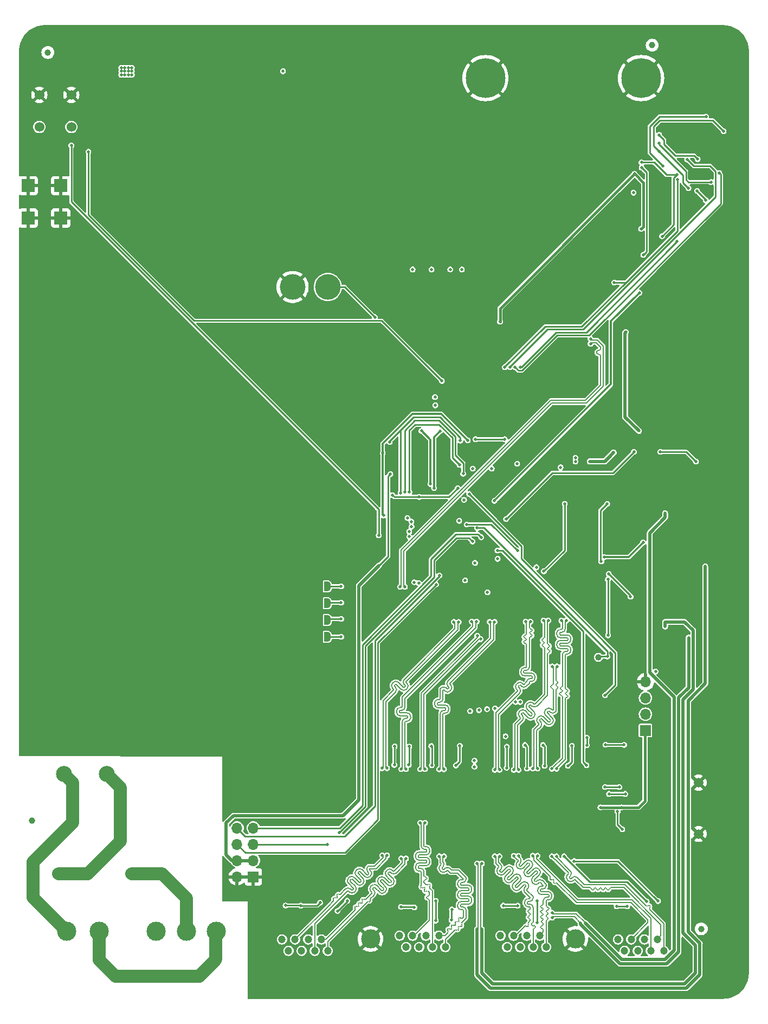
<source format=gbl>
G04 #@! TF.GenerationSoftware,KiCad,Pcbnew,7.0.5-0*
G04 #@! TF.CreationDate,2023-08-08T04:38:12-03:00*
G04 #@! TF.ProjectId,macunaima_rev2,6d616375-6e61-4696-9d61-5f726576322e,rev?*
G04 #@! TF.SameCoordinates,Original*
G04 #@! TF.FileFunction,Copper,L4,Bot*
G04 #@! TF.FilePolarity,Positive*
%FSLAX46Y46*%
G04 Gerber Fmt 4.6, Leading zero omitted, Abs format (unit mm)*
G04 Created by KiCad (PCBNEW 7.0.5-0) date 2023-08-08 04:38:12*
%MOMM*%
%LPD*%
G01*
G04 APERTURE LIST*
G04 Aperture macros list*
%AMFreePoly0*
4,1,19,0.500000,-0.750000,0.000000,-0.750000,0.000000,-0.744911,-0.071157,-0.744911,-0.207708,-0.704816,-0.327430,-0.627875,-0.420627,-0.520320,-0.479746,-0.390866,-0.500000,-0.250000,-0.500000,0.250000,-0.479746,0.390866,-0.420627,0.520320,-0.327430,0.627875,-0.207708,0.704816,-0.071157,0.744911,0.000000,0.744911,0.000000,0.750000,0.500000,0.750000,0.500000,-0.750000,0.500000,-0.750000,
$1*%
%AMFreePoly1*
4,1,19,0.000000,0.744911,0.071157,0.744911,0.207708,0.704816,0.327430,0.627875,0.420627,0.520320,0.479746,0.390866,0.500000,0.250000,0.500000,-0.250000,0.479746,-0.390866,0.420627,-0.520320,0.327430,-0.627875,0.207708,-0.704816,0.071157,-0.744911,0.000000,-0.744911,0.000000,-0.750000,-0.500000,-0.750000,-0.500000,0.750000,0.000000,0.750000,0.000000,0.744911,0.000000,0.744911,
$1*%
G04 Aperture macros list end*
G04 #@! TA.AperFunction,ComponentPad*
%ADD10R,1.700000X1.700000*%
G04 #@! TD*
G04 #@! TA.AperFunction,ComponentPad*
%ADD11O,1.700000X1.700000*%
G04 #@! TD*
G04 #@! TA.AperFunction,ComponentPad*
%ADD12C,2.000000*%
G04 #@! TD*
G04 #@! TA.AperFunction,ComponentPad*
%ADD13C,2.500000*%
G04 #@! TD*
G04 #@! TA.AperFunction,ComponentPad*
%ADD14C,4.000000*%
G04 #@! TD*
G04 #@! TA.AperFunction,ComponentPad*
%ADD15C,1.200000*%
G04 #@! TD*
G04 #@! TA.AperFunction,ComponentPad*
%ADD16C,1.498600*%
G04 #@! TD*
G04 #@! TA.AperFunction,ComponentPad*
%ADD17C,1.524000*%
G04 #@! TD*
G04 #@! TA.AperFunction,ComponentPad*
%ADD18R,2.000000X2.000000*%
G04 #@! TD*
G04 #@! TA.AperFunction,ComponentPad*
%ADD19C,3.000000*%
G04 #@! TD*
G04 #@! TA.AperFunction,ComponentPad*
%ADD20C,6.200000*%
G04 #@! TD*
G04 #@! TA.AperFunction,ComponentPad*
%ADD21C,1.800000*%
G04 #@! TD*
G04 #@! TA.AperFunction,SMDPad,CuDef*
%ADD22FreePoly0,180.000000*%
G04 #@! TD*
G04 #@! TA.AperFunction,SMDPad,CuDef*
%ADD23FreePoly1,180.000000*%
G04 #@! TD*
G04 #@! TA.AperFunction,SMDPad,CuDef*
%ADD24C,1.000000*%
G04 #@! TD*
G04 #@! TA.AperFunction,ViaPad*
%ADD25C,0.500000*%
G04 #@! TD*
G04 #@! TA.AperFunction,Conductor*
%ADD26C,0.400000*%
G04 #@! TD*
G04 #@! TA.AperFunction,Conductor*
%ADD27C,0.550000*%
G04 #@! TD*
G04 #@! TA.AperFunction,Conductor*
%ADD28C,0.250000*%
G04 #@! TD*
G04 #@! TA.AperFunction,Conductor*
%ADD29C,0.500000*%
G04 #@! TD*
G04 #@! TA.AperFunction,Conductor*
%ADD30C,0.200000*%
G04 #@! TD*
G04 #@! TA.AperFunction,Conductor*
%ADD31C,0.300000*%
G04 #@! TD*
G04 #@! TA.AperFunction,Conductor*
%ADD32C,2.000000*%
G04 #@! TD*
G04 APERTURE END LIST*
D10*
X36595000Y-132961129D03*
D11*
X34055000Y-132961129D03*
X36595000Y-130421129D03*
X34055000Y-130421129D03*
X36595000Y-127881129D03*
X34055000Y-127881129D03*
X36595000Y-125341129D03*
X34055000Y-125341129D03*
D12*
X17555000Y-132516200D03*
X6155000Y-132516200D03*
D13*
X6972391Y-116881200D03*
X13722391Y-116881200D03*
D14*
X42722391Y-40881200D03*
X48222391Y-40881200D03*
D10*
X97846892Y-110111200D03*
D11*
X97846892Y-107571200D03*
X97846892Y-105031200D03*
X97846892Y-102491200D03*
D15*
X100715000Y-144506200D03*
X99695000Y-142726200D03*
X98675000Y-144506200D03*
X97655000Y-142726200D03*
X96635000Y-144506200D03*
X95615000Y-142726200D03*
X94595000Y-144506200D03*
X93575000Y-142726200D03*
X48215000Y-144506200D03*
X47195000Y-142726200D03*
X46175000Y-144506200D03*
X45155000Y-142726200D03*
X44135000Y-144506200D03*
X43115000Y-142726200D03*
X42095000Y-144506200D03*
X41075000Y-142726200D03*
D16*
X106149046Y-126259723D03*
X106149046Y-118259723D03*
D17*
X8163158Y-10896200D03*
X3163158Y-10896200D03*
X8163158Y-15896200D03*
X3163158Y-15896200D03*
D18*
X6490000Y-25066200D03*
X1440000Y-25066200D03*
X6490000Y-30116200D03*
X1440000Y-30116200D03*
D19*
X7445000Y-141411200D03*
X12525000Y-141411200D03*
D15*
X82345000Y-143916200D03*
X81325000Y-142136200D03*
X80305000Y-143916200D03*
X79285000Y-142136200D03*
X78265000Y-143916200D03*
X77245000Y-142136200D03*
X76225000Y-143916200D03*
X75205000Y-142136200D03*
X66585000Y-143916200D03*
X65565000Y-142136200D03*
X64545000Y-143916200D03*
X63525000Y-142136200D03*
X62505000Y-143916200D03*
X61485000Y-142136200D03*
X60465000Y-143916200D03*
X59445000Y-142136200D03*
D19*
X86895000Y-142656200D03*
X54895000Y-142656200D03*
X21420000Y-141431200D03*
X26120000Y-141431200D03*
X30820000Y-141431200D03*
D20*
X72858800Y-8272200D03*
D21*
X8335000Y-124536200D03*
X15835000Y-127436200D03*
D20*
X97166600Y-8272200D03*
D22*
X48167000Y-87612200D03*
D23*
X46867000Y-87612200D03*
D24*
X106565000Y-141076200D03*
D22*
X48167000Y-92861532D03*
D23*
X46867000Y-92861532D03*
D24*
X4485000Y-4276200D03*
X90490000Y-98686200D03*
X2025000Y-124156200D03*
X98895000Y-3126200D03*
D22*
X48167000Y-95486200D03*
D23*
X46867000Y-95486200D03*
D22*
X48167000Y-90236866D03*
D23*
X46867000Y-90236866D03*
D25*
X80275000Y-69426200D03*
X103656005Y-19197020D03*
X81815000Y-65126200D03*
X104307146Y-30008346D03*
X78410000Y-71236200D03*
X104941005Y-17807020D03*
X104831005Y-23667020D03*
X103656005Y-18487020D03*
X94045000Y-140226200D03*
X93755000Y-67546200D03*
X82225000Y-54696200D03*
X62390000Y-72236200D03*
X103710079Y-25401121D03*
X99351005Y-25717020D03*
X61968767Y-76604967D03*
X77655000Y-49436200D03*
X93215000Y-57496200D03*
X102371005Y-17097020D03*
X107625000Y-26026200D03*
X93355000Y-30146200D03*
X103656005Y-17127020D03*
X57869501Y-115171200D03*
X70755000Y-75386200D03*
X90960000Y-112696200D03*
X107551005Y-15437020D03*
X84430000Y-73166200D03*
X90140000Y-88836200D03*
X67110000Y-65456200D03*
X76145000Y-75976200D03*
X108237238Y-23815787D03*
X110421005Y-18987020D03*
X90136448Y-64029922D03*
X89385000Y-54556200D03*
X95735000Y-21116200D03*
X44385000Y-124386200D03*
X93550000Y-71586200D03*
X76430000Y-73296200D03*
X89200000Y-70996200D03*
X66220000Y-69346200D03*
X103656005Y-17777020D03*
X61980000Y-115516200D03*
X94287600Y-86173700D03*
X78755000Y-115381200D03*
X83825000Y-57558846D03*
X86275000Y-49356200D03*
X97497600Y-85323700D03*
X94317600Y-83843700D03*
X72955000Y-63618846D03*
X103565000Y-21346200D03*
X105901005Y-23677020D03*
X107435000Y-34376200D03*
X79194500Y-78536200D03*
X104841005Y-22557020D03*
X97497600Y-84663700D03*
X89980000Y-111206200D03*
X107705000Y-18946200D03*
X104895000Y-27626200D03*
X103656005Y-16397020D03*
X98125000Y-148146200D03*
X104941005Y-18487020D03*
X105380891Y-23127020D03*
X81656448Y-68342899D03*
X94451005Y-34552020D03*
X104941005Y-16397020D03*
X82790000Y-115136200D03*
X105921005Y-22557020D03*
X97081648Y-65327299D03*
X109685000Y-21456200D03*
X84335000Y-65046200D03*
X57795000Y-66626200D03*
X65580000Y-70646200D03*
X88674036Y-49349228D03*
X63050000Y-69786200D03*
X102371005Y-19197020D03*
X102371005Y-16397020D03*
X91680000Y-109366200D03*
X102371005Y-18497020D03*
X54775000Y-115151200D03*
X96497600Y-85013700D03*
X65180000Y-115346200D03*
X89436248Y-66241699D03*
X99651005Y-24147020D03*
X75465000Y-115351200D03*
X104941005Y-17127020D03*
X102371005Y-17797020D03*
X104941005Y-19197020D03*
X78510000Y-88026200D03*
X79630000Y-55736200D03*
X88365000Y-50456200D03*
X84060000Y-77276200D03*
X96385000Y-68816200D03*
X93906648Y-49341722D03*
X91849248Y-46547722D03*
X61725000Y-64046200D03*
X86926448Y-67534099D03*
X17063800Y-7202000D03*
X17613800Y-6652000D03*
X15963800Y-7202000D03*
X17063800Y-6652000D03*
X71136845Y-114823045D03*
X15963800Y-6652000D03*
X16513800Y-6652000D03*
X71140000Y-115766200D03*
X17613800Y-7202000D03*
X17063800Y-7752000D03*
X86928772Y-68115223D03*
X15963800Y-7752000D03*
X16513800Y-7752000D03*
X41220000Y-7202000D03*
X16513800Y-7202000D03*
X17613800Y-7752000D03*
X96140913Y-23212113D03*
X75130000Y-46288846D03*
X94785000Y-47906200D03*
X97165000Y-31816200D03*
X96825000Y-63346099D03*
X102841005Y-24142020D03*
X92965000Y-40186200D03*
X75876448Y-53369922D03*
X102781005Y-33762020D03*
X78276448Y-53369922D03*
X77476448Y-53369922D03*
X109386738Y-23082574D03*
X76676448Y-53369922D03*
X104365000Y-20976200D03*
X86345000Y-112501200D03*
X82095000Y-115641200D03*
X85745000Y-115621200D03*
X81845000Y-112371200D03*
X79035000Y-112391200D03*
X76185000Y-112631200D03*
X76165000Y-115931200D03*
X79345000Y-116061200D03*
X97234427Y-21435627D03*
X100444180Y-32957020D03*
X102749099Y-23376769D03*
X107255000Y-27346200D03*
X105911505Y-25877020D03*
X97255000Y-22227520D03*
X97514710Y-35886490D03*
X87720000Y-140150455D03*
X107193048Y-85329248D03*
X104597600Y-96323800D03*
X71540000Y-141131200D03*
X55568293Y-45576200D03*
X71540000Y-130891200D03*
X107193048Y-84499248D03*
X104597600Y-95613800D03*
X83255000Y-139306200D03*
X107193048Y-87099248D03*
X107193048Y-86209248D03*
X88470000Y-140150455D03*
X100920000Y-76866200D03*
X100920000Y-76186200D03*
X83255000Y-138556200D03*
X72290000Y-141131200D03*
X100920000Y-93156200D03*
X72290000Y-130891200D03*
X100920000Y-93896200D03*
X110051005Y-16572020D03*
X104556391Y-25434967D03*
X99995000Y-19662020D03*
X108084059Y-24498312D03*
X100005000Y-18392020D03*
X99985000Y-17122020D03*
X106005000Y-20926200D03*
X100556445Y-21996581D03*
X107335000Y-14287520D03*
X64395000Y-112541200D03*
X64477312Y-115523512D03*
X68845000Y-112491200D03*
X68235000Y-115561200D03*
X58615000Y-115481200D03*
X60885000Y-115471200D03*
X58665000Y-112611200D03*
X60945000Y-112621200D03*
X77811800Y-68480023D03*
X60943767Y-79039967D03*
X68802907Y-68648846D03*
X60978907Y-72914368D03*
X60279405Y-72913423D03*
X69377720Y-70036125D03*
X60957344Y-79853544D03*
X84580000Y-69021823D03*
X70866291Y-69223114D03*
X61288940Y-77500425D03*
X61310000Y-78256200D03*
X73835000Y-69223614D03*
X57897858Y-65079058D03*
X59579985Y-73071081D03*
X68925000Y-64858846D03*
X56925000Y-76541200D03*
X70090200Y-64838846D03*
X56800000Y-66816200D03*
X75865000Y-64638846D03*
X71309400Y-64638846D03*
X100180448Y-66622699D03*
X105743048Y-68137722D03*
X70460000Y-107066200D03*
X61475000Y-38136200D03*
X64425000Y-38136200D03*
X71850000Y-106946200D03*
X67365000Y-38126200D03*
X73110000Y-106786200D03*
X69161495Y-38129705D03*
X74355203Y-106685685D03*
X60270000Y-87664250D03*
X89266548Y-48977430D03*
X89266548Y-49727430D03*
X59520000Y-87664250D03*
X96040000Y-66611823D03*
X76085500Y-77102433D03*
X98042656Y-136823544D03*
X85145000Y-129741200D03*
X95005000Y-137545700D03*
X93345000Y-137545700D03*
X80925000Y-136721200D03*
X80955000Y-140071200D03*
X75645000Y-137451200D03*
X77881428Y-137457628D03*
X65094500Y-136706329D03*
X61735000Y-137721200D03*
X67615000Y-138046700D03*
X67545000Y-139681200D03*
X59655000Y-137651200D03*
X65094500Y-139791200D03*
X41625000Y-137431200D03*
X47025000Y-137001200D03*
X49745000Y-138285700D03*
X51265000Y-136686700D03*
X44025000Y-137441200D03*
X97480000Y-80776200D03*
X91380000Y-83056200D03*
X95515000Y-89221200D03*
X92105000Y-85661200D03*
X92005000Y-95241200D03*
X91975000Y-86541200D03*
X91860000Y-74736200D03*
X90950000Y-83716200D03*
X99815000Y-136741700D03*
X86721233Y-130504967D03*
X90815000Y-122108224D03*
X94115000Y-122108224D03*
X92160500Y-120006200D03*
X94684000Y-120006200D03*
X91535000Y-118946200D03*
X93759500Y-118936200D03*
X93485000Y-122758224D03*
X94221522Y-125532722D03*
X83965000Y-116088935D03*
X85470000Y-92951229D03*
X80245000Y-116051536D03*
X83280000Y-100101200D03*
X74270000Y-93151924D03*
X66380000Y-116155429D03*
X71569834Y-95326034D03*
X62660000Y-116138471D03*
X84720000Y-92951229D03*
X83215000Y-116088935D03*
X80995000Y-116051536D03*
X84030000Y-100101200D03*
X65630000Y-116155429D03*
X73520000Y-93151924D03*
X72100166Y-95856366D03*
X63410000Y-116138471D03*
X78025000Y-116263974D03*
X82670000Y-92955261D03*
X74305000Y-116264435D03*
X79120000Y-93133185D03*
X71470000Y-93104464D03*
X60440000Y-116126118D03*
X56720000Y-115985516D03*
X67920000Y-93174868D03*
X77275000Y-116263974D03*
X81920000Y-92955261D03*
X79870000Y-93133185D03*
X75055000Y-116264435D03*
X70720000Y-93104464D03*
X59690000Y-116126118D03*
X57470000Y-115985516D03*
X68670000Y-93174868D03*
X94505000Y-112361200D03*
X91615000Y-112336200D03*
X76010000Y-111016200D03*
X74720000Y-82006200D03*
X88630000Y-115536200D03*
X71560000Y-78501200D03*
X91900000Y-98566200D03*
X69670000Y-86676200D03*
X61730603Y-86972424D03*
X78268375Y-105667334D03*
X56205000Y-84371200D03*
X57990000Y-70096200D03*
X69509231Y-74105431D03*
X66045000Y-55536200D03*
X10825000Y-19756200D03*
X77568889Y-105662623D03*
X62430000Y-87086200D03*
X73175000Y-88531200D03*
X65025000Y-59346200D03*
X72191827Y-79946200D03*
X65652907Y-85926200D03*
X48130571Y-127881129D03*
X49990000Y-126021700D03*
X70840082Y-80593815D03*
X64965000Y-58066200D03*
X65145000Y-87316200D03*
X65798407Y-63351200D03*
X64824048Y-72252085D03*
X62858407Y-63341200D03*
X64252910Y-71620129D03*
X83965000Y-129745070D03*
X83215000Y-129745070D03*
X80995000Y-129664629D03*
X80245000Y-129664629D03*
X78025000Y-129704063D03*
X77275000Y-129704063D03*
X75055000Y-129732653D03*
X74305000Y-129732653D03*
X66380000Y-129741426D03*
X65630000Y-129741426D03*
X63410000Y-124514876D03*
X62660000Y-124514876D03*
X60440000Y-130082556D03*
X59690000Y-130082556D03*
X57470000Y-129632340D03*
X56720000Y-129632340D03*
X88710000Y-112406200D03*
X88700000Y-111221700D03*
X99430000Y-100896200D03*
X74760000Y-83316200D03*
X71225500Y-83948829D03*
X80825500Y-84616200D03*
X96916005Y-41772020D03*
X74250110Y-74264789D03*
X68760000Y-77376200D03*
X60670000Y-76946200D03*
X95987453Y-26160620D03*
X77870000Y-82016200D03*
X69930000Y-77966700D03*
X85240000Y-74746200D03*
X81974500Y-85266200D03*
X92255948Y-67333599D03*
X89151448Y-68115223D03*
X92865248Y-66724299D03*
X89781448Y-68115223D03*
X68531255Y-72279633D03*
X62503907Y-73656200D03*
X70325000Y-73196200D03*
X58345000Y-73386200D03*
X91515000Y-104596200D03*
X56175000Y-79646200D03*
X8163158Y-18796200D03*
X50311000Y-87612200D03*
X50311000Y-90152200D03*
X50311000Y-92692200D03*
X50311000Y-95486200D03*
D26*
X96140913Y-23212113D02*
X97541005Y-24612205D01*
D27*
X94785000Y-47906200D02*
X94665000Y-48026200D01*
X94665000Y-48026200D02*
X94665000Y-61186099D01*
D26*
X75130000Y-44223025D02*
X75130000Y-46288846D01*
X96140913Y-23212113D02*
X75130000Y-44223025D01*
X97541005Y-24612205D02*
X97541005Y-31440195D01*
X97541005Y-31440195D02*
X97165000Y-31816200D01*
D27*
X94665000Y-61186099D02*
X96825000Y-63346099D01*
D28*
X94767784Y-40186200D02*
X95111392Y-39842592D01*
X102841005Y-32112978D02*
X95111392Y-39842592D01*
X92965000Y-40186200D02*
X94767784Y-40186200D01*
X82180767Y-47052430D02*
X75876448Y-53356749D01*
X75876448Y-53356749D02*
X75876448Y-53369922D01*
X102841005Y-24142020D02*
X102841005Y-32112978D01*
X95111392Y-39842592D02*
X87901553Y-47052430D01*
X87901553Y-47052430D02*
X82180767Y-47052430D01*
X83870717Y-47952430D02*
X78453225Y-53369922D01*
X78453225Y-53369922D02*
X78276448Y-53369922D01*
X102781005Y-33762020D02*
X88590595Y-47952430D01*
X88590595Y-47952430D02*
X83870717Y-47952430D01*
X78038275Y-53944922D02*
X77476448Y-53383095D01*
X77476448Y-53383095D02*
X77476448Y-53369922D01*
X78514621Y-53944922D02*
X78038275Y-53944922D01*
X109596505Y-27873874D02*
X89067949Y-48402430D01*
X109386738Y-23082574D02*
X109596505Y-23292341D01*
X109596505Y-23292341D02*
X109596505Y-27873874D01*
X84057113Y-48402430D02*
X78514621Y-53944922D01*
X89067949Y-48402430D02*
X84057113Y-48402430D01*
X104365000Y-20976200D02*
X105370820Y-21982020D01*
X88087949Y-47502430D02*
X82530767Y-47502430D01*
X76676448Y-53356749D02*
X76676448Y-53369922D01*
X82530767Y-47502430D02*
X76676448Y-53356749D01*
X108812238Y-22865787D02*
X108812238Y-26778141D01*
X107928471Y-21982020D02*
X108812238Y-22865787D01*
X105370820Y-21982020D02*
X107928471Y-21982020D01*
X108812238Y-26778141D02*
X88087949Y-47502430D01*
X86345000Y-115021200D02*
X86345000Y-112501200D01*
X82095000Y-112621200D02*
X81845000Y-112371200D01*
X82095000Y-115641200D02*
X82095000Y-112621200D01*
X85745000Y-115621200D02*
X86345000Y-115021200D01*
X76165000Y-115931200D02*
X76165000Y-112651200D01*
X79345000Y-116061200D02*
X79345000Y-112701200D01*
X76165000Y-112651200D02*
X76185000Y-112631200D01*
X79345000Y-112701200D02*
X79035000Y-112391200D01*
X102749099Y-23376769D02*
X102266005Y-23859863D01*
X102266005Y-31135195D02*
X100444180Y-32957020D01*
X97234427Y-21435627D02*
X99182318Y-21435627D01*
X101123460Y-23376769D02*
X102749099Y-23376769D01*
X102266005Y-23859863D02*
X102266005Y-31135195D01*
X99182318Y-21435627D02*
X101123460Y-23376769D01*
X107255000Y-27220515D02*
X105911505Y-25877020D01*
X107255000Y-27346200D02*
X107255000Y-27220515D01*
X98066005Y-23038525D02*
X97255000Y-22227520D01*
X97514710Y-35886490D02*
X98066005Y-35335195D01*
X98066005Y-35335195D02*
X98066005Y-23038525D01*
D29*
X103025000Y-104986300D02*
X103025000Y-144671074D01*
X107193048Y-84499248D02*
X107193048Y-102798152D01*
X104525000Y-141546250D02*
X106335000Y-143356251D01*
X104597600Y-95613800D02*
X104597600Y-96323800D01*
X73630000Y-150346200D02*
X71540000Y-148256200D01*
X101169875Y-146526200D02*
X93855795Y-146526200D01*
X106335000Y-143356251D02*
X106335000Y-148241200D01*
D28*
X55568293Y-45576200D02*
X50873293Y-40881200D01*
D29*
X107193048Y-102798152D02*
X104525000Y-105466200D01*
X104597600Y-103413700D02*
X103025000Y-104986300D01*
X104525000Y-105466200D02*
X104525000Y-141546250D01*
D30*
X71540000Y-130891200D02*
X71689999Y-131041199D01*
X86725745Y-139156200D02*
X87720000Y-140150455D01*
X83255000Y-139306200D02*
X83405000Y-139156200D01*
D29*
X104597600Y-96323800D02*
X104597600Y-103413700D01*
X103025000Y-144671074D02*
X101169875Y-146526200D01*
X104230000Y-150346200D02*
X73630000Y-150346200D01*
X106335000Y-148241200D02*
X104230000Y-150346200D01*
X93855795Y-146526200D02*
X87720000Y-140390405D01*
X71540000Y-148256200D02*
X71540000Y-141131200D01*
D30*
X71689999Y-140981201D02*
X71540000Y-141131200D01*
X71689999Y-131041199D02*
X71689999Y-140981201D01*
X83405000Y-139156200D02*
X86725745Y-139156200D01*
D28*
X50873293Y-40881200D02*
X48222391Y-40881200D01*
D29*
X87720000Y-140390405D02*
X87720000Y-140150455D01*
X102325000Y-144381124D02*
X102325000Y-104906200D01*
D30*
X88470000Y-140150455D02*
X88470000Y-140122637D01*
X83405000Y-138706200D02*
X83255000Y-138556200D01*
D29*
X94145745Y-145826200D02*
X100879925Y-145826200D01*
X100879925Y-145826200D02*
X102325000Y-144381124D01*
X98505000Y-79281200D02*
X100920000Y-76866200D01*
X100920000Y-76866200D02*
X100920000Y-76186200D01*
D30*
X88470000Y-140122637D02*
X87053563Y-138706200D01*
D29*
X98505000Y-101086200D02*
X98505000Y-79281200D01*
X102325000Y-104906200D02*
X98505000Y-101086200D01*
D30*
X87053563Y-138706200D02*
X83405000Y-138706200D01*
D29*
X88470000Y-140150455D02*
X94145745Y-145826200D01*
X72290000Y-147946200D02*
X73990000Y-149646200D01*
X103725000Y-141736200D02*
X103725000Y-105276250D01*
X105635000Y-147951250D02*
X105635000Y-143646200D01*
X72290000Y-141131200D02*
X72290000Y-147946200D01*
X73990000Y-149646200D02*
X103940050Y-149646200D01*
D30*
X72140001Y-140981201D02*
X72290000Y-141131200D01*
X72140001Y-131041199D02*
X72140001Y-140981201D01*
D29*
X103970000Y-93156200D02*
X100920000Y-93156200D01*
X103725000Y-105276250D02*
X105297600Y-103703650D01*
X105635000Y-143646200D02*
X103725000Y-141736200D01*
X105297600Y-94483800D02*
X103970000Y-93156200D01*
D30*
X72290000Y-130891200D02*
X72140001Y-131041199D01*
D29*
X105297600Y-103703650D02*
X105297600Y-94483800D01*
X100920000Y-93156200D02*
X100920000Y-93896200D01*
X103940050Y-149646200D02*
X105635000Y-147951250D01*
D28*
X99995000Y-19662020D02*
X103726005Y-23393025D01*
X99165000Y-18832020D02*
X99165000Y-15785379D01*
X100088359Y-14862020D02*
X108341005Y-14862020D01*
X108341005Y-14862020D02*
X110051005Y-16572020D01*
X103726005Y-24604581D02*
X104556391Y-25434967D01*
X99165000Y-15785379D02*
X100088359Y-14862020D01*
X99995000Y-19662020D02*
X99165000Y-18832020D01*
X103726005Y-23393025D02*
X103726005Y-24604581D01*
X100005000Y-18392020D02*
X100005000Y-18636200D01*
X100459178Y-19087020D02*
X104176005Y-22803847D01*
X100455820Y-19087020D02*
X100459178Y-19087020D01*
X104532797Y-24498312D02*
X108084059Y-24498312D01*
X100005000Y-18636200D02*
X100455820Y-19087020D01*
X104176005Y-22803847D02*
X104176005Y-24141520D01*
X104176005Y-24141520D02*
X104532797Y-24498312D01*
X100756005Y-17893025D02*
X100756005Y-18630193D01*
X99985000Y-17122020D02*
X100756005Y-17893025D01*
X105480000Y-20401200D02*
X106005000Y-20926200D01*
X100756005Y-18630193D02*
X102527012Y-20401200D01*
X102527012Y-20401200D02*
X105480000Y-20401200D01*
X98535000Y-19975136D02*
X98535000Y-15778983D01*
X98535000Y-15778983D02*
X100026463Y-14287520D01*
X100556445Y-21996581D02*
X98535000Y-19975136D01*
X100026463Y-14287520D02*
X107335000Y-14287520D01*
X68235000Y-115561200D02*
X68845000Y-114951200D01*
X68845000Y-114951200D02*
X68845000Y-112491200D01*
X64477312Y-115523512D02*
X64477312Y-112623512D01*
X64477312Y-112623512D02*
X64395000Y-112541200D01*
X60885000Y-115471200D02*
X60945000Y-115411200D01*
X60945000Y-115411200D02*
X60945000Y-112621200D01*
X58615000Y-115481200D02*
X58615000Y-112661200D01*
X58615000Y-112661200D02*
X58665000Y-112611200D01*
X67685000Y-67530939D02*
X67685000Y-64424620D01*
X61833502Y-62346200D02*
X60978907Y-63200795D01*
X67685000Y-64424620D02*
X65606580Y-62346200D01*
X68802907Y-68648846D02*
X67685000Y-67530939D01*
X60978907Y-63200795D02*
X60978907Y-72914368D01*
X65606580Y-62346200D02*
X61833502Y-62346200D01*
X61807106Y-61736200D02*
X60279405Y-63263901D01*
X69377720Y-68358920D02*
X68135000Y-67116200D01*
X69377720Y-70036125D02*
X69377720Y-68358920D01*
X68135000Y-67116200D02*
X68135000Y-64238224D01*
X60279405Y-63263901D02*
X60279405Y-72913423D01*
X65632976Y-61736200D02*
X61807106Y-61736200D01*
X68135000Y-64238224D02*
X65632976Y-61736200D01*
X61640000Y-61196200D02*
X59579985Y-63256215D01*
X59579985Y-73071081D02*
X59579985Y-63256215D01*
X57897858Y-64938342D02*
X59579985Y-63256215D01*
X57897858Y-65079058D02*
X57897858Y-64938342D01*
X68925000Y-64391828D02*
X65729372Y-61196200D01*
X68925000Y-64858846D02*
X68925000Y-64391828D01*
X65729372Y-61196200D02*
X61640000Y-61196200D01*
D31*
X61432893Y-60696200D02*
X65947554Y-60696200D01*
X56800000Y-66816200D02*
X56800000Y-76416200D01*
X56800000Y-65329093D02*
X61432893Y-60696200D01*
X56800000Y-66816200D02*
X56800000Y-65329093D01*
X65947554Y-60696200D02*
X70090200Y-64838846D01*
X56800000Y-76416200D02*
X56925000Y-76541200D01*
D28*
X75865000Y-64638846D02*
X71309400Y-64638846D01*
X105743048Y-68137722D02*
X105726522Y-68137722D01*
X104211499Y-66622699D02*
X100180448Y-66622699D01*
X105726522Y-68137722D02*
X104211499Y-66622699D01*
D32*
X2215000Y-130656200D02*
X8335000Y-124536200D01*
X7445000Y-141411200D02*
X2215000Y-136181200D01*
X8335000Y-118243809D02*
X6972391Y-116881200D01*
X8335000Y-124536200D02*
X8335000Y-118243809D01*
X2215000Y-136181200D02*
X2215000Y-130656200D01*
X30720000Y-141531200D02*
X30720000Y-145891200D01*
X30720000Y-145891200D02*
X28140000Y-148471200D01*
X28140000Y-148471200D02*
X15080000Y-148471200D01*
X12525000Y-145916200D02*
X12525000Y-141411200D01*
X15080000Y-148471200D02*
X12525000Y-145916200D01*
X26120000Y-136311200D02*
X22325000Y-132516200D01*
X26120000Y-141431200D02*
X26120000Y-136311200D01*
X22325000Y-132516200D02*
X17555000Y-132516200D01*
X6155000Y-132516200D02*
X10755000Y-132516200D01*
X15835000Y-118993809D02*
X13722391Y-116881200D01*
X10755000Y-132516200D02*
X15835000Y-127436200D01*
X15835000Y-127436200D02*
X15835000Y-118993809D01*
D30*
X60120001Y-87514251D02*
X60120001Y-82104399D01*
X60120001Y-82104399D02*
X83223200Y-59001200D01*
X89416547Y-49127429D02*
X89266548Y-48977430D01*
X60270000Y-87664250D02*
X60120001Y-87514251D01*
X90334429Y-49127429D02*
X89416547Y-49127429D01*
X91280000Y-56379400D02*
X91280000Y-50073000D01*
X83223200Y-59001200D02*
X88658200Y-59001200D01*
X88658200Y-59001200D02*
X91280000Y-56379400D01*
X91280000Y-50073000D02*
X90334429Y-49127429D01*
X90530000Y-50776200D02*
X90500741Y-50776200D01*
X90500741Y-51376200D02*
X90530000Y-51376200D01*
X59669999Y-87514251D02*
X59520000Y-87664250D01*
X90148031Y-49577431D02*
X90830000Y-50259400D01*
X83036800Y-58551200D02*
X59669999Y-81918001D01*
X59669999Y-81918001D02*
X59669999Y-87514251D01*
X89266548Y-49727430D02*
X89416547Y-49577431D01*
X90830000Y-50259400D02*
X90830000Y-50476200D01*
X88471800Y-58551200D02*
X83036800Y-58551200D01*
X89416547Y-49577431D02*
X90148031Y-49577431D01*
X90830000Y-51676200D02*
X90830000Y-56193000D01*
X90830000Y-56193000D02*
X88471800Y-58551200D01*
X90530000Y-50776200D02*
G75*
G03*
X90830000Y-50476200I0J300000D01*
G01*
X90830000Y-51676200D02*
G75*
G03*
X90530000Y-51376200I-300000J0D01*
G01*
X90200700Y-51076200D02*
G75*
G03*
X90500741Y-51376200I300000J0D01*
G01*
X90500741Y-50776241D02*
G75*
G03*
X90200741Y-51076200I-41J-299959D01*
G01*
D28*
X83271733Y-69916200D02*
X92735623Y-69916200D01*
X76085500Y-77102433D02*
X83271733Y-69916200D01*
X92735623Y-69916200D02*
X96040000Y-66611823D01*
X94980312Y-133761200D02*
X98042656Y-136823544D01*
X89165000Y-133761200D02*
X94980312Y-133761200D01*
X85145000Y-129741200D02*
X89165000Y-133761200D01*
X95005000Y-137545700D02*
X93345000Y-137545700D01*
X80925000Y-136721200D02*
X80925000Y-140041200D01*
X75645000Y-137451200D02*
X77875000Y-137451200D01*
X77875000Y-137451200D02*
X77881428Y-137457628D01*
X80925000Y-140041200D02*
X80955000Y-140071200D01*
X59655000Y-137651200D02*
X61665000Y-137651200D01*
X61665000Y-137651200D02*
X61735000Y-137721200D01*
X67545000Y-138116700D02*
X67615000Y-138046700D01*
X65094500Y-136706329D02*
X65094500Y-139791200D01*
X67545000Y-139681200D02*
X67545000Y-138116700D01*
X44015000Y-137431200D02*
X44025000Y-137441200D01*
X51265000Y-136765700D02*
X49745000Y-138285700D01*
X41625000Y-137431200D02*
X44015000Y-137431200D01*
X51265000Y-136686700D02*
X51265000Y-136765700D01*
X47025000Y-137001200D02*
X46585000Y-137441200D01*
X46585000Y-137441200D02*
X44025000Y-137441200D01*
D31*
X91380000Y-83056200D02*
X95200000Y-83056200D01*
X95200000Y-83056200D02*
X97480000Y-80776200D01*
D28*
X95515000Y-89221200D02*
X95515000Y-89071200D01*
X95515000Y-89071200D02*
X92105000Y-85661200D01*
X91975000Y-86541200D02*
X92005000Y-86571200D01*
X92005000Y-86571200D02*
X92005000Y-95241200D01*
X90805000Y-83571200D02*
X90805000Y-75791200D01*
X90805000Y-75791200D02*
X91860000Y-74736200D01*
X90950000Y-83716200D02*
X90805000Y-83571200D01*
X93578267Y-130504967D02*
X86721233Y-130504967D01*
X99815000Y-136741700D02*
X93578267Y-130504967D01*
D26*
X90815000Y-122108224D02*
X94115000Y-122108224D01*
X96742976Y-122108224D02*
X97755000Y-121096200D01*
X94115000Y-122108224D02*
X96742976Y-122108224D01*
X97755000Y-121096200D02*
X97755000Y-110111200D01*
D28*
X92160500Y-120006200D02*
X94684000Y-120006200D01*
X91535000Y-118946200D02*
X93749500Y-118946200D01*
X93749500Y-118946200D02*
X93759500Y-118936200D01*
X93485000Y-122758224D02*
X93485000Y-124796200D01*
X93485000Y-124796200D02*
X94221522Y-125532722D01*
D30*
X84544998Y-95186202D02*
X85645002Y-95186202D01*
X85320001Y-114620331D02*
X83965000Y-115975332D01*
X85520001Y-103726200D02*
X85564152Y-103726200D01*
X85564152Y-104126200D02*
X85520001Y-104126200D01*
X85470000Y-92951229D02*
X85320001Y-93101228D01*
X84544998Y-96486206D02*
X85645002Y-96486206D01*
X85520001Y-104526200D02*
X85564152Y-104526200D01*
X85320001Y-98286210D02*
X85320001Y-103526200D01*
X84444998Y-96586206D02*
X84444998Y-96786206D01*
X84544998Y-96886206D02*
X85645002Y-96886206D01*
X86195004Y-95736204D02*
X86195004Y-95936204D01*
X85564152Y-104926200D02*
X85520001Y-104926200D01*
X86195004Y-97436208D02*
X86195004Y-97636208D01*
X85320001Y-105126200D02*
X85320001Y-114620331D01*
X85645002Y-98186210D02*
X85420001Y-98186210D01*
X84444998Y-94886202D02*
X84444998Y-95086202D01*
X83965000Y-115975332D02*
X83965000Y-116088935D01*
X84769999Y-94786202D02*
X84544998Y-94786202D01*
X85320001Y-93101228D02*
X85320001Y-94236200D01*
X86194998Y-95736204D02*
G75*
G03*
X85645002Y-95186202I-549998J4D01*
G01*
X85564152Y-104926152D02*
G75*
G03*
X85764152Y-104726200I48J199952D01*
G01*
X85320000Y-104326200D02*
G75*
G03*
X85520001Y-104526200I200000J0D01*
G01*
X84544998Y-94786198D02*
G75*
G03*
X84444998Y-94886202I2J-100002D01*
G01*
X85764200Y-103926200D02*
G75*
G03*
X85564152Y-103726200I-200000J0D01*
G01*
X85645002Y-98186204D02*
G75*
G03*
X86195004Y-97636208I-2J550004D01*
G01*
X84544998Y-96486198D02*
G75*
G03*
X84444998Y-96586206I2J-100002D01*
G01*
X86194994Y-97436208D02*
G75*
G03*
X85645002Y-96886206I-549994J8D01*
G01*
X85764200Y-104726200D02*
G75*
G03*
X85564152Y-104526200I-200000J0D01*
G01*
X85420001Y-98186201D02*
G75*
G03*
X85320001Y-98286210I-1J-99999D01*
G01*
X85320000Y-103526200D02*
G75*
G03*
X85520001Y-103726200I200000J0D01*
G01*
X85520001Y-104126201D02*
G75*
G03*
X85320001Y-104326200I-1J-199999D01*
G01*
X85645002Y-96486204D02*
G75*
G03*
X86195004Y-95936204I-2J550004D01*
G01*
X84444998Y-95086202D02*
G75*
G03*
X84544998Y-95186202I100002J2D01*
G01*
X85520001Y-104926201D02*
G75*
G03*
X85320001Y-105126200I-1J-199999D01*
G01*
X84769999Y-94786201D02*
G75*
G03*
X85320001Y-94236200I1J550001D01*
G01*
X85564152Y-104126152D02*
G75*
G03*
X85764152Y-103926200I48J199952D01*
G01*
X84444994Y-96786206D02*
G75*
G03*
X84544998Y-96886206I100006J6D01*
G01*
X81008150Y-108890228D02*
X81167249Y-109049327D01*
X83288577Y-106928001D02*
X83129477Y-106768901D01*
X82351657Y-106768901D02*
X82351656Y-106768901D01*
X83280000Y-100101200D02*
X83429999Y-100251199D01*
X82351656Y-106768901D02*
X82210234Y-106910322D01*
X82210234Y-107688142D02*
X82988056Y-108465965D01*
X80394999Y-115901537D02*
X80245000Y-116051536D01*
X83199397Y-103476200D02*
X83229999Y-103476200D01*
X81149572Y-107970987D02*
X81008150Y-108112408D01*
X83229999Y-103076200D02*
X83199397Y-103076200D01*
X83429999Y-103676200D02*
X83429999Y-106928001D01*
X83429999Y-100251199D02*
X83429999Y-102876200D01*
X81167250Y-109190748D02*
X81167249Y-109190749D01*
X82705214Y-108748809D02*
X81927392Y-107970987D01*
X81167249Y-109190749D02*
X80394999Y-109963001D01*
X82705214Y-108748808D02*
X82705214Y-108748809D01*
X82988056Y-108607387D02*
X82846636Y-108748808D01*
X80394999Y-109963001D02*
X80394999Y-115901537D01*
X83288578Y-106928000D02*
G75*
G03*
X83429998Y-106928000I70710J70712D01*
G01*
X81927392Y-107970987D02*
G75*
G03*
X81149572Y-107970987I-388910J-388909D01*
G01*
X81008133Y-108112391D02*
G75*
G03*
X81008151Y-108890227I388967J-388909D01*
G01*
X82210202Y-106910290D02*
G75*
G03*
X82210234Y-107688142I388898J-388910D01*
G01*
X81167212Y-109190710D02*
G75*
G03*
X81167249Y-109049327I-70712J70710D01*
G01*
X82705215Y-108748807D02*
G75*
G03*
X82846635Y-108748807I70710J70712D01*
G01*
X83229999Y-103076199D02*
G75*
G03*
X83429999Y-102876200I1J199999D01*
G01*
X83199397Y-103076197D02*
G75*
G03*
X82999397Y-103276200I3J-200003D01*
G01*
X83430000Y-103676200D02*
G75*
G03*
X83229999Y-103476200I-200000J0D01*
G01*
X82988080Y-108607411D02*
G75*
G03*
X82988056Y-108465965I-70780J70711D01*
G01*
X82999400Y-103276200D02*
G75*
G03*
X83199397Y-103476200I200000J0D01*
G01*
X83129477Y-106768901D02*
G75*
G03*
X82351657Y-106768901I-388910J-388909D01*
G01*
X66230000Y-103794398D02*
X66230001Y-105166194D01*
X66330001Y-107416200D02*
X66555002Y-107416200D01*
X67449763Y-103034255D02*
X67290663Y-102875155D01*
X65454998Y-106116196D02*
X66555002Y-106116196D01*
X65354998Y-106016196D02*
X65354998Y-105816196D01*
X67432085Y-102592314D02*
X74120001Y-95904399D01*
X67290662Y-102733734D02*
X67290663Y-102733733D01*
X67308341Y-103953497D02*
X67308342Y-103953497D01*
X74120001Y-93301923D02*
X74270000Y-93151924D01*
X74120001Y-95904399D02*
X74120001Y-93301923D01*
X65454998Y-105716196D02*
X65679999Y-105716196D01*
X66230001Y-116005430D02*
X66230001Y-107516200D01*
X67290663Y-102733733D02*
X67432085Y-102592314D01*
X66380000Y-116155429D02*
X66230001Y-116005430D01*
X67308342Y-103953497D02*
X67449763Y-103812075D01*
X67105004Y-106866198D02*
X67105004Y-106666198D01*
X66371422Y-103794398D02*
X66530521Y-103953497D01*
X67290619Y-102733691D02*
G75*
G03*
X67290664Y-102875154I70781J-70709D01*
G01*
X65679999Y-105716201D02*
G75*
G03*
X66230001Y-105166194I1J550001D01*
G01*
X66530521Y-103953497D02*
G75*
G03*
X67308341Y-103953497I388910J388909D01*
G01*
X67449798Y-103812110D02*
G75*
G03*
X67449763Y-103034255I-388898J388910D01*
G01*
X66371421Y-103794399D02*
G75*
G03*
X66230001Y-103794399I-70710J-70712D01*
G01*
X65454998Y-105716198D02*
G75*
G03*
X65354998Y-105816196I2J-100002D01*
G01*
X65355004Y-106016196D02*
G75*
G03*
X65454998Y-106116196I99996J-4D01*
G01*
X66555002Y-107416204D02*
G75*
G03*
X67105004Y-106866198I-2J550004D01*
G01*
X67105004Y-106666198D02*
G75*
G03*
X66555002Y-106116196I-550004J-2D01*
G01*
X66330001Y-107416201D02*
G75*
G03*
X66230001Y-107516200I-1J-99999D01*
G01*
X71569834Y-95326034D02*
X71569834Y-95538167D01*
X62809999Y-104298002D02*
X62809999Y-115988472D01*
X62809999Y-115988472D02*
X62660000Y-116138471D01*
X71569834Y-95538167D02*
X62809999Y-104298002D01*
X84869999Y-114406118D02*
X83415000Y-115861117D01*
X84869999Y-98286210D02*
X84869999Y-103166200D01*
X84869999Y-93101228D02*
X84869999Y-94236200D01*
X84544998Y-95636204D02*
X85645002Y-95636204D01*
X84669999Y-104166200D02*
X84578332Y-104166200D01*
X84544998Y-96036204D02*
X85645002Y-96036204D01*
X84544998Y-97336208D02*
X85645002Y-97336208D01*
X84869999Y-104766200D02*
X84869999Y-114406118D01*
X85745002Y-97436208D02*
X85745002Y-97636208D01*
X84727324Y-103708874D02*
X84727325Y-103708874D01*
X85745002Y-95736204D02*
X85745002Y-95936204D01*
X84584650Y-103451548D02*
X84584650Y-103566200D01*
X84720000Y-92951229D02*
X84869999Y-93101228D01*
X84727325Y-103308874D02*
X84727324Y-103308874D01*
X84578332Y-104566200D02*
X84669999Y-104566200D01*
X83415000Y-115861117D02*
X83415000Y-115888935D01*
X83415000Y-115888935D02*
X83215000Y-116088935D01*
X85645002Y-97736208D02*
X85420001Y-97736208D01*
X84769999Y-94336200D02*
X84544998Y-94336200D01*
X84869999Y-103851548D02*
X84869999Y-103966200D01*
X83994996Y-94886202D02*
X83994996Y-95086202D01*
X83994996Y-96586206D02*
X83994996Y-96786206D01*
X84869926Y-103851548D02*
G75*
G03*
X84727325Y-103708874I-142626J48D01*
G01*
X84727325Y-103308899D02*
G75*
G03*
X84869999Y-103166200I-25J142699D01*
G01*
X83994996Y-95086202D02*
G75*
G03*
X84544998Y-95636204I550004J2D01*
G01*
X84870000Y-104766200D02*
G75*
G03*
X84669999Y-104566200I-200000J0D01*
G01*
X85645002Y-97736202D02*
G75*
G03*
X85745002Y-97636208I-2J100002D01*
G01*
X83994992Y-96786206D02*
G75*
G03*
X84544998Y-97336208I550008J6D01*
G01*
X84378300Y-104366200D02*
G75*
G03*
X84578332Y-104566200I200000J0D01*
G01*
X84544998Y-96036196D02*
G75*
G03*
X83994996Y-96586206I2J-550004D01*
G01*
X84669999Y-104166199D02*
G75*
G03*
X84869999Y-103966200I1J199999D01*
G01*
X84727324Y-103308850D02*
G75*
G03*
X84584650Y-103451548I-24J-142650D01*
G01*
X85420001Y-97736199D02*
G75*
G03*
X84869999Y-98286210I-1J-550001D01*
G01*
X85645002Y-96036202D02*
G75*
G03*
X85745002Y-95936204I-2J100002D01*
G01*
X84769999Y-94336199D02*
G75*
G03*
X84869999Y-94236200I1J99999D01*
G01*
X84544998Y-94336196D02*
G75*
G03*
X83994996Y-94886202I2J-550004D01*
G01*
X84584626Y-103566200D02*
G75*
G03*
X84727324Y-103708874I142674J0D01*
G01*
X85744992Y-97436208D02*
G75*
G03*
X85645002Y-97336208I-99992J8D01*
G01*
X85744996Y-95736204D02*
G75*
G03*
X85645002Y-95636204I-99996J4D01*
G01*
X84578332Y-104166232D02*
G75*
G03*
X84378332Y-104366200I-32J-199968D01*
G01*
X84024175Y-102390374D02*
X84024176Y-102390374D01*
X83880001Y-103734648D02*
X83880001Y-107114399D01*
X84030000Y-100101200D02*
X83880001Y-100251199D01*
X80845001Y-110149399D02*
X80845001Y-115901537D01*
X81485448Y-109508947D02*
X81485448Y-109508948D01*
X81485448Y-109508948D02*
X80845001Y-110149399D01*
X81326349Y-108572029D02*
X81326349Y-108572028D01*
X84024176Y-102790374D02*
X84024175Y-102790374D01*
X84024225Y-103190424D02*
X84024226Y-103190424D01*
X84168350Y-102534548D02*
X84168350Y-102646200D01*
X81609193Y-108289186D02*
X82387015Y-109067007D01*
X84024226Y-103590424D02*
X84024225Y-103590424D01*
X83880001Y-100251199D02*
X83880001Y-102246200D01*
X82528434Y-107369943D02*
X82528434Y-107369942D01*
X82669856Y-107087100D02*
X82528434Y-107228521D01*
X83880001Y-102934548D02*
X83880001Y-103046200D01*
X82970378Y-107246200D02*
X82811278Y-107087100D01*
X81467771Y-108289186D02*
X81326349Y-108430607D01*
X81326349Y-108572028D02*
X81485448Y-108731127D01*
X84168450Y-103334648D02*
X84168450Y-103446200D01*
X82669857Y-107087099D02*
X82669856Y-107087100D01*
X83880001Y-107114399D02*
X83748198Y-107246200D01*
X83306255Y-108925586D02*
X83164835Y-109067007D01*
X80845001Y-115901537D02*
X80995000Y-116051536D01*
X82528434Y-107369942D02*
X83306257Y-108147764D01*
X83879976Y-103046200D02*
G75*
G03*
X84024225Y-103190424I144224J0D01*
G01*
X81485411Y-109508910D02*
G75*
G03*
X81485448Y-108731127I-388911J388910D01*
G01*
X84168376Y-103334648D02*
G75*
G03*
X84024226Y-103190424I-144176J48D01*
G01*
X83880026Y-102246200D02*
G75*
G03*
X84024175Y-102390374I144174J0D01*
G01*
X82811311Y-107087067D02*
G75*
G03*
X82669857Y-107087099I-70711J-70733D01*
G01*
X82528402Y-107228489D02*
G75*
G03*
X82528434Y-107369943I70698J-70711D01*
G01*
X83306281Y-108925612D02*
G75*
G03*
X83306257Y-108147764I-388981J388912D01*
G01*
X82387015Y-109067007D02*
G75*
G03*
X83164835Y-109067007I388910J388909D01*
G01*
X82970378Y-107246200D02*
G75*
G03*
X83748198Y-107246200I388910J388909D01*
G01*
X84024226Y-103590450D02*
G75*
G03*
X84168450Y-103446200I-26J144250D01*
G01*
X84024176Y-102790350D02*
G75*
G03*
X84168350Y-102646200I24J144150D01*
G01*
X84168326Y-102534548D02*
G75*
G03*
X84024176Y-102390374I-144126J48D01*
G01*
X81609192Y-108289187D02*
G75*
G03*
X81467772Y-108289187I-70710J-70712D01*
G01*
X84024175Y-102790301D02*
G75*
G03*
X83880001Y-102934548I25J-144199D01*
G01*
X84024225Y-103590401D02*
G75*
G03*
X83880001Y-103734648I-25J-144199D01*
G01*
X81326331Y-108430589D02*
G75*
G03*
X81326349Y-108572029I70769J-70711D01*
G01*
X66655002Y-106866198D02*
X66655002Y-106666198D01*
X65779999Y-103608001D02*
X65911801Y-103476199D01*
X67131563Y-103352454D02*
X67131563Y-103352455D01*
X66972463Y-102415534D02*
X73669999Y-95718001D01*
X67131563Y-103352455D02*
X66972463Y-103193355D01*
X66990141Y-103635299D02*
X66990142Y-103635298D01*
X65630000Y-116155429D02*
X65779999Y-116005430D01*
X65454998Y-106566198D02*
X66555002Y-106566198D01*
X73669999Y-93301923D02*
X73520000Y-93151924D01*
X66990142Y-103635298D02*
X67131563Y-103493876D01*
X66330001Y-106966198D02*
X66555002Y-106966198D01*
X65779999Y-105166194D02*
X65779999Y-103608001D01*
X66972463Y-102415535D02*
X66972463Y-102415534D01*
X65779999Y-116005430D02*
X65779999Y-107516200D01*
X64904996Y-106016196D02*
X64904996Y-105816196D01*
X73669999Y-95718001D02*
X73669999Y-93301923D01*
X65454998Y-105266194D02*
X65679999Y-105266194D01*
X66689621Y-103476199D02*
X66848720Y-103635298D01*
X67131598Y-103493911D02*
G75*
G03*
X67131563Y-103352454I-70698J70711D01*
G01*
X66555002Y-106966202D02*
G75*
G03*
X66655002Y-106866198I-2J100002D01*
G01*
X64905002Y-106016196D02*
G75*
G03*
X65454998Y-106566198I549998J-4D01*
G01*
X66655002Y-106666198D02*
G75*
G03*
X66555002Y-106566198I-100002J-2D01*
G01*
X66330001Y-106966199D02*
G75*
G03*
X65779999Y-107516200I-1J-550001D01*
G01*
X66689621Y-103476199D02*
G75*
G03*
X65911801Y-103476199I-388910J-388909D01*
G01*
X65679999Y-105266199D02*
G75*
G03*
X65779999Y-105166194I1J99999D01*
G01*
X66972418Y-102415491D02*
G75*
G03*
X66972464Y-103193354I388982J-388909D01*
G01*
X66848689Y-103635329D02*
G75*
G03*
X66990141Y-103635299I70711J70729D01*
G01*
X65454998Y-105266196D02*
G75*
G03*
X64904996Y-105816196I2J-550004D01*
G01*
X63260001Y-115988472D02*
X63410000Y-116138471D01*
X72100166Y-95856366D02*
X71888033Y-95856366D01*
X71888033Y-95856366D02*
X63260001Y-104484398D01*
X63260001Y-104484398D02*
X63260001Y-115988472D01*
X82731944Y-97136200D02*
X82720001Y-97136200D01*
X79949930Y-106138451D02*
X79949930Y-106138452D01*
X82670000Y-92955261D02*
X82520001Y-93105260D01*
X82731944Y-97936200D02*
X82720001Y-97936200D01*
X80109030Y-106297551D02*
X79949930Y-106138451D01*
X77875001Y-109309399D02*
X77875001Y-116113975D01*
X82720001Y-97536200D02*
X82731944Y-97536200D01*
X82720001Y-96736200D02*
X82731944Y-96736200D01*
X80055993Y-106810203D02*
X80444904Y-107199114D01*
X78606424Y-107340537D02*
X78465001Y-107481959D01*
X78465001Y-107623381D02*
X78624100Y-107782480D01*
X79525663Y-108118356D02*
X78747844Y-107340538D01*
X82520001Y-98136200D02*
X82520001Y-104664399D01*
X79808508Y-106138452D02*
X79667087Y-106279872D01*
X78465001Y-107481959D02*
X78465000Y-107481960D01*
X78747844Y-107340538D02*
X78747846Y-107340537D01*
X82520001Y-93105260D02*
X82520001Y-96536200D01*
X77875001Y-116113975D02*
X78025000Y-116263974D01*
X82520001Y-104664399D02*
X80886850Y-106297551D01*
X78624100Y-108560300D02*
X77875001Y-109309399D01*
X80055997Y-106810204D02*
X80055993Y-106810203D01*
X79667087Y-106421294D02*
X80055997Y-106810204D01*
X80444904Y-107976934D02*
X80303483Y-108118356D01*
X82720001Y-97136201D02*
G75*
G03*
X82520001Y-97336200I-1J-199999D01*
G01*
X82520000Y-96536200D02*
G75*
G03*
X82720001Y-96736200I200000J0D01*
G01*
X79667105Y-106279890D02*
G75*
G03*
X79667088Y-106421293I70695J-70710D01*
G01*
X78624109Y-108560309D02*
G75*
G03*
X78624099Y-107782481I-388909J388909D01*
G01*
X80109030Y-106297551D02*
G75*
G03*
X80886850Y-106297551I388910J388909D01*
G01*
X82731944Y-97136244D02*
G75*
G03*
X82931944Y-96936200I-44J200044D01*
G01*
X80444880Y-107976910D02*
G75*
G03*
X80444904Y-107199114I-388880J388910D01*
G01*
X82720001Y-97936201D02*
G75*
G03*
X82520001Y-98136200I-1J-199999D01*
G01*
X82931900Y-96936200D02*
G75*
G03*
X82731944Y-96736200I-200000J0D01*
G01*
X78747845Y-107340538D02*
G75*
G03*
X78606425Y-107340538I-70710J-70712D01*
G01*
X82931900Y-97736200D02*
G75*
G03*
X82731944Y-97536200I-200000J0D01*
G01*
X79949929Y-106138453D02*
G75*
G03*
X79808509Y-106138453I-70710J-70712D01*
G01*
X78465031Y-107481991D02*
G75*
G03*
X78465002Y-107623380I70669J-70709D01*
G01*
X82520000Y-97336200D02*
G75*
G03*
X82720001Y-97536200I200000J0D01*
G01*
X79525663Y-108118356D02*
G75*
G03*
X80303483Y-108118356I388910J388909D01*
G01*
X82731944Y-97936244D02*
G75*
G03*
X82931944Y-97736200I-44J200044D01*
G01*
X77860901Y-103957101D02*
X74454999Y-107363001D01*
X79269999Y-102548001D02*
X78921566Y-102896438D01*
X77701803Y-102878758D02*
X77701802Y-102878760D01*
X77843224Y-102737338D02*
X77701803Y-102878758D01*
X79120000Y-93133185D02*
X79269999Y-93283184D01*
X79269999Y-96666200D02*
X79269999Y-100197995D01*
X74454999Y-116114436D02*
X74305000Y-116264435D01*
X79069999Y-95266200D02*
X79006045Y-95266200D01*
X78944998Y-101597999D02*
X80045002Y-101597999D01*
X78780144Y-102896438D02*
X78621044Y-102737338D01*
X79069999Y-96066200D02*
X79006049Y-96066200D01*
X79006045Y-95666200D02*
X79069999Y-95666200D01*
X74454999Y-107363001D02*
X74454999Y-116114436D01*
X79169999Y-100297995D02*
X78944998Y-100297995D01*
X78921566Y-102896438D02*
X78921565Y-102896439D01*
X78394996Y-100847997D02*
X78394996Y-101047997D01*
X77701802Y-103656580D02*
X77860901Y-103815679D01*
X79269999Y-93283184D02*
X79269999Y-95066200D01*
X80145002Y-101697999D02*
X80145002Y-101897999D01*
X79006049Y-96466200D02*
X79069999Y-96466200D01*
X80045002Y-101997999D02*
X79820001Y-101997999D01*
X78944998Y-100297996D02*
G75*
G03*
X78394996Y-100847997I2J-550004D01*
G01*
X79006049Y-96066149D02*
G75*
G03*
X78806049Y-96266200I51J-200051D01*
G01*
X79069999Y-95266199D02*
G75*
G03*
X79269999Y-95066200I1J199999D01*
G01*
X77701832Y-102878790D02*
G75*
G03*
X77701802Y-103656580I388868J-388910D01*
G01*
X78621044Y-102737338D02*
G75*
G03*
X77843224Y-102737338I-388910J-388909D01*
G01*
X79006045Y-95266245D02*
G75*
G03*
X78806045Y-95466200I-45J-199955D01*
G01*
X78395001Y-101047997D02*
G75*
G03*
X78944998Y-101597999I549999J-3D01*
G01*
X79270000Y-96666200D02*
G75*
G03*
X79069999Y-96466200I-200000J0D01*
G01*
X79169999Y-100297999D02*
G75*
G03*
X79269999Y-100197995I1J99999D01*
G01*
X80145001Y-101697999D02*
G75*
G03*
X80045002Y-101597999I-100001J-1D01*
G01*
X77860911Y-103957111D02*
G75*
G03*
X77860901Y-103815679I-70711J70711D01*
G01*
X78780190Y-102896392D02*
G75*
G03*
X78921564Y-102896438I70710J70692D01*
G01*
X80045002Y-101998002D02*
G75*
G03*
X80145002Y-101897999I-2J100002D01*
G01*
X79270000Y-95866200D02*
G75*
G03*
X79069999Y-95666200I-200000J0D01*
G01*
X78806100Y-96266200D02*
G75*
G03*
X79006049Y-96466200I200000J0D01*
G01*
X79820001Y-101997999D02*
G75*
G03*
X79269999Y-102548001I-1J-550001D01*
G01*
X79069999Y-96066199D02*
G75*
G03*
X79269999Y-95866200I1J199999D01*
G01*
X78806000Y-95466200D02*
G75*
G03*
X79006045Y-95666200I200000J0D01*
G01*
X60290001Y-105094399D02*
X71320001Y-94064399D01*
X59514998Y-107366196D02*
X60615002Y-107366196D01*
X59514998Y-106966196D02*
X59739999Y-106966196D01*
X59414998Y-107266196D02*
X59414998Y-107066196D01*
X71320001Y-93254463D02*
X71470000Y-93104464D01*
X71320001Y-94064399D02*
X71320001Y-93254463D01*
X60390001Y-108666200D02*
X60615002Y-108666200D01*
X61165004Y-108116198D02*
X61165004Y-107916198D01*
X60290001Y-106416194D02*
X60290001Y-105094399D01*
X60290001Y-115976119D02*
X60290001Y-108766200D01*
X60440000Y-116126118D02*
X60290001Y-115976119D01*
X59415004Y-107266196D02*
G75*
G03*
X59514998Y-107366196I99996J-4D01*
G01*
X60615002Y-108666204D02*
G75*
G03*
X61165004Y-108116198I-2J550004D01*
G01*
X59514998Y-106966198D02*
G75*
G03*
X59414998Y-107066196I2J-100002D01*
G01*
X59739999Y-106966201D02*
G75*
G03*
X60290001Y-106416194I1J550001D01*
G01*
X60390001Y-108666201D02*
G75*
G03*
X60290001Y-108766200I-1J-99999D01*
G01*
X61165004Y-107916198D02*
G75*
G03*
X60615002Y-107366196I-550004J-2D01*
G01*
X67920000Y-93174868D02*
X68069999Y-93324867D01*
X58489193Y-103808805D02*
X56869999Y-105428001D01*
X60310002Y-103225442D02*
X60310001Y-103225443D01*
X68069999Y-94228001D02*
X60150901Y-102147101D01*
X60150901Y-102924921D02*
X60310001Y-103084021D01*
X58330094Y-103508284D02*
X58489193Y-103667383D01*
X60310001Y-103225443D02*
X60168579Y-103366866D01*
X60027159Y-103366865D02*
X59249336Y-102589043D01*
X56869999Y-105428001D02*
X56869999Y-115835517D01*
X58471516Y-102589043D02*
X58330094Y-102730464D01*
X58489194Y-103808804D02*
X58489193Y-103808805D01*
X68069999Y-93324867D02*
X68069999Y-94228001D01*
X60027157Y-103366866D02*
X60027159Y-103366865D01*
X56869999Y-115835517D02*
X56720000Y-115985516D01*
X58489199Y-103808809D02*
G75*
G03*
X58489192Y-103667384I-70699J70709D01*
G01*
X60309969Y-103225409D02*
G75*
G03*
X60310000Y-103084022I-70669J70709D01*
G01*
X59249336Y-102589043D02*
G75*
G03*
X58471516Y-102589043I-388910J-388909D01*
G01*
X60150891Y-102147091D02*
G75*
G03*
X60150902Y-102924920I388909J-388909D01*
G01*
X60027158Y-103366865D02*
G75*
G03*
X60168578Y-103366865I70710J70712D01*
G01*
X58330120Y-102730490D02*
G75*
G03*
X58330094Y-103508284I388880J-388910D01*
G01*
X78146802Y-107941580D02*
X78305901Y-108100679D01*
X79490309Y-105820253D02*
X79348888Y-105961673D01*
X82069999Y-97186200D02*
X82069999Y-104478001D01*
X78288224Y-107022338D02*
X78146803Y-107163758D01*
X81869999Y-96586200D02*
X81858037Y-96586200D01*
X82069999Y-93105260D02*
X82069999Y-95586200D01*
X81869999Y-95786200D02*
X81858049Y-95786200D01*
X79066044Y-107022338D02*
X79843862Y-107800157D01*
X78146803Y-107163758D02*
X78146802Y-107163760D01*
X81858037Y-96986200D02*
X81869999Y-96986200D01*
X80126705Y-107517314D02*
X80126705Y-107517313D01*
X77424999Y-116113975D02*
X77275000Y-116263974D01*
X80427229Y-105979353D02*
X80268129Y-105820253D01*
X78305901Y-108242101D02*
X77424999Y-109123001D01*
X79348886Y-106739495D02*
X80126705Y-107517314D01*
X80126705Y-107658735D02*
X79985284Y-107800157D01*
X81858049Y-96186200D02*
X81869999Y-96186200D01*
X81920000Y-92955261D02*
X82069999Y-93105260D01*
X77424999Y-109123001D02*
X77424999Y-116113975D01*
X82069999Y-104478001D02*
X80568650Y-105979354D01*
X79066044Y-107022338D02*
G75*
G03*
X78288224Y-107022338I-388910J-388909D01*
G01*
X79348903Y-105961688D02*
G75*
G03*
X79348886Y-106739495I388897J-388912D01*
G01*
X81858049Y-95786149D02*
G75*
G03*
X81658049Y-95986200I51J-200051D01*
G01*
X81869999Y-96586199D02*
G75*
G03*
X82069999Y-96386200I1J199999D01*
G01*
X78146832Y-107163790D02*
G75*
G03*
X78146802Y-107941580I388868J-388910D01*
G01*
X82070000Y-97186200D02*
G75*
G03*
X81869999Y-96986200I-200000J0D01*
G01*
X79843863Y-107800156D02*
G75*
G03*
X79985283Y-107800156I70710J70712D01*
G01*
X81869999Y-95786199D02*
G75*
G03*
X82069999Y-95586200I1J199999D01*
G01*
X80268129Y-105820253D02*
G75*
G03*
X79490309Y-105820253I-388910J-388909D01*
G01*
X81858037Y-96586237D02*
G75*
G03*
X81658037Y-96786200I-37J-199963D01*
G01*
X82070000Y-96386200D02*
G75*
G03*
X81869999Y-96186200I-200000J0D01*
G01*
X80126681Y-107658711D02*
G75*
G03*
X80126705Y-107517313I-70681J70711D01*
G01*
X81658100Y-95986200D02*
G75*
G03*
X81858049Y-96186200I200000J0D01*
G01*
X81658000Y-96786200D02*
G75*
G03*
X81858037Y-96986200I200000J0D01*
G01*
X80427189Y-105979393D02*
G75*
G03*
X80568650Y-105979354I70711J70793D01*
G01*
X78305911Y-108242111D02*
G75*
G03*
X78305901Y-108100679I-70711J70711D01*
G01*
X78461944Y-103214638D02*
X78302844Y-103055538D01*
X78944998Y-101147997D02*
X80045002Y-101147997D01*
X79169999Y-100747997D02*
X78944998Y-100747997D01*
X80045002Y-102448001D02*
X79820001Y-102448001D01*
X78020001Y-103338381D02*
X78179100Y-103497480D01*
X78020001Y-103196959D02*
X78020000Y-103196960D01*
X79920001Y-95066200D02*
X79983955Y-95066200D01*
X79720001Y-102734399D02*
X79239764Y-103214638D01*
X78161424Y-103055537D02*
X78020001Y-103196959D01*
X79870000Y-93133185D02*
X79720001Y-93283184D01*
X79720001Y-102548001D02*
X79720001Y-102734399D01*
X78844998Y-100847997D02*
X78844998Y-101047997D01*
X78179100Y-104275300D02*
X74905001Y-107549399D01*
X79983955Y-95466200D02*
X79920001Y-95466200D01*
X80595004Y-101697999D02*
X80595004Y-101897999D01*
X79720001Y-93283184D02*
X79720001Y-94066200D01*
X79720001Y-95666200D02*
X79720001Y-100197995D01*
X79983965Y-94666200D02*
X79920001Y-94666200D01*
X74905001Y-107549399D02*
X74905001Y-116114436D01*
X78302844Y-103055538D02*
X78302846Y-103055537D01*
X74905001Y-116114436D02*
X75055000Y-116264435D01*
X79920001Y-94266200D02*
X79983965Y-94266200D01*
X79720000Y-94866200D02*
G75*
G03*
X79920001Y-95066200I200000J0D01*
G01*
X78944998Y-100747998D02*
G75*
G03*
X78844998Y-100847997I2J-100002D01*
G01*
X78179109Y-104275309D02*
G75*
G03*
X78179099Y-103497481I-388909J388909D01*
G01*
X79920001Y-94666201D02*
G75*
G03*
X79720001Y-94866200I-1J-199999D01*
G01*
X79983965Y-94666165D02*
G75*
G03*
X80183965Y-94466200I35J199965D01*
G01*
X79169999Y-100748001D02*
G75*
G03*
X79720001Y-100197995I1J550001D01*
G01*
X78302845Y-103055538D02*
G75*
G03*
X78161425Y-103055538I-70710J-70712D01*
G01*
X78461944Y-103214638D02*
G75*
G03*
X79239764Y-103214638I388910J388909D01*
G01*
X80184000Y-95266200D02*
G75*
G03*
X79983955Y-95066200I-200000J0D01*
G01*
X79920001Y-95466201D02*
G75*
G03*
X79720001Y-95666200I-1J-199999D01*
G01*
X80184000Y-94466200D02*
G75*
G03*
X79983965Y-94266200I-200000J0D01*
G01*
X80045002Y-102448004D02*
G75*
G03*
X80595004Y-101897999I-2J550004D01*
G01*
X79820001Y-102448001D02*
G75*
G03*
X79720001Y-102548001I-1J-99999D01*
G01*
X79720000Y-94066200D02*
G75*
G03*
X79920001Y-94266200I200000J0D01*
G01*
X80595003Y-101697999D02*
G75*
G03*
X80045002Y-101147997I-550003J-1D01*
G01*
X78845003Y-101047997D02*
G75*
G03*
X78944998Y-101147997I99997J-3D01*
G01*
X78020031Y-103196991D02*
G75*
G03*
X78020002Y-103338380I70669J-70709D01*
G01*
X79983955Y-95466155D02*
G75*
G03*
X80183955Y-95266200I45J199955D01*
G01*
X59839999Y-104908001D02*
X70869999Y-93878001D01*
X59839999Y-106416194D02*
X59839999Y-104908001D01*
X59514998Y-107816198D02*
X60615002Y-107816198D01*
X60715002Y-108116198D02*
X60715002Y-107916198D01*
X70869999Y-93878001D02*
X70869999Y-93254463D01*
X58964996Y-107266196D02*
X58964996Y-107066196D01*
X59690000Y-116126118D02*
X59839999Y-115976119D01*
X59839999Y-115976119D02*
X59839999Y-108766200D01*
X59514998Y-106516194D02*
X59739999Y-106516194D01*
X60390001Y-108216198D02*
X60615002Y-108216198D01*
X70869999Y-93254463D02*
X70720000Y-93104464D01*
X58965002Y-107266196D02*
G75*
G03*
X59514998Y-107816198I549998J-4D01*
G01*
X60615002Y-108216202D02*
G75*
G03*
X60715002Y-108116198I-2J100002D01*
G01*
X60715002Y-107916198D02*
G75*
G03*
X60615002Y-107816198I-100002J-2D01*
G01*
X59739999Y-106516199D02*
G75*
G03*
X59839999Y-106416194I1J99999D01*
G01*
X59514998Y-106516196D02*
G75*
G03*
X58964996Y-107066196I2J-550004D01*
G01*
X60390001Y-108216199D02*
G75*
G03*
X59839999Y-108766200I-1J-550001D01*
G01*
X58648293Y-103190085D02*
X58648293Y-103190084D01*
X68670000Y-93174868D02*
X68520001Y-93324867D01*
X58931137Y-102907242D02*
X59708959Y-103685065D01*
X58648293Y-103190084D02*
X58807392Y-103349183D01*
X68520001Y-94414399D02*
X60469100Y-102465300D01*
X57320001Y-115835517D02*
X57470000Y-115985516D01*
X60628200Y-103543642D02*
X60628199Y-103543644D01*
X60628199Y-103543644D02*
X60486779Y-103685065D01*
X58789715Y-102907242D02*
X58648293Y-103048663D01*
X60469100Y-102606722D02*
X60628200Y-102765822D01*
X68520001Y-93324867D02*
X68520001Y-94414399D01*
X57320001Y-105614399D02*
X57320001Y-115835517D01*
X58807392Y-104127004D02*
X57320001Y-105614399D01*
X58807392Y-104127003D02*
X58807392Y-104127004D01*
X58807399Y-104127010D02*
G75*
G03*
X58807392Y-103349183I-388899J388910D01*
G01*
X59708959Y-103685065D02*
G75*
G03*
X60486779Y-103685065I388910J388909D01*
G01*
X60628168Y-103543610D02*
G75*
G03*
X60628200Y-102765822I-388868J388910D01*
G01*
X58931136Y-102907243D02*
G75*
G03*
X58789716Y-102907243I-70710J-70712D01*
G01*
X58648319Y-103048689D02*
G75*
G03*
X58648293Y-103190085I70681J-70711D01*
G01*
X60469089Y-102465289D02*
G75*
G03*
X60469100Y-102606722I70711J-70711D01*
G01*
D28*
X91640000Y-112361200D02*
X91615000Y-112336200D01*
X94505000Y-112361200D02*
X91640000Y-112361200D01*
X88125000Y-115031200D02*
X88630000Y-115536200D01*
X75471138Y-82006200D02*
X88125000Y-94660062D01*
X88125000Y-94660062D02*
X88125000Y-115031200D01*
X74720000Y-82006200D02*
X75471138Y-82006200D01*
X91900000Y-98566200D02*
X90610000Y-98566200D01*
X72602534Y-78501200D02*
X91900000Y-97798666D01*
X91900000Y-97798666D02*
X91900000Y-98566200D01*
X71560000Y-78501200D02*
X72602534Y-78501200D01*
D29*
X53060000Y-87516200D02*
X56205000Y-84371200D01*
X33499929Y-123406200D02*
X50595000Y-123406200D01*
X32345000Y-129481129D02*
X32345000Y-124561129D01*
D28*
X10825000Y-29626200D02*
X27350000Y-46151200D01*
D29*
X50595000Y-123406200D02*
X53060000Y-120941200D01*
D28*
X56660000Y-46151200D02*
X66045000Y-55536200D01*
D29*
X53060000Y-120941200D02*
X53060000Y-87516200D01*
X33285000Y-130421129D02*
X32345000Y-129481129D01*
D28*
X10825000Y-19756200D02*
X10825000Y-29626200D01*
X57630000Y-82946200D02*
X56205000Y-84371200D01*
X57990000Y-70096200D02*
X57630000Y-70456200D01*
X57630000Y-70456200D02*
X57630000Y-82946200D01*
D29*
X36595000Y-130421129D02*
X33285000Y-130421129D01*
X32345000Y-124561129D02*
X33499929Y-123406200D01*
D28*
X27350000Y-46151200D02*
X56660000Y-46151200D01*
X64355000Y-86020235D02*
X64355000Y-83339804D01*
X53635000Y-121799804D02*
X53635000Y-96740235D01*
X36595000Y-125341129D02*
X50093675Y-125341129D01*
X50093675Y-125341129D02*
X53635000Y-121799804D01*
X71702148Y-79456521D02*
X72191827Y-79946200D01*
X68238283Y-79456521D02*
X71702148Y-79456521D01*
X64355000Y-83339804D02*
X68238283Y-79456521D01*
X53635000Y-96740235D02*
X64355000Y-86020235D01*
X55585000Y-121889804D02*
X55585000Y-96063027D01*
X55585000Y-96063027D02*
X65652907Y-85995120D01*
X65652907Y-85995120D02*
X65652907Y-85926200D01*
X35310071Y-126596200D02*
X50878604Y-126596200D01*
X34055000Y-125341129D02*
X35310071Y-126596200D01*
X50878604Y-126596200D02*
X55585000Y-121889804D01*
X64805000Y-86206631D02*
X54085000Y-96926631D01*
X70277788Y-80031521D02*
X68299679Y-80031521D01*
X70840082Y-80593815D02*
X70277788Y-80031521D01*
X54085000Y-96926631D02*
X54085000Y-121986200D01*
X50049500Y-126021700D02*
X49990000Y-126021700D01*
X36595000Y-127881129D02*
X48130571Y-127881129D01*
X68299679Y-80031521D02*
X64805000Y-83526200D01*
X64805000Y-83526200D02*
X64805000Y-86206631D01*
X54085000Y-121986200D02*
X50049500Y-126021700D01*
X56035000Y-124046200D02*
X50915000Y-129166200D01*
X35340071Y-129166200D02*
X34055000Y-127881129D01*
X65145000Y-87316200D02*
X56035000Y-96426200D01*
X50915000Y-129166200D02*
X35340071Y-129166200D01*
X56035000Y-96426200D02*
X56035000Y-124046200D01*
D31*
X64824048Y-72252085D02*
X64852410Y-72223723D01*
X64852410Y-72223723D02*
X64852410Y-64297197D01*
X64852410Y-64297197D02*
X65798407Y-63351200D01*
X64252910Y-71620129D02*
X64252910Y-64735703D01*
X64252910Y-64735703D02*
X62858407Y-63341200D01*
D30*
X87181922Y-133075597D02*
X87181922Y-133075596D01*
X98224735Y-137499891D02*
X98224734Y-137499892D01*
X85962165Y-133093275D02*
X85962164Y-133093275D01*
X86121264Y-132792755D02*
X85962164Y-132951854D01*
X83965000Y-129858673D02*
X86121264Y-132014937D01*
X86245007Y-133234696D02*
X86245006Y-133234696D01*
X98562864Y-137727446D02*
X98562865Y-137727445D01*
X98562865Y-137727445D02*
X98507577Y-137782734D01*
X87181922Y-133075596D02*
X88292527Y-134186200D01*
X98224734Y-137499892D02*
X98280023Y-137444604D01*
X88292527Y-134186200D02*
X94628200Y-134186200D01*
X98507576Y-138065576D02*
X100715000Y-140273000D01*
X83965000Y-129745070D02*
X83965000Y-129858673D01*
X94628200Y-134186200D02*
X97941892Y-137499892D01*
X86245006Y-133234696D02*
X86404105Y-133075596D01*
X85962164Y-133093275D02*
X86103585Y-133234696D01*
X98507576Y-138065577D02*
X98507576Y-138065576D01*
X98562866Y-137444603D02*
X98562865Y-137444603D01*
X100715000Y-140273000D02*
X100715000Y-144506200D01*
X98507621Y-137782778D02*
G75*
G03*
X98507576Y-138065577I141379J-141422D01*
G01*
X85962201Y-132951891D02*
G75*
G03*
X85962166Y-133093274I70699J-70709D01*
G01*
X86103586Y-133234695D02*
G75*
G03*
X86245006Y-133234695I70710J70712D01*
G01*
X87181908Y-133075611D02*
G75*
G03*
X86404106Y-133075597I-388908J-388889D01*
G01*
X86121218Y-132792709D02*
G75*
G03*
X86121264Y-132014937I-388818J388909D01*
G01*
X98562820Y-137444648D02*
G75*
G03*
X98280023Y-137444604I-141420J-141352D01*
G01*
X98562840Y-137727422D02*
G75*
G03*
X98562865Y-137444603I-141440J141422D01*
G01*
X97941879Y-137499905D02*
G75*
G03*
X98224735Y-137499891I141421J141405D01*
G01*
X92220000Y-134859935D02*
X92220000Y-134836200D01*
X89420000Y-134836200D02*
X89420000Y-134859935D01*
X86863723Y-133393794D02*
X88106130Y-134636200D01*
X91420000Y-134859917D02*
X91420000Y-134836200D01*
X86563203Y-133552894D02*
X86722302Y-133393794D01*
X88106130Y-134636200D02*
X89220000Y-134636200D01*
X85803065Y-132474557D02*
X85643965Y-132633656D01*
X94441800Y-134636200D02*
X100264999Y-140459399D01*
X83415000Y-129972888D02*
X83737182Y-130295070D01*
X83215000Y-129745070D02*
X83415000Y-129945070D01*
X90220000Y-134836200D02*
X90220000Y-134859935D01*
X86563204Y-133552894D02*
X86563203Y-133552894D01*
X100264999Y-142156201D02*
X99695000Y-142726200D01*
X83415000Y-129945070D02*
X83415000Y-129972888D01*
X86863723Y-133393795D02*
X86863723Y-133393794D01*
X90620000Y-134859935D02*
X90620000Y-134836200D01*
X91020000Y-134836200D02*
X91020000Y-134859917D01*
X92420000Y-134636200D02*
X94441800Y-134636200D01*
X85803065Y-132474556D02*
X85803065Y-132474557D01*
X100264999Y-140459399D02*
X100264999Y-142156201D01*
X85643965Y-133411473D02*
X85785386Y-133552894D01*
X83737182Y-130295070D02*
X83765000Y-130295070D01*
X85643966Y-133411473D02*
X85643965Y-133411473D01*
X83765000Y-130295070D02*
X85803065Y-132333136D01*
X89820000Y-134859935D02*
X89820000Y-134836200D01*
X91820000Y-134836200D02*
X91820000Y-134859935D01*
X85785386Y-133552894D02*
G75*
G03*
X86563204Y-133552894I388909J388910D01*
G01*
X89419965Y-134859935D02*
G75*
G03*
X89620000Y-135059935I200035J35D01*
G01*
X92420000Y-134636200D02*
G75*
G03*
X92220000Y-134836200I0J-200000D01*
G01*
X91819965Y-134859935D02*
G75*
G03*
X92020000Y-135059935I200035J35D01*
G01*
X86863710Y-133393808D02*
G75*
G03*
X86722303Y-133393795I-70710J-70692D01*
G01*
X91620000Y-134636200D02*
G75*
G03*
X91420000Y-134836200I0J-200000D01*
G01*
X89620000Y-135059900D02*
G75*
G03*
X89820000Y-134859935I0J200000D01*
G01*
X85644001Y-132633692D02*
G75*
G03*
X85643966Y-133411473I388899J-388908D01*
G01*
X90020000Y-134636200D02*
G75*
G03*
X89820000Y-134836200I0J-200000D01*
G01*
X91220000Y-135059900D02*
G75*
G03*
X91420000Y-134859917I0J200000D01*
G01*
X85803019Y-132474509D02*
G75*
G03*
X85803065Y-132333136I-70619J70709D01*
G01*
X91019983Y-134859917D02*
G75*
G03*
X91220000Y-135059917I200017J17D01*
G01*
X91020000Y-134836200D02*
G75*
G03*
X90820000Y-134636200I-200000J0D01*
G01*
X90220000Y-134836200D02*
G75*
G03*
X90020000Y-134636200I-200000J0D01*
G01*
X91820000Y-134836200D02*
G75*
G03*
X91620000Y-134636200I-200000J0D01*
G01*
X90219965Y-134859935D02*
G75*
G03*
X90420000Y-135059935I200035J35D01*
G01*
X89420000Y-134836200D02*
G75*
G03*
X89220000Y-134636200I-200000J0D01*
G01*
X90420000Y-135059900D02*
G75*
G03*
X90620000Y-134859935I0J200000D01*
G01*
X92020000Y-135059900D02*
G75*
G03*
X92220000Y-134859935I0J200000D01*
G01*
X90820000Y-134636200D02*
G75*
G03*
X90620000Y-134836200I0J-200000D01*
G01*
X87248200Y-136546200D02*
X95765000Y-136546200D01*
X80845001Y-129814628D02*
X80845001Y-130143001D01*
X80995000Y-129664629D02*
X80845001Y-129814628D01*
X98675000Y-139456200D02*
X98675000Y-144506200D01*
X95765000Y-136546200D02*
X98675000Y-139456200D01*
X80845001Y-130143001D02*
X87248200Y-136546200D01*
X98224999Y-140116201D02*
X95615000Y-142726200D01*
X82940899Y-133093333D02*
X82940900Y-133093333D01*
X80245000Y-129664629D02*
X80394999Y-129814628D01*
X82940900Y-133311366D02*
X83005709Y-133376175D01*
X98224999Y-139638488D02*
X98224999Y-140116201D01*
X82940900Y-133311365D02*
X82940900Y-133311366D01*
X87061800Y-136996200D02*
X95582711Y-136996200D01*
X83441775Y-133376175D02*
X83506585Y-133440985D01*
X80394999Y-129814628D02*
X80394999Y-130329399D01*
X83223742Y-133376174D02*
X83223742Y-133376175D01*
X83506585Y-133877125D02*
X83571357Y-133941897D01*
X83441774Y-133376175D02*
X83441775Y-133376175D01*
X84007497Y-133941897D02*
X87061800Y-136996200D01*
X83506584Y-133659056D02*
X83506585Y-133659055D01*
X80394999Y-130329399D02*
X82940900Y-132875300D01*
X95582711Y-136996200D02*
X98224999Y-139638488D01*
X82940883Y-133093317D02*
G75*
G03*
X82940900Y-132875300I-108983J109017D01*
G01*
X82940851Y-133093284D02*
G75*
G03*
X82940900Y-133311365I109049J-109016D01*
G01*
X83506563Y-133659035D02*
G75*
G03*
X83506584Y-133440986I-109063J109035D01*
G01*
X83571357Y-133941897D02*
G75*
G03*
X83789427Y-133941897I109035J109034D01*
G01*
X83506595Y-133659065D02*
G75*
G03*
X83506585Y-133877125I109005J-109035D01*
G01*
X83005684Y-133376200D02*
G75*
G03*
X83223742Y-133376174I109016J109000D01*
G01*
X83441773Y-133376176D02*
G75*
G03*
X83223743Y-133376176I-109015J-109015D01*
G01*
X84007497Y-133941897D02*
G75*
G03*
X83789427Y-133941897I-109035J-109034D01*
G01*
X82613349Y-138116200D02*
X82545000Y-138116200D01*
X81570000Y-135274062D02*
X82670000Y-135274062D01*
X81294646Y-132627693D02*
X80516829Y-133405511D01*
X81795000Y-134874062D02*
X81570000Y-134874062D01*
X81294647Y-132627695D02*
X81294646Y-132627693D01*
X80799672Y-133688354D02*
X80799671Y-133688354D01*
X78112668Y-131142771D02*
X78112667Y-131142771D01*
X82345000Y-139810828D02*
X82345000Y-143916200D01*
X79951144Y-130506374D02*
X80092566Y-130647796D01*
X82492274Y-138463474D02*
X82492275Y-138463474D01*
X78271767Y-130842251D02*
X78112667Y-131001350D01*
X81736587Y-133529255D02*
X81736587Y-133529254D01*
X82639628Y-139410828D02*
X82639628Y-139516200D01*
X81736587Y-133529254D02*
X82345000Y-134137666D01*
X82670000Y-136574062D02*
X82445000Y-136574062D01*
X82345000Y-139010748D02*
X82345000Y-139116200D01*
X82639549Y-138610748D02*
X82639549Y-138716200D01*
X83220000Y-135824062D02*
X83220000Y-136024062D01*
X82345000Y-136674062D02*
X82345000Y-137516200D01*
X81153225Y-131708455D02*
X81294647Y-131849877D01*
X80092566Y-131425614D02*
X80092565Y-131425612D01*
X80092565Y-131425612D02*
X79314748Y-132203430D01*
X78112667Y-131142771D02*
X78254088Y-131284192D01*
X82345000Y-134137666D02*
X82345000Y-134324062D01*
X78025000Y-129817666D02*
X78271767Y-130064433D01*
X82492275Y-138863474D02*
X82492274Y-138863474D01*
X80799671Y-133688354D02*
X80958770Y-133529254D01*
X78395510Y-131284192D02*
X78395509Y-131284192D01*
X78025000Y-129704063D02*
X78025000Y-129817666D01*
X81470000Y-134974062D02*
X81470000Y-135174062D01*
X80516828Y-133546932D02*
X80658250Y-133688354D01*
X79597590Y-132486273D02*
X80375406Y-131708454D01*
X78395509Y-131284192D02*
X79173325Y-130506373D01*
X79314747Y-132344851D02*
X79456169Y-132486273D01*
X79597591Y-132486273D02*
X79597590Y-132486273D01*
X82545000Y-137716200D02*
X82613349Y-137716200D01*
X78112707Y-131001390D02*
G75*
G03*
X78112668Y-131142771I70693J-70710D01*
G01*
X83220038Y-135824062D02*
G75*
G03*
X82670000Y-135274062I-550038J-38D01*
G01*
X82639526Y-138610748D02*
G75*
G03*
X82492275Y-138463474I-147226J48D01*
G01*
X81736609Y-133529233D02*
G75*
G03*
X80958770Y-133529254I-388909J-388967D01*
G01*
X80516808Y-133405490D02*
G75*
G03*
X80516829Y-133546931I70692J-70710D01*
G01*
X79951110Y-130506408D02*
G75*
G03*
X79173325Y-130506373I-388910J-388892D01*
G01*
X81795000Y-134874100D02*
G75*
G03*
X82345000Y-134324062I0J550000D01*
G01*
X81570000Y-134874100D02*
G75*
G03*
X81470000Y-134974062I0J-100000D01*
G01*
X82345026Y-138316200D02*
G75*
G03*
X82492274Y-138463474I147274J0D01*
G01*
X82492314Y-139663528D02*
G75*
G03*
X82639628Y-139516200I-14J147328D01*
G01*
X82344986Y-139116200D02*
G75*
G03*
X82492314Y-139263514I147314J0D01*
G01*
X78271724Y-130842208D02*
G75*
G03*
X78271766Y-130064434I-388824J388908D01*
G01*
X82545000Y-138116200D02*
G75*
G03*
X82345000Y-138316200I0J-200000D01*
G01*
X82639586Y-139410828D02*
G75*
G03*
X82492314Y-139263514I-147286J28D01*
G01*
X82613349Y-138116249D02*
G75*
G03*
X82813349Y-137916200I-49J200049D01*
G01*
X82813300Y-137916200D02*
G75*
G03*
X82613349Y-137716200I-200000J0D01*
G01*
X79456170Y-132486272D02*
G75*
G03*
X79597590Y-132486272I70710J70712D01*
G01*
X82445000Y-136574100D02*
G75*
G03*
X82345000Y-136674062I0J-100000D01*
G01*
X82492274Y-138863400D02*
G75*
G03*
X82345000Y-139010748I26J-147300D01*
G01*
X81153209Y-131708471D02*
G75*
G03*
X80375407Y-131708455I-388909J-388929D01*
G01*
X80092561Y-131425609D02*
G75*
G03*
X80092566Y-130647796I-388861J388909D01*
G01*
X79314707Y-132203389D02*
G75*
G03*
X79314747Y-132344851I70793J-70711D01*
G01*
X82492314Y-139663500D02*
G75*
G03*
X82345000Y-139810828I-14J-147300D01*
G01*
X82492275Y-138863449D02*
G75*
G03*
X82639549Y-138716200I25J147249D01*
G01*
X78254089Y-131284191D02*
G75*
G03*
X78395509Y-131284191I70710J70712D01*
G01*
X82345000Y-137516200D02*
G75*
G03*
X82545000Y-137716200I200000J0D01*
G01*
X80658251Y-133688353D02*
G75*
G03*
X80799671Y-133688353I70710J70712D01*
G01*
X81294661Y-132627709D02*
G75*
G03*
X81294647Y-131849877I-388961J388909D01*
G01*
X81470038Y-135174062D02*
G75*
G03*
X81570000Y-135274062I99962J-38D01*
G01*
X82670000Y-136574100D02*
G75*
G03*
X83220000Y-136024062I0J550000D01*
G01*
X81418389Y-133847452D02*
X81895000Y-134324062D01*
X81751271Y-139739923D02*
X81751270Y-139739922D01*
X81117870Y-134006552D02*
X81117869Y-134006552D01*
X81894995Y-140283650D02*
X81894995Y-140283649D01*
X81607542Y-139883648D02*
X81607541Y-139996195D01*
X80835027Y-132026653D02*
X80976449Y-132168075D01*
X81694999Y-138996197D02*
X81630706Y-138996196D01*
X81894996Y-138796198D02*
X81894996Y-138796197D01*
X78713706Y-131602390D02*
X79491525Y-130824573D01*
X81894996Y-137996198D02*
X81895000Y-137996199D01*
X81570000Y-135724062D02*
X82670000Y-135724062D01*
X77825000Y-130254063D02*
X77953568Y-130382632D01*
X79774367Y-131107414D02*
X78996550Y-131885232D01*
X81418389Y-133847453D02*
X81418389Y-133847452D01*
X81894996Y-139596196D02*
X81894999Y-139596197D01*
X78713707Y-131602390D02*
X78713706Y-131602390D01*
X79774368Y-131107416D02*
X79774367Y-131107414D01*
X81894995Y-140283649D02*
X81894999Y-140396196D01*
X81430705Y-139196195D02*
X81430705Y-139196196D01*
X81894998Y-141566202D02*
X81325000Y-142136200D01*
X81630705Y-139396196D02*
X81694997Y-139396196D01*
X77794468Y-131460969D02*
X77935889Y-131602390D01*
X77275000Y-129704063D02*
X77475000Y-129904063D01*
X81894996Y-138796197D02*
X81895000Y-138796198D01*
X81630667Y-140996194D02*
X81694996Y-140996194D01*
X79915788Y-132804471D02*
X80693606Y-132026654D01*
X81117869Y-134006552D02*
X81276968Y-133847452D01*
X78996549Y-132663049D02*
X79137971Y-132804471D01*
X81020000Y-134974062D02*
X81020000Y-135174062D01*
X77475000Y-129931881D02*
X77797182Y-130254063D01*
X77794469Y-131460969D02*
X77794468Y-131460969D01*
X77953568Y-130524052D02*
X77953568Y-130524053D01*
X80198630Y-133865130D02*
X80340052Y-134006552D01*
X81894996Y-137996199D02*
X81894996Y-137996198D01*
X81694999Y-137396199D02*
X81630706Y-137396198D01*
X82670000Y-136124062D02*
X82445000Y-136124062D01*
X81430705Y-138396196D02*
X81430705Y-138396197D01*
X77475000Y-129904063D02*
X77475000Y-129931881D01*
X81630705Y-137796198D02*
X81694997Y-137796198D01*
X79915789Y-132804471D02*
X79915788Y-132804471D01*
X82770000Y-135824062D02*
X82770000Y-136024062D01*
X77953568Y-130524053D02*
X77794468Y-130683152D01*
X81894998Y-141196195D02*
X81894998Y-141566202D01*
X81630705Y-138596197D02*
X81694997Y-138596197D01*
X77797182Y-130254063D02*
X77825000Y-130254063D01*
X81894995Y-141196194D02*
X81894998Y-141196195D01*
X81694998Y-140596195D02*
X81630668Y-140596194D01*
X81895000Y-136674062D02*
X81895000Y-137196200D01*
X79632946Y-130824572D02*
X79774368Y-130965994D01*
X81894995Y-141196195D02*
X81894995Y-141196194D01*
X81751268Y-140139922D02*
X81751269Y-140139922D01*
X81894996Y-139596197D02*
X81894996Y-139596196D01*
X80976449Y-132309497D02*
X80976448Y-132309495D01*
X80976448Y-132309495D02*
X80198631Y-133087313D01*
X81694999Y-138196198D02*
X81630706Y-138196197D01*
X81795000Y-134424062D02*
X81570000Y-134424062D01*
X81430667Y-140796193D02*
X81430667Y-140796194D01*
X81430705Y-137596197D02*
X81430705Y-137596198D01*
X81430703Y-138396197D02*
G75*
G03*
X81630705Y-138596197I199997J-3D01*
G01*
X79774363Y-131107411D02*
G75*
G03*
X79774368Y-130965994I-70663J70711D01*
G01*
X82445000Y-136124100D02*
G75*
G03*
X81895000Y-136674062I0J-550000D01*
G01*
X81895003Y-138796198D02*
G75*
G03*
X81694997Y-138596197I-200003J-2D01*
G01*
X78996509Y-131885191D02*
G75*
G03*
X78996549Y-132663049I388991J-388909D01*
G01*
X81751271Y-139739899D02*
G75*
G03*
X81894999Y-139596197I29J143699D01*
G01*
X81694999Y-138196200D02*
G75*
G03*
X81895000Y-137996199I1J200000D01*
G01*
X81630706Y-137396205D02*
G75*
G03*
X81430705Y-137596197I-6J-199995D01*
G01*
X81020038Y-135174062D02*
G75*
G03*
X81570000Y-135724062I549962J-38D01*
G01*
X77935889Y-131602390D02*
G75*
G03*
X78713707Y-131602390I388909J388910D01*
G01*
X79632910Y-130824608D02*
G75*
G03*
X79491525Y-130824573I-70710J-70692D01*
G01*
X81895004Y-139596197D02*
G75*
G03*
X81694997Y-139396196I-200004J-3D01*
G01*
X81895006Y-141196195D02*
G75*
G03*
X81694996Y-140996194I-200006J-5D01*
G01*
X77794508Y-130683192D02*
G75*
G03*
X77794469Y-131460969I388892J-388908D01*
G01*
X81430706Y-140796194D02*
G75*
G03*
X81630667Y-140996194I199994J-6D01*
G01*
X79137971Y-132804471D02*
G75*
G03*
X79915789Y-132804471I388909J388910D01*
G01*
X81418411Y-133847431D02*
G75*
G03*
X81276968Y-133847452I-70711J-70769D01*
G01*
X81795000Y-134424100D02*
G75*
G03*
X81895000Y-134324062I0J100000D01*
G01*
X81607578Y-139996195D02*
G75*
G03*
X81751268Y-140139922I143722J-5D01*
G01*
X80835010Y-132026670D02*
G75*
G03*
X80693606Y-132026654I-70710J-70730D01*
G01*
X81894978Y-140283650D02*
G75*
G03*
X81751269Y-140139922I-143678J50D01*
G01*
X81694999Y-138996200D02*
G75*
G03*
X81895000Y-138796198I1J200000D01*
G01*
X81895002Y-137996199D02*
G75*
G03*
X81694997Y-137796198I-200002J-1D01*
G01*
X81630668Y-140596167D02*
G75*
G03*
X81430667Y-140796193I32J-200033D01*
G01*
X81751270Y-139739842D02*
G75*
G03*
X81607542Y-139883648I30J-143758D01*
G01*
X80198609Y-133087291D02*
G75*
G03*
X80198630Y-133865130I388891J-388909D01*
G01*
X82670000Y-136124100D02*
G75*
G03*
X82770000Y-136024062I0J100000D01*
G01*
X81694998Y-140596199D02*
G75*
G03*
X81894999Y-140396196I2J199999D01*
G01*
X81630706Y-138996205D02*
G75*
G03*
X81430705Y-139196195I-6J-199995D01*
G01*
X77953526Y-130524010D02*
G75*
G03*
X77953568Y-130382632I-70626J70710D01*
G01*
X80340052Y-134006552D02*
G75*
G03*
X81117870Y-134006552I388909J388910D01*
G01*
X81430704Y-139196196D02*
G75*
G03*
X81630705Y-139396196I199996J-4D01*
G01*
X81570000Y-134424100D02*
G75*
G03*
X81020000Y-134974062I0J-550000D01*
G01*
X81630706Y-138196205D02*
G75*
G03*
X81430705Y-138396196I-6J-199995D01*
G01*
X81694999Y-137396200D02*
G75*
G03*
X81895000Y-137196200I1J200000D01*
G01*
X81430702Y-137596198D02*
G75*
G03*
X81630705Y-137796198I199998J-2D01*
G01*
X80976463Y-132309511D02*
G75*
G03*
X80976449Y-132168075I-70763J70711D01*
G01*
X82770038Y-135824062D02*
G75*
G03*
X82670000Y-135724062I-100038J-38D01*
G01*
X80300001Y-137744404D02*
X80300000Y-138671200D01*
X75055000Y-129732653D02*
X74905001Y-129882652D01*
X75377841Y-132231862D02*
X76155661Y-131454041D01*
X74905001Y-130663001D02*
X75254099Y-131012100D01*
X79749999Y-136794402D02*
X79524998Y-136794402D01*
X80305000Y-141155045D02*
X80305000Y-143916200D01*
X77499165Y-134353185D02*
X78276985Y-133575365D01*
X77782008Y-134636028D02*
X77782007Y-134636028D01*
X79524998Y-137194402D02*
X79749999Y-137194402D01*
X76297082Y-133151102D02*
X77074902Y-132373282D01*
X80305000Y-138676200D02*
X80305000Y-140026200D01*
X77499165Y-134494607D02*
X77640586Y-134636028D01*
X79337647Y-133858207D02*
X79479068Y-133999628D01*
X76579925Y-133433945D02*
X76579924Y-133433945D01*
X76579924Y-133433945D02*
X77357744Y-132656124D01*
X80105000Y-140226200D02*
X80105000Y-140476200D01*
X80662690Y-140755045D02*
X80662690Y-140797355D01*
X78135564Y-132656124D02*
X78276985Y-132797545D01*
X80300000Y-136058000D02*
X80300001Y-136244400D01*
X78400726Y-134017305D02*
X78559827Y-133858207D01*
X75094998Y-132090440D02*
X75236420Y-132231862D01*
X75377842Y-132231862D02*
X75377841Y-132231862D01*
X74905001Y-129882652D02*
X74905001Y-130663001D01*
X79319968Y-135077969D02*
X80300000Y-136058000D01*
X79479068Y-134777448D02*
X79319969Y-134936548D01*
X79424998Y-136894402D02*
X79424998Y-137094402D01*
X80300000Y-138671200D02*
X80305000Y-138676200D01*
X75254099Y-131789920D02*
X75094999Y-131949019D01*
X77782007Y-134636028D02*
X78400726Y-134017305D01*
X76297082Y-133292524D02*
X76438503Y-133433945D01*
X76933481Y-131454041D02*
X77074902Y-131595462D01*
X80205000Y-140576200D02*
X80483845Y-140576200D01*
X77640587Y-134636027D02*
G75*
G03*
X77782007Y-134636027I70710J70712D01*
G01*
X79337647Y-133858207D02*
G75*
G03*
X78559827Y-133858207I-388910J-388909D01*
G01*
X78135564Y-132656124D02*
G75*
G03*
X77357744Y-132656124I-388910J-388909D01*
G01*
X77499169Y-134353189D02*
G75*
G03*
X77499165Y-134494607I70731J-70711D01*
G01*
X77074929Y-132373309D02*
G75*
G03*
X77074901Y-131595463I-388929J388909D01*
G01*
X79524998Y-136794398D02*
G75*
G03*
X79424998Y-136894402I2J-100002D01*
G01*
X76297069Y-133151089D02*
G75*
G03*
X76297082Y-133292524I70731J-70711D01*
G01*
X79424998Y-137094402D02*
G75*
G03*
X79524998Y-137194402I100002J2D01*
G01*
X80205000Y-140126200D02*
G75*
G03*
X80305000Y-140026200I0J100000D01*
G01*
X79749999Y-136794401D02*
G75*
G03*
X80300001Y-136244400I1J550001D01*
G01*
X80299998Y-137744404D02*
G75*
G03*
X79749999Y-137194402I-549998J4D01*
G01*
X76933481Y-131454041D02*
G75*
G03*
X76155661Y-131454041I-388910J-388909D01*
G01*
X80483845Y-140976290D02*
G75*
G03*
X80662690Y-140797355I-45J178890D01*
G01*
X80105000Y-140476200D02*
G75*
G03*
X80205000Y-140576200I100000J0D01*
G01*
X79479030Y-134777410D02*
G75*
G03*
X79479068Y-133999628I-388830J388910D01*
G01*
X75236421Y-132231861D02*
G75*
G03*
X75377841Y-132231861I70710J70712D01*
G01*
X80483845Y-140976200D02*
G75*
G03*
X80305000Y-141155045I-45J-178800D01*
G01*
X78277029Y-133575409D02*
G75*
G03*
X78276984Y-132797546I-388929J388909D01*
G01*
X75094969Y-131948989D02*
G75*
G03*
X75094998Y-132090440I70731J-70711D01*
G01*
X79320010Y-134936589D02*
G75*
G03*
X79319968Y-135077969I70690J-70711D01*
G01*
X76438504Y-133433944D02*
G75*
G03*
X76579924Y-133433944I70710J70712D01*
G01*
X75254088Y-131789909D02*
G75*
G03*
X75254098Y-131012101I-388888J388909D01*
G01*
X80662600Y-140755045D02*
G75*
G03*
X80483845Y-140576200I-178800J45D01*
G01*
X80205000Y-140126200D02*
G75*
G03*
X80105000Y-140226200I0J-100000D01*
G01*
X79635766Y-138544402D02*
X79635766Y-138544403D01*
X79849999Y-138744401D02*
X79850000Y-138843406D01*
X74776800Y-132408640D02*
X74776800Y-132408641D01*
X79040033Y-140610084D02*
X77513917Y-142136200D01*
X78100207Y-134954227D02*
X78718928Y-134335507D01*
X76615282Y-131772240D02*
X76756703Y-131913661D01*
X79850000Y-138843406D02*
X79854999Y-138848405D01*
X79649999Y-138144404D02*
X79635766Y-138144404D01*
X75696041Y-132550062D02*
X76473860Y-131772240D01*
X77817365Y-132974323D02*
X77958786Y-133115744D01*
X79536801Y-140377243D02*
X79536800Y-140377243D01*
X79264022Y-140670151D02*
X79253958Y-140660087D01*
X78718928Y-134335507D02*
X78878026Y-134176406D01*
X79854999Y-139776201D02*
X79536801Y-140094399D01*
X79854999Y-139648405D02*
X79854999Y-139776201D01*
X74454999Y-129882652D02*
X74454999Y-130849399D01*
X79640785Y-139448405D02*
X79654999Y-139448405D01*
X79654999Y-139048405D02*
X79640785Y-139048405D01*
X79635766Y-138544403D02*
X79649998Y-138544402D01*
X77958786Y-133257166D02*
X77958787Y-133257166D01*
X76756703Y-132055083D02*
X76756704Y-132055083D01*
X77958787Y-133257166D02*
X77180966Y-134034986D01*
X76898124Y-133752144D02*
X77675943Y-132974323D01*
X74776800Y-132408641D02*
X74918221Y-132550062D01*
X78974996Y-136894402D02*
X78974996Y-137094402D01*
X74305000Y-129732653D02*
X74454999Y-129882652D01*
X79546864Y-140670151D02*
X79546866Y-140670150D01*
X74935900Y-131471721D02*
X74776800Y-131630820D01*
X76756704Y-132055083D02*
X75978883Y-132832903D01*
X79749999Y-136344400D02*
X79524998Y-136344400D01*
X79849999Y-137744404D02*
X79849999Y-137944404D01*
X74454999Y-130849399D02*
X74935900Y-131330299D01*
X79536800Y-140377243D02*
X79546865Y-140387308D01*
X79160869Y-134459249D02*
X79160870Y-134459249D01*
X79001770Y-135396169D02*
X79849999Y-136244400D01*
X77180966Y-134812806D02*
X77322387Y-134954227D01*
X79264023Y-140670151D02*
X79264022Y-140670151D01*
X79524998Y-137644404D02*
X79749999Y-137644404D01*
X79160870Y-134459249D02*
X79001769Y-134618347D01*
X75978883Y-133610723D02*
X76120304Y-133752144D01*
X79001769Y-135396167D02*
X79001770Y-135396169D01*
X79019448Y-134176406D02*
X79160869Y-134317827D01*
X76756731Y-132055111D02*
G75*
G03*
X76756703Y-131913661I-70731J70711D01*
G01*
X79253954Y-140660091D02*
G75*
G03*
X79040033Y-140610085I-149554J-157209D01*
G01*
X79435798Y-138344404D02*
G75*
G03*
X79635766Y-138544402I200002J4D01*
G01*
X75978871Y-132832891D02*
G75*
G03*
X75978884Y-133610722I388929J-388909D01*
G01*
X74776771Y-131630791D02*
G75*
G03*
X74776801Y-132408639I388929J-388909D01*
G01*
X79849998Y-138744401D02*
G75*
G03*
X79649998Y-138544402I-199998J1D01*
G01*
X79649999Y-138144399D02*
G75*
G03*
X79849999Y-137944404I1J199999D01*
G01*
X78974996Y-137094402D02*
G75*
G03*
X79524998Y-137644404I550004J2D01*
G01*
X79001812Y-134618390D02*
G75*
G03*
X79001769Y-135396167I388888J-388910D01*
G01*
X79749999Y-136344399D02*
G75*
G03*
X79849999Y-136244400I1J99999D01*
G01*
X79536780Y-140094378D02*
G75*
G03*
X79536801Y-140377243I141420J-141422D01*
G01*
X77322387Y-134954227D02*
G75*
G03*
X78100207Y-134954227I388910J388909D01*
G01*
X79849996Y-137744404D02*
G75*
G03*
X79749999Y-137644404I-99996J4D01*
G01*
X79019447Y-134176407D02*
G75*
G03*
X78878027Y-134176407I-70710J-70712D01*
G01*
X79654999Y-139048399D02*
G75*
G03*
X79854999Y-138848405I1J199999D01*
G01*
X76120304Y-133752144D02*
G75*
G03*
X76898124Y-133752144I388910J388909D01*
G01*
X79635766Y-138144366D02*
G75*
G03*
X79435766Y-138344404I34J-200034D01*
G01*
X77180971Y-134034991D02*
G75*
G03*
X77180967Y-134812805I388929J-388909D01*
G01*
X77958831Y-133257211D02*
G75*
G03*
X77958786Y-133115744I-70731J70711D01*
G01*
X74935890Y-131471711D02*
G75*
G03*
X74935900Y-131330299I-70690J70711D01*
G01*
X74918221Y-132550062D02*
G75*
G03*
X75696041Y-132550062I388910J388909D01*
G01*
X79854995Y-139648405D02*
G75*
G03*
X79654999Y-139448405I-199995J5D01*
G01*
X79524998Y-136344396D02*
G75*
G03*
X78974996Y-136894402I2J-550004D01*
G01*
X79440795Y-139248405D02*
G75*
G03*
X79640785Y-139448405I200005J5D01*
G01*
X79160830Y-134459210D02*
G75*
G03*
X79160868Y-134317828I-70630J70710D01*
G01*
X79263980Y-140670194D02*
G75*
G03*
X79546865Y-140670149I141420J141494D01*
G01*
X79640785Y-139048385D02*
G75*
G03*
X79440785Y-139248405I15J-200015D01*
G01*
X77817364Y-132974324D02*
G75*
G03*
X77675944Y-132974324I-70710J-70712D01*
G01*
X79546835Y-140670122D02*
G75*
G03*
X79546865Y-140387308I-141435J141422D01*
G01*
X76615281Y-131772241D02*
G75*
G03*
X76473861Y-131772241I-70710J-70712D01*
G01*
X69176599Y-140395644D02*
X69176598Y-140395644D01*
X68643200Y-131921200D02*
X69835000Y-133113000D01*
X69835000Y-133113000D02*
X69835001Y-133299400D01*
X70710004Y-134799404D02*
X70710004Y-134999404D01*
X68045226Y-141244176D02*
X66585000Y-142704402D01*
X69179188Y-140681076D02*
X69179189Y-140681076D01*
X69179189Y-140681076D02*
X69179188Y-140681078D01*
X66230000Y-131355821D02*
X66070900Y-131514920D01*
X68610912Y-140961331D02*
X68610911Y-140961331D01*
X68330675Y-141246783D02*
X68330676Y-141246781D01*
X69284999Y-133849402D02*
X69059998Y-133849402D01*
X67290661Y-131638663D02*
X67290662Y-131638663D01*
X68896346Y-140681077D02*
X68893757Y-140678488D01*
X68610915Y-140678488D02*
X68610913Y-140678489D01*
X68330676Y-141246781D02*
X68328070Y-141244175D01*
X66380000Y-129741426D02*
X66230001Y-129891425D01*
X70160002Y-137249410D02*
X69059998Y-137249410D01*
X69835000Y-139454399D02*
X69176599Y-140112800D01*
X68959998Y-137349410D02*
X68959998Y-137549410D01*
X69835001Y-138199412D02*
X69835000Y-139454399D01*
X68959998Y-135649406D02*
X68959998Y-135849406D01*
X70160002Y-135549406D02*
X69059998Y-135549406D01*
X67290662Y-131638663D02*
X67573200Y-131921200D01*
X66353742Y-131797763D02*
X66512841Y-131638663D01*
X68610913Y-140678489D02*
X68610912Y-140678487D01*
X69176598Y-140395644D02*
X69179188Y-140398234D01*
X68613519Y-141246780D02*
X68613518Y-141246782D01*
X69059998Y-137649410D02*
X69284999Y-137649410D01*
X68959998Y-133949402D02*
X68959998Y-134149402D01*
X67573200Y-131921200D02*
X68643200Y-131921200D01*
X66585000Y-142704402D02*
X66585000Y-143916200D01*
X69059998Y-134249402D02*
X70160002Y-134249402D01*
X68896345Y-140681079D02*
X68896346Y-140681077D01*
X66230001Y-129891425D02*
X66230000Y-130578001D01*
X69059998Y-135949406D02*
X70160002Y-135949406D01*
X66070899Y-131656341D02*
X66212321Y-131797763D01*
X68610911Y-140961331D02*
X68613518Y-140963938D01*
X68613518Y-141246780D02*
X68613519Y-141246780D01*
X68045228Y-141244175D02*
X68045226Y-141244176D01*
X66353743Y-131797763D02*
X66353742Y-131797763D01*
X70710004Y-136499408D02*
X70710004Y-136699408D01*
X70709994Y-136499408D02*
G75*
G03*
X70160002Y-135949406I-549994J8D01*
G01*
X69179232Y-140681120D02*
G75*
G03*
X69179187Y-140398235I-141432J141420D01*
G01*
X68959998Y-134149402D02*
G75*
G03*
X69059998Y-134249402I100002J2D01*
G01*
X70709998Y-134799404D02*
G75*
G03*
X70160002Y-134249402I-549998J4D01*
G01*
X69834990Y-138199412D02*
G75*
G03*
X69284999Y-137649410I-549990J12D01*
G01*
X69176577Y-140112778D02*
G75*
G03*
X69176599Y-140395644I141423J-141422D01*
G01*
X66229988Y-131355809D02*
G75*
G03*
X66229999Y-130578002I-388888J388909D01*
G01*
X69059998Y-137249398D02*
G75*
G03*
X68959998Y-137349410I2J-100002D01*
G01*
X68328070Y-141244175D02*
G75*
G03*
X68045228Y-141244175I-141421J-141426D01*
G01*
X69059998Y-135549398D02*
G75*
G03*
X68959998Y-135649406I2J-100002D01*
G01*
X68330680Y-141246778D02*
G75*
G03*
X68613517Y-141246781I141420J141378D01*
G01*
X68610903Y-140678478D02*
G75*
G03*
X68610912Y-140961331I141397J-141422D01*
G01*
X70160002Y-137249404D02*
G75*
G03*
X70710004Y-136699408I-2J550004D01*
G01*
X68959994Y-135849406D02*
G75*
G03*
X69059998Y-135949406I100006J6D01*
G01*
X66070869Y-131514889D02*
G75*
G03*
X66070899Y-131656341I70731J-70711D01*
G01*
X69059998Y-133849398D02*
G75*
G03*
X68959998Y-133949402I2J-100002D01*
G01*
X67290661Y-131638663D02*
G75*
G03*
X66512841Y-131638663I-388910J-388909D01*
G01*
X68959990Y-137549410D02*
G75*
G03*
X69059998Y-137649410I100010J10D01*
G01*
X68896380Y-140681044D02*
G75*
G03*
X69179187Y-140681077I141420J141344D01*
G01*
X69284999Y-133849401D02*
G75*
G03*
X69835001Y-133299400I1J550001D01*
G01*
X68613559Y-141246821D02*
G75*
G03*
X68613518Y-140963938I-141459J141421D01*
G01*
X70160002Y-135549404D02*
G75*
G03*
X70710004Y-134999404I-2J550004D01*
G01*
X66212322Y-131797762D02*
G75*
G03*
X66353742Y-131797762I70710J70712D01*
G01*
X68893757Y-140678488D02*
G75*
G03*
X68610915Y-140678488I-141421J-141426D01*
G01*
X68685273Y-139967731D02*
X68685274Y-139967730D01*
X70260002Y-134999404D02*
X70260002Y-134799404D01*
X68412618Y-139967731D02*
X68412619Y-139967729D01*
X67564088Y-141088917D02*
X67564087Y-141088918D01*
X68695461Y-139674698D02*
X68665936Y-139645173D01*
X67534551Y-140493692D02*
X67534552Y-140493692D01*
X68948780Y-139362329D02*
X68948781Y-139362329D01*
X65911801Y-130896200D02*
X65779999Y-130764399D01*
X69059998Y-135099404D02*
X70160002Y-135099404D01*
X68665937Y-139362329D02*
X68665937Y-139362330D01*
X66831041Y-131956863D02*
X66671942Y-132115963D01*
X65565000Y-142136200D02*
X66516801Y-142136200D01*
X69261148Y-139391854D02*
X69385000Y-139268001D01*
X67251708Y-141059378D02*
X67251707Y-141059380D01*
X66998400Y-141371759D02*
X66968863Y-141342222D01*
X65752701Y-131196721D02*
X65911801Y-131037622D01*
X69384999Y-133299400D02*
X68456800Y-132371200D01*
X69385000Y-139268001D02*
X69384999Y-138199412D01*
X67817394Y-140493693D02*
X67846932Y-140523231D01*
X66516801Y-142136200D02*
X66998400Y-141654601D01*
X67564087Y-141088918D02*
X67564087Y-141088914D01*
X68129774Y-140250575D02*
X68129775Y-140250573D01*
X68412619Y-139967729D02*
X68412620Y-139967730D01*
X65779999Y-129891425D02*
X65630000Y-129741426D01*
X69261150Y-139391856D02*
X69261149Y-139391856D01*
X69059998Y-133399400D02*
X69284999Y-133399400D01*
X69059998Y-136799408D02*
X70160002Y-136799408D01*
X68129774Y-140523231D02*
X68129774Y-140523227D01*
X68129774Y-139977920D02*
X68139965Y-139967730D01*
X68509996Y-137549410D02*
X68509996Y-137349410D01*
X68456800Y-132371200D02*
X67386800Y-132371200D01*
X70160002Y-134699404D02*
X69059998Y-134699404D01*
X67564087Y-140806072D02*
X67534550Y-140776535D01*
X67386800Y-132371200D02*
X66972462Y-131956862D01*
X68509996Y-135849406D02*
X68509996Y-135649406D01*
X65894122Y-132115963D02*
X65752701Y-131974542D01*
X68509996Y-134149402D02*
X68509996Y-133949402D01*
X65752701Y-131974542D02*
X65752701Y-131974541D01*
X68685274Y-139967730D02*
X68695461Y-139957540D01*
X67817395Y-140493691D02*
X67817394Y-140493693D01*
X68948781Y-139362329D02*
X68978307Y-139391855D01*
X70160002Y-136399408D02*
X69059998Y-136399408D01*
X66968864Y-141059379D02*
X66968865Y-141059379D01*
X70260002Y-136699408D02*
X70260002Y-136499408D01*
X69284999Y-138099412D02*
X69059998Y-138099412D01*
X67251707Y-141059380D02*
X67281245Y-141088918D01*
X68129775Y-140523230D02*
X68129774Y-140523231D01*
X68665935Y-139362330D02*
X68665937Y-139362329D01*
X69261149Y-139391856D02*
X69261148Y-139391854D01*
X65779999Y-130764399D02*
X65779999Y-129891425D01*
X67251721Y-141059365D02*
G75*
G03*
X66968865Y-141059379I-141421J-141435D01*
G01*
X65894122Y-132115963D02*
G75*
G03*
X66671942Y-132115963I388910J388909D01*
G01*
X70160002Y-136799402D02*
G75*
G03*
X70260002Y-136699408I-2J100002D01*
G01*
X66968863Y-141059378D02*
G75*
G03*
X66968863Y-141342222I141437J-141422D01*
G01*
X68509992Y-135849406D02*
G75*
G03*
X69059998Y-136399408I550008J6D01*
G01*
X68948820Y-139362289D02*
G75*
G03*
X68665938Y-139362331I-141420J-141511D01*
G01*
X67281279Y-141088884D02*
G75*
G03*
X67564088Y-141088917I141421J141384D01*
G01*
X68665985Y-139362380D02*
G75*
G03*
X68665937Y-139645172I141415J-141420D01*
G01*
X68978279Y-139391883D02*
G75*
G03*
X69261149Y-139391855I141421J141483D01*
G01*
X67846979Y-140523184D02*
G75*
G03*
X68129775Y-140523230I141421J141384D01*
G01*
X70259992Y-136499408D02*
G75*
G03*
X70160002Y-136399408I-99992J8D01*
G01*
X68412574Y-139967776D02*
G75*
G03*
X68685272Y-139967730I136326J136376D01*
G01*
X69384988Y-138199412D02*
G75*
G03*
X69284999Y-138099412I-99988J12D01*
G01*
X66998419Y-141654620D02*
G75*
G03*
X66998399Y-141371760I-141419J141420D01*
G01*
X68695442Y-139957521D02*
G75*
G03*
X68695461Y-139674698I-141442J141421D01*
G01*
X68412627Y-139967722D02*
G75*
G03*
X68139965Y-139967730I-136327J-136378D01*
G01*
X68129773Y-140523226D02*
G75*
G03*
X68129774Y-140250575I-136373J136326D01*
G01*
X66972509Y-131956815D02*
G75*
G03*
X66831042Y-131956864I-70709J-70785D01*
G01*
X68509988Y-137549410D02*
G75*
G03*
X69059998Y-138099412I550012J10D01*
G01*
X69059998Y-135099396D02*
G75*
G03*
X68509996Y-135649406I2J-550004D01*
G01*
X69059998Y-136799396D02*
G75*
G03*
X68509996Y-137349410I2J-550004D01*
G01*
X68129728Y-139977874D02*
G75*
G03*
X68129775Y-140250573I136372J-136326D01*
G01*
X67564094Y-141088921D02*
G75*
G03*
X67564087Y-140806072I-141394J141421D01*
G01*
X70259996Y-134799404D02*
G75*
G03*
X70160002Y-134699404I-99996J4D01*
G01*
X70160002Y-135099402D02*
G75*
G03*
X70260002Y-134999404I-2J100002D01*
G01*
X69284999Y-133399399D02*
G75*
G03*
X69384999Y-133299400I1J99999D01*
G01*
X65911790Y-131037611D02*
G75*
G03*
X65911801Y-130896200I-70690J70711D01*
G01*
X65752671Y-131196691D02*
G75*
G03*
X65752702Y-131974540I388929J-388909D01*
G01*
X67817421Y-140493665D02*
G75*
G03*
X67534552Y-140493692I-141421J-141435D01*
G01*
X67534538Y-140493679D02*
G75*
G03*
X67534551Y-140776534I141462J-141421D01*
G01*
X68509996Y-134149402D02*
G75*
G03*
X69059998Y-134699404I550004J2D01*
G01*
X69059998Y-133399396D02*
G75*
G03*
X68509996Y-133949402I2J-550004D01*
G01*
X62385000Y-129626200D02*
X62385000Y-129826200D01*
X62485000Y-131626200D02*
X62710000Y-131626200D01*
X63520540Y-133406200D02*
X63460000Y-133406200D01*
X63585000Y-129526200D02*
X62485000Y-129526200D01*
X64545000Y-135133000D02*
X64545000Y-143916200D01*
X63260000Y-133848000D02*
X63578198Y-134166198D01*
X63360000Y-128226200D02*
X63585000Y-128226200D01*
X64135000Y-128776200D02*
X64135000Y-128976200D01*
X62485000Y-129926200D02*
X63585000Y-129926200D01*
X63260000Y-124664876D02*
X63260000Y-128126200D01*
X64186702Y-134406220D02*
X64143883Y-134449040D01*
X64143882Y-134731883D02*
X64143882Y-134731882D01*
X63260000Y-132176200D02*
X63260000Y-132806200D01*
X63861041Y-134166197D02*
X63903861Y-134123378D01*
X64135000Y-130476200D02*
X64135000Y-130676200D01*
X62385000Y-131326200D02*
X62385000Y-131526200D01*
X63585000Y-131226200D02*
X62485000Y-131226200D01*
X63410000Y-124514876D02*
X63260000Y-124664876D01*
X64143882Y-134731882D02*
X64545000Y-135133000D01*
X63460000Y-133006200D02*
X63520540Y-133006200D01*
X63260000Y-133606200D02*
X63260000Y-133848000D01*
X64186704Y-134123377D02*
X64186703Y-134123377D01*
X63260000Y-132806200D02*
G75*
G03*
X63460000Y-133006200I200000J0D01*
G01*
X62485000Y-129526200D02*
G75*
G03*
X62385000Y-129626200I0J-100000D01*
G01*
X63260000Y-128126200D02*
G75*
G03*
X63360000Y-128226200I100000J0D01*
G01*
X63460000Y-133406200D02*
G75*
G03*
X63260000Y-133606200I0J-200000D01*
G01*
X63585000Y-131226200D02*
G75*
G03*
X64135000Y-130676200I0J550000D01*
G01*
X64186704Y-134406222D02*
G75*
G03*
X64186703Y-134123377I-141404J141422D01*
G01*
X63260000Y-132176200D02*
G75*
G03*
X62710000Y-131626200I-550000J0D01*
G01*
X63720500Y-133206200D02*
G75*
G03*
X63520540Y-133006200I-200000J0D01*
G01*
X62485000Y-131226200D02*
G75*
G03*
X62385000Y-131326200I0J-100000D01*
G01*
X64186720Y-134123361D02*
G75*
G03*
X63903862Y-134123379I-141420J-141439D01*
G01*
X63520540Y-133406240D02*
G75*
G03*
X63720540Y-133206200I-40J200040D01*
G01*
X62385000Y-131526200D02*
G75*
G03*
X62485000Y-131626200I100000J0D01*
G01*
X64135000Y-130476200D02*
G75*
G03*
X63585000Y-129926200I-550000J0D01*
G01*
X64135000Y-128776200D02*
G75*
G03*
X63585000Y-128226200I-550000J0D01*
G01*
X62385000Y-129826200D02*
G75*
G03*
X62485000Y-129926200I100000J0D01*
G01*
X63585000Y-129526200D02*
G75*
G03*
X64135000Y-128976200I0J550000D01*
G01*
X64143921Y-134449078D02*
G75*
G03*
X64143882Y-134731883I141379J-141422D01*
G01*
X63578179Y-134166217D02*
G75*
G03*
X63861041Y-134166197I141421J141417D01*
G01*
X63814262Y-136369399D02*
X63894999Y-136369399D01*
X63318582Y-135222871D02*
X63318583Y-135222871D01*
X62810000Y-132176200D02*
X62810000Y-134034400D01*
X63941369Y-135165768D02*
X63941369Y-135165769D01*
X61935000Y-129626200D02*
X61935000Y-129826200D01*
X64094999Y-139776201D02*
X61735000Y-142136200D01*
X63375684Y-134882928D02*
X63318583Y-134940028D01*
X63375684Y-134600083D02*
X63375685Y-134600085D01*
X63585000Y-129076200D02*
X62485000Y-129076200D01*
X63601426Y-135222870D02*
X63658526Y-135165769D01*
X63685000Y-128776200D02*
X63685000Y-128976200D01*
X63941369Y-135165769D02*
X64094999Y-135319399D01*
X61935000Y-131326200D02*
X61935000Y-131526200D01*
X63360000Y-128676200D02*
X63585000Y-128676200D01*
X64094999Y-135319399D02*
X64094999Y-135769399D01*
X63585000Y-130776200D02*
X62485000Y-130776200D01*
X62810000Y-124664876D02*
X62810000Y-128126200D01*
X64094999Y-136569399D02*
X64094999Y-139776201D01*
X63685000Y-130476200D02*
X63685000Y-130676200D01*
X63894999Y-135969399D02*
X63814262Y-135969399D01*
X62809999Y-134317243D02*
X62752910Y-134374331D01*
X62485000Y-130376200D02*
X63585000Y-130376200D01*
X62752909Y-134657174D02*
X62752910Y-134657174D01*
X62485000Y-132076200D02*
X62710000Y-132076200D01*
X62660000Y-124514876D02*
X62810000Y-124664876D01*
X63035753Y-134657173D02*
X63092841Y-134600084D01*
X63375720Y-134600047D02*
G75*
G03*
X63092842Y-134600085I-141420J-141453D01*
G01*
X63941321Y-135165816D02*
G75*
G03*
X63658526Y-135165769I-141421J-141384D01*
G01*
X62485000Y-129076200D02*
G75*
G03*
X61935000Y-129626200I0J-550000D01*
G01*
X62810000Y-128126200D02*
G75*
G03*
X63360000Y-128676200I550000J0D01*
G01*
X63685000Y-130476200D02*
G75*
G03*
X63585000Y-130376200I-100000J0D01*
G01*
X61935000Y-129826200D02*
G75*
G03*
X62485000Y-130376200I550000J0D01*
G01*
X63585000Y-130776200D02*
G75*
G03*
X63685000Y-130676200I0J100000D01*
G01*
X63614301Y-136169399D02*
G75*
G03*
X63814262Y-136369399I199999J-1D01*
G01*
X62809977Y-134317221D02*
G75*
G03*
X62809999Y-134034401I-141377J141421D01*
G01*
X64095001Y-136569399D02*
G75*
G03*
X63894999Y-136369399I-200001J-1D01*
G01*
X63318579Y-135222875D02*
G75*
G03*
X63601426Y-135222870I141421J141475D01*
G01*
X63375677Y-134882921D02*
G75*
G03*
X63375684Y-134600086I-141377J141421D01*
G01*
X63894999Y-135969399D02*
G75*
G03*
X64094999Y-135769399I1J199999D01*
G01*
X63814262Y-135969362D02*
G75*
G03*
X63614262Y-136169399I38J-200038D01*
G01*
X62810000Y-132176200D02*
G75*
G03*
X62710000Y-132076200I-100000J0D01*
G01*
X62485000Y-130776200D02*
G75*
G03*
X61935000Y-131326200I0J-550000D01*
G01*
X63318633Y-134940078D02*
G75*
G03*
X63318582Y-135222871I141367J-141422D01*
G01*
X61935000Y-131526200D02*
G75*
G03*
X62485000Y-132076200I550000J0D01*
G01*
X63585000Y-129076200D02*
G75*
G03*
X63685000Y-128976200I0J100000D01*
G01*
X62752957Y-134374378D02*
G75*
G03*
X62752909Y-134657174I141343J-141422D01*
G01*
X62752879Y-134657205D02*
G75*
G03*
X63035753Y-134657173I141421J141405D01*
G01*
X63685000Y-128776200D02*
G75*
G03*
X63585000Y-128676200I-100000J0D01*
G01*
X58219849Y-133039551D02*
X58449657Y-133269362D01*
X56328337Y-135390684D02*
X55550518Y-134612865D01*
X56469756Y-133693626D02*
X56469756Y-133693625D01*
X58449657Y-134047180D02*
X58308235Y-134188603D01*
X60440000Y-130082556D02*
X60290001Y-130232555D01*
X57530419Y-134188602D02*
X56752600Y-133410783D01*
X57813260Y-132208700D02*
X57671838Y-132350121D01*
X56611179Y-133410782D02*
X56611178Y-133410783D01*
X57813260Y-132208701D02*
X57813260Y-132208700D01*
X60290001Y-130232555D02*
X60290001Y-130969398D01*
X48215000Y-143044399D02*
X48215000Y-144506200D01*
X58113781Y-132367800D02*
X57954681Y-132208700D01*
X57530417Y-134188603D02*
X57530419Y-134188602D01*
X55426772Y-135832623D02*
X55426773Y-135832623D01*
X57671838Y-132491543D02*
X57671838Y-132491542D01*
X55267674Y-134895707D02*
X55426773Y-135054806D01*
X54853023Y-136709312D02*
X54853022Y-136709313D01*
X58449658Y-134047179D02*
X58449657Y-134047180D01*
X55409096Y-134612865D02*
X55267674Y-134754286D01*
X56858664Y-134082533D02*
X56858668Y-134082534D01*
X56328335Y-135390685D02*
X56328337Y-135390684D01*
X56469756Y-133693625D02*
X56858664Y-134082533D01*
X56858668Y-134082534D02*
X57247575Y-134471444D01*
X57671838Y-132491542D02*
X58219849Y-133039551D01*
X57247576Y-135249261D02*
X57247575Y-135249262D01*
X55409097Y-134612864D02*
X55409096Y-134612865D01*
X54853022Y-136709313D02*
X54721646Y-136840690D01*
X54418711Y-136840691D02*
X54418712Y-136840689D01*
X54418712Y-136840689D02*
X48215000Y-143044399D01*
X55267674Y-134895708D02*
X55267674Y-134895707D01*
X57247575Y-135249262D02*
X57106153Y-135390685D01*
X56611178Y-133410783D02*
X56469756Y-133552204D01*
X60290001Y-130969398D02*
X58891599Y-132367800D01*
X55426773Y-135832623D02*
X54853022Y-136406377D01*
X57671806Y-132350089D02*
G75*
G03*
X57671838Y-132491543I70794J-70711D01*
G01*
X57247623Y-135249308D02*
G75*
G03*
X57247575Y-134471444I-388923J388908D01*
G01*
X56752611Y-133410772D02*
G75*
G03*
X56611179Y-133410782I-70711J-70728D01*
G01*
X58113781Y-132367800D02*
G75*
G03*
X58891599Y-132367800I388909J388910D01*
G01*
X55267678Y-134754290D02*
G75*
G03*
X55267675Y-134895707I70722J-70710D01*
G01*
X55426758Y-135832609D02*
G75*
G03*
X55426773Y-135054806I-388858J388909D01*
G01*
X54853012Y-136406367D02*
G75*
G03*
X54853023Y-136557844I75788J-75733D01*
G01*
X57530417Y-134188603D02*
G75*
G03*
X58308235Y-134188603I388909J388910D01*
G01*
X56469741Y-133552189D02*
G75*
G03*
X56469756Y-133693626I70759J-70711D01*
G01*
X54853044Y-136709333D02*
G75*
G03*
X54853022Y-136557845I-75744J75733D01*
G01*
X56328335Y-135390685D02*
G75*
G03*
X57106153Y-135390685I388909J388910D01*
G01*
X54570178Y-136840690D02*
G75*
G03*
X54721646Y-136840690I75734J75734D01*
G01*
X54570133Y-136840735D02*
G75*
G03*
X54418711Y-136840691I-75733J-75665D01*
G01*
X58449687Y-134047208D02*
G75*
G03*
X58449657Y-133269362I-388887J388908D01*
G01*
X55550511Y-134612872D02*
G75*
G03*
X55409097Y-134612864I-70711J-70728D01*
G01*
X57954710Y-132208671D02*
G75*
G03*
X57813260Y-132208701I-70710J-70729D01*
G01*
X53036129Y-137019386D02*
X53036129Y-137019387D01*
X56151558Y-134011824D02*
X56151558Y-134011823D01*
X56540467Y-134400735D02*
X56929377Y-134789642D01*
X52471342Y-138151655D02*
X47896801Y-142726200D01*
X59690000Y-130082556D02*
X59839999Y-130232555D01*
X47896801Y-142726200D02*
X47195000Y-142726200D01*
X55090898Y-134294667D02*
X54949476Y-134436088D01*
X58131460Y-133728981D02*
X58131459Y-133728982D01*
X59839999Y-130783002D02*
X58573400Y-132049601D01*
X57848615Y-133870405D02*
X57848617Y-133870404D01*
X52471341Y-138151656D02*
X52471342Y-138151655D01*
X56929377Y-134931064D02*
X56787955Y-135072487D01*
X53037027Y-137585970D02*
X53037028Y-137585972D01*
X57495062Y-131890502D02*
X57495062Y-131890501D01*
X53602713Y-137020284D02*
X53602714Y-137020286D01*
X53885557Y-136454600D02*
X53884670Y-136453713D01*
X55090899Y-134294666D02*
X55090898Y-134294667D01*
X52754185Y-137585972D02*
X52753313Y-137585100D01*
X53319870Y-137020286D02*
X53319871Y-137020286D01*
X56151558Y-134011823D02*
X56540466Y-134400731D01*
X59839999Y-130232555D02*
X59839999Y-130783002D01*
X56540466Y-134400731D02*
X56540467Y-134400735D01*
X58131459Y-133728982D02*
X57990037Y-133870405D01*
X56646535Y-135072486D02*
X55868716Y-134294667D01*
X53037028Y-137585970D02*
X53037027Y-137585970D01*
X54949476Y-135213905D02*
X55108575Y-135373004D01*
X55108574Y-135514425D02*
X55108575Y-135514425D01*
X54949476Y-135213906D02*
X54949476Y-135213905D01*
X53601827Y-136453712D02*
X53601827Y-136453713D01*
X55108575Y-135514425D02*
X54168400Y-136454600D01*
X53602714Y-137020284D02*
X53602713Y-137020284D01*
X57353640Y-132809740D02*
X57353640Y-132809739D01*
X56646533Y-135072487D02*
X56646535Y-135072486D01*
X58431980Y-132049601D02*
X58431979Y-132049601D01*
X57742548Y-133198647D02*
X57742549Y-133198653D01*
X53601827Y-136736555D02*
X53602713Y-136737441D01*
X52754184Y-137585972D02*
X52754185Y-137585972D01*
X53319871Y-137020286D02*
X53318972Y-137019387D01*
X56292980Y-133092585D02*
X56151558Y-133234006D01*
X53036129Y-137302229D02*
X53037027Y-137303127D01*
X52470470Y-137585101D02*
X52470471Y-137585100D01*
X53885556Y-136454600D02*
X53885557Y-136454600D01*
X56292981Y-133092584D02*
X56292980Y-133092585D01*
X57353640Y-132809739D02*
X57742548Y-133198647D01*
X52470471Y-137867942D02*
X52471342Y-137868813D01*
X57848617Y-133870404D02*
X57070798Y-133092585D01*
X56929378Y-134931063D02*
X56929377Y-134931064D01*
X57742549Y-133198653D02*
X58131459Y-133587560D01*
X57495062Y-131890501D02*
X57353640Y-132031922D01*
X58431979Y-132049601D02*
X58272879Y-131890501D01*
X58272908Y-131890472D02*
G75*
G03*
X57495062Y-131890502I-388908J-388928D01*
G01*
X53884622Y-136453761D02*
G75*
G03*
X53601827Y-136453712I-141422J-141339D01*
G01*
X53036978Y-137585920D02*
G75*
G03*
X53037026Y-137303128I-141378J141420D01*
G01*
X53602751Y-137020320D02*
G75*
G03*
X53602712Y-136737442I-141451J141420D01*
G01*
X53319871Y-137020285D02*
G75*
G03*
X53602713Y-137020285I141421J141421D01*
G01*
X52753321Y-137585092D02*
G75*
G03*
X52470470Y-137585101I-141421J-141408D01*
G01*
X52754185Y-137585971D02*
G75*
G03*
X53037027Y-137585971I141421J141421D01*
G01*
X58431980Y-132049601D02*
G75*
G03*
X58573400Y-132049601I70710J70710D01*
G01*
X55868709Y-134294674D02*
G75*
G03*
X55090899Y-134294666I-388909J-388926D01*
G01*
X52471307Y-138151622D02*
G75*
G03*
X52471342Y-137868813I-141407J141422D01*
G01*
X56151543Y-133233991D02*
G75*
G03*
X56151558Y-134011824I388957J-388909D01*
G01*
X56929425Y-134931110D02*
G75*
G03*
X56929377Y-134789642I-70725J70710D01*
G01*
X57353609Y-132031891D02*
G75*
G03*
X57353640Y-132809740I388991J-388909D01*
G01*
X56646534Y-135072486D02*
G75*
G03*
X56787954Y-135072486I70710J70712D01*
G01*
X52470450Y-137585079D02*
G75*
G03*
X52470471Y-137867942I141450J-141421D01*
G01*
X57848616Y-133870404D02*
G75*
G03*
X57990036Y-133870404I70710J70712D01*
G01*
X54949480Y-134436092D02*
G75*
G03*
X54949477Y-135213905I388920J-388908D01*
G01*
X58131488Y-133729009D02*
G75*
G03*
X58131458Y-133587561I-70788J70709D01*
G01*
X53601793Y-136453679D02*
G75*
G03*
X53601827Y-136736555I141407J-141421D01*
G01*
X53318922Y-137019437D02*
G75*
G03*
X53036129Y-137019386I-141422J-141363D01*
G01*
X57070809Y-133092574D02*
G75*
G03*
X56292981Y-133092584I-388909J-388926D01*
G01*
X55108560Y-135514411D02*
G75*
G03*
X55108575Y-135373004I-70660J70711D01*
G01*
X53036121Y-137019379D02*
G75*
G03*
X53036129Y-137302229I141479J-141421D01*
G01*
X53885557Y-136454599D02*
G75*
G03*
X54168399Y-136454599I141421J141421D01*
G01*
X51748506Y-133633071D02*
X51748506Y-133633070D01*
X51748506Y-133633070D02*
X52526329Y-134410891D01*
X52526327Y-135188713D02*
X52384907Y-135330134D01*
X54930497Y-132784545D02*
X54789077Y-132925966D01*
X52031350Y-133350228D02*
X52809172Y-134128049D01*
X51306566Y-135171035D02*
X46175000Y-140302597D01*
X57470000Y-129632340D02*
X57320001Y-129782339D01*
X57320001Y-129782339D02*
X57320001Y-130124399D01*
X52950591Y-132430985D02*
X53728414Y-133208806D01*
X55738200Y-131706200D02*
X54771398Y-131706201D01*
X53233435Y-132148143D02*
X54011257Y-132925966D01*
X46175000Y-140302597D02*
X46175000Y-144506200D01*
X52950591Y-132430986D02*
X52950591Y-132430985D01*
X57320001Y-130124399D02*
X55738200Y-131706200D01*
X51889928Y-133350228D02*
X51748506Y-133491649D01*
X54771398Y-131847623D02*
X54930498Y-132006723D01*
X54930498Y-132784543D02*
X54930497Y-132784545D01*
X51306567Y-135171034D02*
X51306566Y-135171035D01*
X53728412Y-133986628D02*
X53586992Y-134128049D01*
X51607087Y-135330134D02*
X51447988Y-135171035D01*
X53092013Y-132148143D02*
X52950591Y-132289564D01*
X53728396Y-133986612D02*
G75*
G03*
X53728414Y-133208806I-388896J388912D01*
G01*
X54011257Y-132925966D02*
G75*
G03*
X54789077Y-132925966I388910J388909D01*
G01*
X52031349Y-133350229D02*
G75*
G03*
X51889929Y-133350229I-70710J-70712D01*
G01*
X51748546Y-133491689D02*
G75*
G03*
X51748506Y-133633071I70654J-70711D01*
G01*
X52526326Y-135188712D02*
G75*
G03*
X52526329Y-134410891I-388926J388912D01*
G01*
X54771386Y-131706189D02*
G75*
G03*
X54771398Y-131847623I70714J-70711D01*
G01*
X52950616Y-132289589D02*
G75*
G03*
X52950591Y-132430986I70684J-70711D01*
G01*
X53233434Y-132148144D02*
G75*
G03*
X53092014Y-132148144I-70710J-70712D01*
G01*
X51607087Y-135330134D02*
G75*
G03*
X52384907Y-135330134I388910J388909D01*
G01*
X54930464Y-132784509D02*
G75*
G03*
X54930497Y-132006724I-388864J388909D01*
G01*
X52809172Y-134128049D02*
G75*
G03*
X53586992Y-134128049I388910J388909D01*
G01*
X51448011Y-135171012D02*
G75*
G03*
X51306567Y-135171034I-70711J-70688D01*
G01*
X49658562Y-136182636D02*
X49658563Y-136182636D01*
X56869999Y-129938001D02*
X55551800Y-131256200D01*
X52208128Y-134870514D02*
X52066708Y-135011935D01*
X49139627Y-136229387D02*
X49092877Y-136276136D01*
X53127371Y-133809850D02*
X53127371Y-133809851D01*
X51925286Y-135011936D02*
X51766187Y-134852837D01*
X48323326Y-137517876D02*
X43115000Y-142726200D01*
X54453199Y-132165822D02*
X54612299Y-132324922D01*
X49705313Y-135663701D02*
X49658563Y-135710450D01*
X49092876Y-136748322D02*
X49092877Y-136748322D01*
X49092877Y-136748322D02*
X48323326Y-137517876D01*
X51571729Y-133032029D02*
X51430307Y-133173450D01*
X53127371Y-133809851D02*
X52349549Y-133032029D01*
X49705314Y-135663700D02*
X49705313Y-135663701D01*
X49658563Y-136182636D02*
X49611815Y-136229387D01*
X54612300Y-132466343D02*
X54612299Y-132466344D01*
X54585000Y-131256200D02*
X54453199Y-131388002D01*
X53410213Y-133668429D02*
X53268793Y-133809850D01*
X50988367Y-134852837D02*
X50988367Y-134852836D01*
X50988367Y-134852836D02*
X50177501Y-135663701D01*
X52632392Y-132749185D02*
X53410213Y-133527007D01*
X55551800Y-131256200D02*
X54585000Y-131256200D01*
X51925286Y-135011935D02*
X51925286Y-135011936D01*
X56869999Y-129782339D02*
X56869999Y-129938001D01*
X52773814Y-131829944D02*
X52632392Y-131971365D01*
X49092876Y-136512229D02*
X49092877Y-136512229D01*
X49139628Y-136229386D02*
X49139627Y-136229387D01*
X54329457Y-132607766D02*
X53551634Y-131829944D01*
X51430307Y-133951270D02*
X52208128Y-134729092D01*
X54612299Y-132466344D02*
X54470877Y-132607767D01*
X56720000Y-129632340D02*
X56869999Y-129782339D01*
X49658562Y-135946543D02*
X49658563Y-135946543D01*
X54329455Y-132607767D02*
X54329457Y-132607766D01*
X49092900Y-136748346D02*
G75*
G03*
X49092876Y-136512230I-118100J118046D01*
G01*
X51430347Y-133173490D02*
G75*
G03*
X51430307Y-133951270I388853J-388910D01*
G01*
X54329456Y-132607766D02*
G75*
G03*
X54470876Y-132607766I70710J70712D01*
G01*
X49092894Y-136276153D02*
G75*
G03*
X49092876Y-136512229I118006J-118047D01*
G01*
X51925287Y-135011934D02*
G75*
G03*
X52066707Y-135011934I70710J70712D01*
G01*
X49658573Y-136182647D02*
G75*
G03*
X49658563Y-135946543I-118073J118047D01*
G01*
X54453188Y-131387991D02*
G75*
G03*
X54453200Y-132165821I388912J-388909D01*
G01*
X49375747Y-136229361D02*
G75*
G03*
X49139628Y-136229386I-118047J-118039D01*
G01*
X51766187Y-134852837D02*
G75*
G03*
X50988367Y-134852837I-388910J-388909D01*
G01*
X49941447Y-135663661D02*
G75*
G03*
X49705314Y-135663700I-118047J-118039D01*
G01*
X54612267Y-132466310D02*
G75*
G03*
X54612299Y-132324922I-70667J70710D01*
G01*
X53410195Y-133668411D02*
G75*
G03*
X53410213Y-133527007I-70695J70711D01*
G01*
X52208125Y-134870511D02*
G75*
G03*
X52208128Y-134729092I-70725J70711D01*
G01*
X49658566Y-135710453D02*
G75*
G03*
X49658562Y-135946543I118034J-118047D01*
G01*
X52349549Y-133032029D02*
G75*
G03*
X51571729Y-133032029I-388910J-388909D01*
G01*
X53127372Y-133809849D02*
G75*
G03*
X53268792Y-133809849I70710J70712D01*
G01*
X53551634Y-131829944D02*
G75*
G03*
X52773814Y-131829944I-388910J-388909D01*
G01*
X52632417Y-131971390D02*
G75*
G03*
X52632392Y-132749185I388883J-388910D01*
G01*
X49941408Y-135663700D02*
G75*
G03*
X50177500Y-135663700I118046J118045D01*
G01*
X49375722Y-136229386D02*
G75*
G03*
X49611814Y-136229386I118046J118045D01*
G01*
D28*
X88710000Y-111231700D02*
X88700000Y-111221700D01*
X88710000Y-112406200D02*
X88710000Y-111231700D01*
D31*
X92449248Y-56065651D02*
X92449248Y-46238777D01*
X74250110Y-74264789D02*
X92449248Y-56065651D01*
X92449248Y-46238777D02*
X96916005Y-41772020D01*
D28*
X77840000Y-82016200D02*
X73750000Y-77926200D01*
X73750000Y-77926200D02*
X69970500Y-77926200D01*
X77870000Y-82016200D02*
X77840000Y-82016200D01*
X69970500Y-77926200D02*
X69930000Y-77966700D01*
X85240000Y-82000700D02*
X85240000Y-74746200D01*
X81974500Y-85266200D02*
X85240000Y-82000700D01*
D27*
X91474324Y-68115223D02*
X89781448Y-68115223D01*
X92865248Y-66724299D02*
X92255948Y-67333599D01*
X92255948Y-67333599D02*
X91474324Y-68115223D01*
X89781448Y-68115223D02*
X89151448Y-68115223D01*
D28*
X78445000Y-83306200D02*
X93135000Y-97996200D01*
X67154688Y-73656200D02*
X68531255Y-72279633D01*
X62503907Y-73656200D02*
X67154688Y-73656200D01*
X58615000Y-73656200D02*
X58345000Y-73386200D01*
X70325000Y-73196200D02*
X78445000Y-81316200D01*
X93135000Y-97996200D02*
X93135000Y-102976200D01*
X93135000Y-102976200D02*
X91515000Y-104596200D01*
X62503907Y-73656200D02*
X58615000Y-73656200D01*
X78445000Y-81316200D02*
X78445000Y-83306200D01*
X8163158Y-18796200D02*
X8163158Y-27600754D01*
X56175000Y-75612596D02*
X56175000Y-79646200D01*
X8163158Y-27600754D02*
X56175000Y-75612596D01*
X50311000Y-87612200D02*
X48167000Y-87612200D01*
X50311000Y-90152200D02*
X48251666Y-90152200D01*
X50311000Y-92692200D02*
X48336332Y-92692200D01*
X48167000Y-95486200D02*
X50311000Y-95486200D01*
G04 #@! TA.AperFunction,Conductor*
G36*
X81910078Y-132286901D02*
G01*
X81957259Y-132316630D01*
X82583462Y-132942833D01*
X82617488Y-133005145D01*
X82616081Y-133064512D01*
X82609670Y-133088460D01*
X82595191Y-133142538D01*
X82595212Y-133233378D01*
X82595219Y-133262270D01*
X82626237Y-133377916D01*
X82626238Y-133377919D01*
X82686133Y-133481595D01*
X82693430Y-133488887D01*
X82711489Y-133511679D01*
X82714980Y-133517317D01*
X82739671Y-133535963D01*
X82746253Y-133541690D01*
X82752045Y-133547482D01*
X82756277Y-133551714D01*
X82756333Y-133551817D01*
X82793183Y-133588669D01*
X82793183Y-133588670D01*
X82835517Y-133631007D01*
X82939218Y-133690879D01*
X82978170Y-133701314D01*
X83062862Y-133724003D01*
X83062367Y-133725849D01*
X83117642Y-133750296D01*
X83156739Y-133809558D01*
X83159957Y-133824346D01*
X83191907Y-133943596D01*
X83191908Y-133943598D01*
X83251776Y-134047288D01*
X83251778Y-134047290D01*
X83262545Y-134058056D01*
X83325214Y-134120725D01*
X83325215Y-134120727D01*
X83325216Y-134120727D01*
X83358870Y-134154382D01*
X83358871Y-134154383D01*
X83358870Y-134154383D01*
X83401192Y-134196705D01*
X83401197Y-134196709D01*
X83401199Y-134196711D01*
X83401200Y-134196712D01*
X83401202Y-134196713D01*
X83430685Y-134213735D01*
X83504884Y-134256574D01*
X83620529Y-134287561D01*
X83620531Y-134287561D01*
X83740253Y-134287561D01*
X83740255Y-134287561D01*
X83818209Y-134266673D01*
X83889184Y-134268363D01*
X83939913Y-134299285D01*
X86804833Y-137164204D01*
X86810562Y-137170788D01*
X86817842Y-137180429D01*
X86853158Y-137212623D01*
X86855241Y-137214612D01*
X86862989Y-137222360D01*
X86869003Y-137228374D01*
X86871162Y-137229853D01*
X86877999Y-137235269D01*
X86900867Y-137256116D01*
X86907108Y-137258534D01*
X86932798Y-137272074D01*
X86938320Y-137275857D01*
X86954005Y-137279546D01*
X86968433Y-137282940D01*
X86976777Y-137285524D01*
X86988782Y-137290174D01*
X87005627Y-137296700D01*
X87012320Y-137296700D01*
X87041167Y-137300047D01*
X87047681Y-137301579D01*
X87070235Y-137298432D01*
X87078322Y-137297305D01*
X87087036Y-137296700D01*
X92780256Y-137296700D01*
X92848377Y-137316702D01*
X92894870Y-137370358D01*
X92904973Y-137440629D01*
X92889867Y-137545700D01*
X92908303Y-137673926D01*
X92962118Y-137791763D01*
X93036698Y-137877834D01*
X93046951Y-137889667D01*
X93148225Y-137954752D01*
X93155931Y-137959704D01*
X93280228Y-137996200D01*
X93280232Y-137996200D01*
X93409768Y-137996200D01*
X93409772Y-137996200D01*
X93534069Y-137959704D01*
X93614326Y-137908126D01*
X93640661Y-137891202D01*
X93708781Y-137871200D01*
X94641219Y-137871200D01*
X94709339Y-137891202D01*
X94815926Y-137959701D01*
X94815931Y-137959704D01*
X94940228Y-137996200D01*
X94940232Y-137996200D01*
X95069768Y-137996200D01*
X95069772Y-137996200D01*
X95194069Y-137959704D01*
X95303049Y-137889667D01*
X95387882Y-137791763D01*
X95441697Y-137673926D01*
X95455372Y-137578806D01*
X95484865Y-137514228D01*
X95544591Y-137475844D01*
X95615588Y-137475844D01*
X95669185Y-137507645D01*
X97887594Y-139726054D01*
X97921620Y-139788366D01*
X97924499Y-139815149D01*
X97924499Y-139939539D01*
X97904497Y-140007660D01*
X97887594Y-140028634D01*
X95984424Y-141931803D01*
X95922112Y-141965829D01*
X95853715Y-141961638D01*
X95840300Y-141956944D01*
X95794255Y-141940832D01*
X95615000Y-141920635D01*
X95614999Y-141920635D01*
X95588926Y-141923572D01*
X95435745Y-141940832D01*
X95435742Y-141940832D01*
X95435742Y-141940833D01*
X95265477Y-142000411D01*
X95265474Y-142000412D01*
X95112739Y-142096382D01*
X95112737Y-142096383D01*
X94985183Y-142223937D01*
X94985182Y-142223939D01*
X94889212Y-142376674D01*
X94889211Y-142376677D01*
X94847553Y-142495730D01*
X94829632Y-142546945D01*
X94809435Y-142726200D01*
X94829632Y-142905455D01*
X94857126Y-142984028D01*
X94889211Y-143075722D01*
X94889212Y-143075725D01*
X94985182Y-143228460D01*
X94985183Y-143228462D01*
X95112737Y-143356016D01*
X95112739Y-143356017D01*
X95265474Y-143451987D01*
X95265475Y-143451987D01*
X95265478Y-143451989D01*
X95435745Y-143511568D01*
X95615000Y-143531765D01*
X95794255Y-143511568D01*
X95964522Y-143451989D01*
X96117262Y-143356016D01*
X96244816Y-143228462D01*
X96340789Y-143075722D01*
X96400368Y-142905455D01*
X96420565Y-142726200D01*
X96400368Y-142546945D01*
X96379560Y-142487482D01*
X96375941Y-142416581D01*
X96409393Y-142356776D01*
X98159406Y-140606763D01*
X98221717Y-140572739D01*
X98292533Y-140577804D01*
X98349368Y-140620351D01*
X98374179Y-140686871D01*
X98374500Y-140695860D01*
X98374500Y-142009431D01*
X98354498Y-142077552D01*
X98300842Y-142124045D01*
X98230568Y-142134149D01*
X98165988Y-142104655D01*
X98159405Y-142098526D01*
X98157262Y-142096383D01*
X98157260Y-142096382D01*
X98004525Y-142000412D01*
X98004522Y-142000411D01*
X97934536Y-141975922D01*
X97834255Y-141940832D01*
X97655000Y-141920635D01*
X97475745Y-141940832D01*
X97475742Y-141940832D01*
X97475742Y-141940833D01*
X97305477Y-142000411D01*
X97305474Y-142000412D01*
X97152739Y-142096382D01*
X97152737Y-142096383D01*
X97025183Y-142223937D01*
X97025182Y-142223939D01*
X96929212Y-142376674D01*
X96929211Y-142376677D01*
X96887553Y-142495730D01*
X96869632Y-142546945D01*
X96849435Y-142726200D01*
X96869632Y-142905455D01*
X96897126Y-142984028D01*
X96929211Y-143075722D01*
X96929212Y-143075725D01*
X97025182Y-143228460D01*
X97025183Y-143228462D01*
X97152737Y-143356016D01*
X97152739Y-143356017D01*
X97305474Y-143451987D01*
X97305475Y-143451987D01*
X97305478Y-143451989D01*
X97475745Y-143511568D01*
X97655000Y-143531765D01*
X97834255Y-143511568D01*
X98004522Y-143451989D01*
X98157262Y-143356016D01*
X98157261Y-143356016D01*
X98159405Y-143353874D01*
X98161129Y-143352932D01*
X98162790Y-143351608D01*
X98163022Y-143351898D01*
X98221717Y-143319848D01*
X98292532Y-143324913D01*
X98349368Y-143367460D01*
X98374179Y-143433980D01*
X98374500Y-143442969D01*
X98374500Y-143679970D01*
X98354498Y-143748091D01*
X98315536Y-143786657D01*
X98172739Y-143876382D01*
X98172737Y-143876383D01*
X98045183Y-144003937D01*
X98045182Y-144003939D01*
X97949212Y-144156674D01*
X97949211Y-144156677D01*
X97918413Y-144244693D01*
X97889632Y-144326945D01*
X97869435Y-144506200D01*
X97889632Y-144685455D01*
X97914238Y-144755774D01*
X97949211Y-144855722D01*
X97949212Y-144855725D01*
X98045182Y-145008460D01*
X98045183Y-145008462D01*
X98172737Y-145136016D01*
X98172739Y-145136017D01*
X98183872Y-145143013D01*
X98230910Y-145196191D01*
X98241730Y-145266359D01*
X98212897Y-145331237D01*
X98153565Y-145370228D01*
X98116836Y-145375700D01*
X97193164Y-145375700D01*
X97125043Y-145355698D01*
X97078550Y-145302042D01*
X97068446Y-145231768D01*
X97097940Y-145167188D01*
X97126128Y-145143013D01*
X97137260Y-145136017D01*
X97137262Y-145136016D01*
X97264816Y-145008462D01*
X97264817Y-145008460D01*
X97266797Y-145005310D01*
X97360789Y-144855722D01*
X97420368Y-144685455D01*
X97440565Y-144506200D01*
X97420368Y-144326945D01*
X97360789Y-144156678D01*
X97360787Y-144156675D01*
X97360787Y-144156674D01*
X97264817Y-144003939D01*
X97264816Y-144003937D01*
X97137262Y-143876383D01*
X97137260Y-143876382D01*
X96984525Y-143780412D01*
X96984522Y-143780411D01*
X96984521Y-143780411D01*
X96814255Y-143720832D01*
X96635000Y-143700635D01*
X96455745Y-143720832D01*
X96455742Y-143720832D01*
X96455742Y-143720833D01*
X96285477Y-143780411D01*
X96285474Y-143780412D01*
X96132739Y-143876382D01*
X96132737Y-143876383D01*
X96005183Y-144003937D01*
X96005182Y-144003939D01*
X95909212Y-144156674D01*
X95909211Y-144156677D01*
X95878413Y-144244693D01*
X95849632Y-144326945D01*
X95829435Y-144506200D01*
X95849632Y-144685455D01*
X95874238Y-144755774D01*
X95909211Y-144855722D01*
X95909212Y-144855725D01*
X96005182Y-145008460D01*
X96005183Y-145008462D01*
X96132737Y-145136016D01*
X96132739Y-145136017D01*
X96143872Y-145143013D01*
X96190910Y-145196191D01*
X96201730Y-145266359D01*
X96172897Y-145331237D01*
X96113565Y-145370228D01*
X96076836Y-145375700D01*
X95153164Y-145375700D01*
X95085043Y-145355698D01*
X95038550Y-145302042D01*
X95028446Y-145231768D01*
X95057940Y-145167188D01*
X95086128Y-145143013D01*
X95097260Y-145136017D01*
X95097262Y-145136016D01*
X95224816Y-145008462D01*
X95224817Y-145008460D01*
X95226797Y-145005310D01*
X95320789Y-144855722D01*
X95380368Y-144685455D01*
X95400565Y-144506200D01*
X95380368Y-144326945D01*
X95320789Y-144156678D01*
X95320787Y-144156675D01*
X95320787Y-144156674D01*
X95224817Y-144003939D01*
X95224816Y-144003937D01*
X95097262Y-143876383D01*
X95097260Y-143876382D01*
X94944525Y-143780412D01*
X94944522Y-143780411D01*
X94774255Y-143720832D01*
X94595000Y-143700635D01*
X94415745Y-143720832D01*
X94415742Y-143720832D01*
X94415742Y-143720833D01*
X94245477Y-143780411D01*
X94245474Y-143780412D01*
X94092739Y-143876382D01*
X94092737Y-143876383D01*
X93965183Y-144003937D01*
X93965182Y-144003939D01*
X93869212Y-144156674D01*
X93869211Y-144156677D01*
X93838413Y-144244693D01*
X93809632Y-144326945D01*
X93799321Y-144418460D01*
X93789435Y-144506202D01*
X93790588Y-144516437D01*
X93778337Y-144586369D01*
X93730223Y-144638576D01*
X93661522Y-144656483D01*
X93594046Y-144634404D01*
X93576285Y-144619637D01*
X91682848Y-142726200D01*
X92769435Y-142726200D01*
X92789632Y-142905455D01*
X92817126Y-142984028D01*
X92849211Y-143075722D01*
X92849212Y-143075725D01*
X92945182Y-143228460D01*
X92945183Y-143228462D01*
X93072737Y-143356016D01*
X93072739Y-143356017D01*
X93225474Y-143451987D01*
X93225475Y-143451987D01*
X93225478Y-143451989D01*
X93395745Y-143511568D01*
X93575000Y-143531765D01*
X93754255Y-143511568D01*
X93924522Y-143451989D01*
X94077262Y-143356016D01*
X94204816Y-143228462D01*
X94300789Y-143075722D01*
X94360368Y-142905455D01*
X94380565Y-142726200D01*
X94360368Y-142546945D01*
X94300789Y-142376678D01*
X94300787Y-142376675D01*
X94300787Y-142376674D01*
X94204817Y-142223939D01*
X94204816Y-142223937D01*
X94077262Y-142096383D01*
X94077260Y-142096382D01*
X93924525Y-142000412D01*
X93924522Y-142000411D01*
X93854536Y-141975922D01*
X93754255Y-141940832D01*
X93575000Y-141920635D01*
X93574999Y-141920635D01*
X93548926Y-141923572D01*
X93395745Y-141940832D01*
X93395742Y-141940832D01*
X93395742Y-141940833D01*
X93225477Y-142000411D01*
X93225474Y-142000412D01*
X93072739Y-142096382D01*
X93072737Y-142096383D01*
X92945183Y-142223937D01*
X92945182Y-142223939D01*
X92849212Y-142376674D01*
X92849211Y-142376677D01*
X92807553Y-142495730D01*
X92789632Y-142546945D01*
X92769435Y-142726200D01*
X91682848Y-142726200D01*
X91195088Y-142238440D01*
X88801519Y-139844871D01*
X88798467Y-139841593D01*
X88789236Y-139830940D01*
X88768049Y-139806488D01*
X88727498Y-139780427D01*
X88724158Y-139778124D01*
X88682883Y-139747662D01*
X88682767Y-139747601D01*
X88667326Y-139740067D01*
X88667268Y-139740195D01*
X88659071Y-139736451D01*
X88609485Y-139721891D01*
X88606428Y-139720908D01*
X88554700Y-139702808D01*
X88545421Y-139701053D01*
X88545468Y-139700804D01*
X88543795Y-139700532D01*
X88543694Y-139701237D01*
X88534775Y-139699955D01*
X88534772Y-139699955D01*
X88524480Y-139699955D01*
X88456359Y-139679953D01*
X88435385Y-139663050D01*
X88162374Y-139390039D01*
X87310524Y-138538190D01*
X87304796Y-138531607D01*
X87297520Y-138521971D01*
X87262203Y-138489775D01*
X87260119Y-138487785D01*
X87246360Y-138474026D01*
X87246359Y-138474025D01*
X87246358Y-138474024D01*
X87244205Y-138472549D01*
X87237362Y-138467129D01*
X87214497Y-138446284D01*
X87214494Y-138446283D01*
X87208248Y-138443863D01*
X87182561Y-138430323D01*
X87177043Y-138426543D01*
X87177042Y-138426542D01*
X87146930Y-138419459D01*
X87138590Y-138416877D01*
X87109737Y-138405700D01*
X87109736Y-138405700D01*
X87103043Y-138405700D01*
X87074196Y-138402353D01*
X87067682Y-138400821D01*
X87067681Y-138400821D01*
X87037041Y-138405095D01*
X87028327Y-138405700D01*
X83762500Y-138405700D01*
X83694379Y-138385698D01*
X83647887Y-138332044D01*
X83637883Y-138310139D01*
X83637882Y-138310138D01*
X83637882Y-138310137D01*
X83553049Y-138212233D01*
X83553048Y-138212232D01*
X83444073Y-138142198D01*
X83444070Y-138142196D01*
X83444069Y-138142196D01*
X83353663Y-138115651D01*
X83319776Y-138105701D01*
X83319774Y-138105700D01*
X83319772Y-138105700D01*
X83239846Y-138105700D01*
X83171725Y-138085698D01*
X83125232Y-138032042D01*
X83116760Y-137979664D01*
X83113850Y-137979665D01*
X83113849Y-137947378D01*
X83113849Y-137916200D01*
X83113849Y-137868605D01*
X83113849Y-137860242D01*
X83113800Y-137859822D01*
X83113801Y-137859816D01*
X83088712Y-137749874D01*
X83088618Y-137749679D01*
X83063783Y-137698101D01*
X83039790Y-137648270D01*
X83039787Y-137648266D01*
X82969493Y-137560100D01*
X82969491Y-137560098D01*
X82969490Y-137560097D01*
X82889543Y-137496323D01*
X82881332Y-137489773D01*
X82802306Y-137451700D01*
X82779742Y-137440829D01*
X82779740Y-137440828D01*
X82779739Y-137440828D01*
X82743434Y-137432533D01*
X82681480Y-137397860D01*
X82648107Y-137335197D01*
X82645500Y-137309699D01*
X82645500Y-136999462D01*
X82665502Y-136931341D01*
X82719158Y-136884848D01*
X82747956Y-136877088D01*
X82747701Y-136875806D01*
X82753768Y-136874599D01*
X82753771Y-136874599D01*
X82918092Y-136841912D01*
X83072879Y-136777794D01*
X83212182Y-136684710D01*
X83330647Y-136566236D01*
X83423722Y-136426927D01*
X83424119Y-136425968D01*
X83487829Y-136272137D01*
X83520503Y-136107822D01*
X83520502Y-136107822D01*
X83520505Y-136107812D01*
X83520500Y-136024041D01*
X83520500Y-136016851D01*
X83520500Y-135881815D01*
X83520504Y-135881754D01*
X83520504Y-135876286D01*
X83520541Y-135876156D01*
X83520537Y-135819592D01*
X83520532Y-135740274D01*
X83487838Y-135575961D01*
X83423718Y-135421184D01*
X83420132Y-135415818D01*
X83330638Y-135281892D01*
X83330635Y-135281888D01*
X83330634Y-135281888D01*
X83212166Y-135163428D01*
X83124951Y-135105156D01*
X83072865Y-135070355D01*
X82964048Y-135025284D01*
X82918082Y-135006245D01*
X82918080Y-135006244D01*
X82918079Y-135006244D01*
X82918078Y-135006243D01*
X82753772Y-134973562D01*
X82753767Y-134973562D01*
X82726173Y-134973562D01*
X82619658Y-134973562D01*
X82551537Y-134953560D01*
X82505044Y-134899904D01*
X82494940Y-134829630D01*
X82514890Y-134777564D01*
X82515801Y-134776201D01*
X82548722Y-134726927D01*
X82549118Y-134725972D01*
X82612829Y-134572137D01*
X82645503Y-134407822D01*
X82645502Y-134407822D01*
X82645505Y-134407812D01*
X82645500Y-134324041D01*
X82645500Y-134316178D01*
X82645500Y-134200570D01*
X82646105Y-134191855D01*
X82647771Y-134179906D01*
X82647773Y-134179901D01*
X82645567Y-134132175D01*
X82645500Y-134129266D01*
X82645500Y-134109827D01*
X82645500Y-134109822D01*
X82645020Y-134107258D01*
X82644013Y-134098592D01*
X82642585Y-134067674D01*
X82639879Y-134061545D01*
X82631290Y-134033809D01*
X82630061Y-134027233D01*
X82613770Y-134000923D01*
X82609710Y-133993219D01*
X82597206Y-133964900D01*
X82592473Y-133960166D01*
X82574442Y-133937404D01*
X82570919Y-133931714D01*
X82570917Y-133931712D01*
X82546234Y-133913072D01*
X82539645Y-133907339D01*
X82264972Y-133632666D01*
X81988934Y-133356629D01*
X81988895Y-133356584D01*
X81984068Y-133351759D01*
X81977289Y-133343202D01*
X81977230Y-133343134D01*
X81977212Y-133343110D01*
X81977214Y-133343108D01*
X81966019Y-133328976D01*
X81962506Y-133323302D01*
X81937974Y-133304776D01*
X81931400Y-133299056D01*
X81889843Y-133257505D01*
X81771095Y-133178171D01*
X81750538Y-133164437D01*
X81595761Y-133100335D01*
X81595755Y-133100333D01*
X81536051Y-133088460D01*
X81473141Y-133055555D01*
X81438006Y-132993861D01*
X81441804Y-132922966D01*
X81471533Y-132875785D01*
X81472410Y-132874908D01*
X81494997Y-132856985D01*
X81500971Y-132853274D01*
X81519320Y-132828890D01*
X81525107Y-132822229D01*
X81566388Y-132780945D01*
X81659455Y-132641644D01*
X81723560Y-132486863D01*
X81744585Y-132381145D01*
X81777490Y-132318237D01*
X81839183Y-132283103D01*
X81910078Y-132286901D01*
G37*
G04 #@! TD.AperFunction*
G04 #@! TA.AperFunction,Conductor*
G36*
X110001444Y-567D02*
G01*
X110045065Y-2583D01*
X110172759Y-8487D01*
X110172756Y-8574D01*
X110173119Y-8504D01*
X110372527Y-18300D01*
X110378083Y-18824D01*
X110563395Y-44674D01*
X110749781Y-72322D01*
X110754928Y-73308D01*
X110939373Y-116689D01*
X111120161Y-161974D01*
X111124841Y-163342D01*
X111305063Y-223746D01*
X111306009Y-224074D01*
X111480296Y-286435D01*
X111484490Y-288108D01*
X111658689Y-365024D01*
X111660149Y-365690D01*
X111826938Y-444576D01*
X111830648Y-446484D01*
X111906689Y-488839D01*
X111997263Y-539289D01*
X111998995Y-540290D01*
X112097525Y-599346D01*
X112156944Y-634960D01*
X112160150Y-637017D01*
X112317640Y-744900D01*
X112319544Y-746257D01*
X112467336Y-855867D01*
X112470040Y-857990D01*
X112616958Y-979990D01*
X112619019Y-981778D01*
X112755306Y-1105301D01*
X112757525Y-1107413D01*
X112892584Y-1242472D01*
X112894697Y-1244692D01*
X113018220Y-1380979D01*
X113020008Y-1383040D01*
X113142008Y-1529958D01*
X113144143Y-1532677D01*
X113253726Y-1680433D01*
X113255098Y-1682358D01*
X113362981Y-1839848D01*
X113365044Y-1843064D01*
X113459708Y-2001003D01*
X113460709Y-2002735D01*
X113553508Y-2169338D01*
X113555422Y-2173060D01*
X113634294Y-2339820D01*
X113634974Y-2341309D01*
X113711882Y-2515488D01*
X113713567Y-2519712D01*
X113775877Y-2693854D01*
X113776294Y-2695058D01*
X113836649Y-2875134D01*
X113838027Y-2879849D01*
X113883318Y-3060659D01*
X113926687Y-3245055D01*
X113927679Y-3250237D01*
X113955327Y-3436624D01*
X113981172Y-3621897D01*
X113981701Y-3627513D01*
X113991525Y-3827519D01*
X113991571Y-3828515D01*
X113991573Y-3828575D01*
X113999433Y-3998555D01*
X113999500Y-4001465D01*
X113999500Y-147998534D01*
X113999433Y-148001444D01*
X113991503Y-148172942D01*
X113981701Y-148372485D01*
X113981172Y-148378101D01*
X113955327Y-148563374D01*
X113927679Y-148749761D01*
X113926687Y-148754943D01*
X113883318Y-148939339D01*
X113838027Y-149120149D01*
X113836649Y-149124864D01*
X113776294Y-149304940D01*
X113775877Y-149306144D01*
X113713567Y-149480286D01*
X113711882Y-149484510D01*
X113634974Y-149658689D01*
X113634294Y-149660178D01*
X113555422Y-149826938D01*
X113553508Y-149830660D01*
X113460709Y-149997263D01*
X113459708Y-149998995D01*
X113365044Y-150156934D01*
X113362981Y-150160150D01*
X113255098Y-150317640D01*
X113253726Y-150319565D01*
X113144143Y-150467321D01*
X113142008Y-150470040D01*
X113020008Y-150616958D01*
X113018220Y-150619019D01*
X112894697Y-150755306D01*
X112892565Y-150757546D01*
X112757546Y-150892565D01*
X112755306Y-150894697D01*
X112619019Y-151018220D01*
X112616958Y-151020008D01*
X112470040Y-151142008D01*
X112467321Y-151144143D01*
X112319565Y-151253726D01*
X112317640Y-151255098D01*
X112160150Y-151362981D01*
X112156934Y-151365044D01*
X111998995Y-151459708D01*
X111997263Y-151460709D01*
X111830660Y-151553508D01*
X111826938Y-151555422D01*
X111660178Y-151634294D01*
X111658689Y-151634974D01*
X111484510Y-151711882D01*
X111480286Y-151713567D01*
X111306144Y-151775877D01*
X111304940Y-151776294D01*
X111124864Y-151836649D01*
X111120149Y-151838027D01*
X110939339Y-151883318D01*
X110754943Y-151926687D01*
X110749761Y-151927679D01*
X110563375Y-151955327D01*
X110378102Y-151981172D01*
X110372486Y-151981701D01*
X110172776Y-151991511D01*
X110054809Y-151996964D01*
X110051913Y-151997032D01*
X98234245Y-151999500D01*
X35821000Y-151999500D01*
X35752879Y-151979498D01*
X35706386Y-151925842D01*
X35695000Y-151873500D01*
X35695000Y-148273238D01*
X71084730Y-148273238D01*
X71095564Y-148330496D01*
X71095959Y-148332818D01*
X71104651Y-148390487D01*
X71107160Y-148398621D01*
X71109978Y-148406676D01*
X71137224Y-148458225D01*
X71138286Y-148460329D01*
X71163575Y-148512842D01*
X71163576Y-148512843D01*
X71168386Y-148519899D01*
X71173432Y-148526736D01*
X71173433Y-148526737D01*
X71173434Y-148526738D01*
X71214680Y-148567984D01*
X71216272Y-148569636D01*
X71255945Y-148612394D01*
X71255947Y-148612395D01*
X71263329Y-148618282D01*
X71262788Y-148618960D01*
X71275116Y-148628420D01*
X73291060Y-150644364D01*
X73295762Y-150649626D01*
X73312572Y-150670704D01*
X73320121Y-150680170D01*
X73368303Y-150713020D01*
X73370196Y-150714363D01*
X73416343Y-150748422D01*
X73417120Y-150748995D01*
X73424671Y-150752985D01*
X73432325Y-150756671D01*
X73432327Y-150756672D01*
X73452295Y-150762831D01*
X73488044Y-150773858D01*
X73490284Y-150774595D01*
X73536112Y-150790631D01*
X73545300Y-150793846D01*
X73545302Y-150793846D01*
X73553677Y-150795430D01*
X73562096Y-150796699D01*
X73562098Y-150796700D01*
X73620392Y-150796700D01*
X73622748Y-150796744D01*
X73624603Y-150796813D01*
X73681010Y-150798924D01*
X73681015Y-150798922D01*
X73690390Y-150797867D01*
X73690487Y-150798728D01*
X73705897Y-150796700D01*
X104201157Y-150796700D01*
X104208211Y-150797095D01*
X104247035Y-150801470D01*
X104304354Y-150790623D01*
X104306620Y-150790238D01*
X104364287Y-150781548D01*
X104364295Y-150781543D01*
X104372472Y-150779021D01*
X104380470Y-150776223D01*
X104380472Y-150776223D01*
X104384947Y-150773858D01*
X104432036Y-150748970D01*
X104434110Y-150747921D01*
X104486642Y-150722625D01*
X104486643Y-150722623D01*
X104493685Y-150717822D01*
X104500528Y-150712771D01*
X104500538Y-150712766D01*
X104541795Y-150671507D01*
X104543421Y-150669941D01*
X104586194Y-150630255D01*
X104586197Y-150630249D01*
X104592081Y-150622872D01*
X104592762Y-150623415D01*
X104602219Y-150611083D01*
X106633170Y-148580131D01*
X106638414Y-148575445D01*
X106668970Y-148551079D01*
X106701849Y-148502852D01*
X106703140Y-148501032D01*
X106737793Y-148454082D01*
X106737793Y-148454079D01*
X106737795Y-148454078D01*
X106741781Y-148446536D01*
X106745472Y-148438872D01*
X106762675Y-148383097D01*
X106763395Y-148380912D01*
X106767554Y-148369027D01*
X106782646Y-148325899D01*
X106782646Y-148325893D01*
X106784229Y-148317530D01*
X106785500Y-148309101D01*
X106785500Y-148250823D01*
X106785544Y-148248466D01*
X106786334Y-148227356D01*
X106787725Y-148190190D01*
X106787723Y-148190185D01*
X106786668Y-148180805D01*
X106787532Y-148180707D01*
X106785500Y-148165303D01*
X106785500Y-143385092D01*
X106785896Y-143378034D01*
X106786255Y-143374847D01*
X106790270Y-143339216D01*
X106779425Y-143281904D01*
X106779036Y-143279612D01*
X106777808Y-143271463D01*
X106770348Y-143221964D01*
X106770344Y-143221956D01*
X106767820Y-143213771D01*
X106765025Y-143205783D01*
X106761556Y-143199219D01*
X106737769Y-143154215D01*
X106736721Y-143152139D01*
X106726461Y-143130833D01*
X106711425Y-143099609D01*
X106711422Y-143099606D01*
X106711422Y-143099605D01*
X106706633Y-143092580D01*
X106701566Y-143085714D01*
X106691574Y-143075722D01*
X106660331Y-143044479D01*
X106658740Y-143042828D01*
X106619055Y-143000057D01*
X106619054Y-143000056D01*
X106619050Y-143000052D01*
X106611674Y-142994170D01*
X106612213Y-142993493D01*
X106599880Y-142984028D01*
X105825331Y-142209479D01*
X105012402Y-141396549D01*
X104978378Y-141334240D01*
X104975499Y-141307466D01*
X104975499Y-141076203D01*
X105559659Y-141076203D01*
X105578974Y-141272324D01*
X105578974Y-141272326D01*
X105636186Y-141460928D01*
X105708601Y-141596406D01*
X105729090Y-141634738D01*
X105854117Y-141787083D01*
X106006462Y-141912110D01*
X106180273Y-142005014D01*
X106368868Y-142062224D01*
X106368872Y-142062224D01*
X106368874Y-142062225D01*
X106564997Y-142081541D01*
X106565000Y-142081541D01*
X106565003Y-142081541D01*
X106761124Y-142062225D01*
X106761126Y-142062225D01*
X106761127Y-142062224D01*
X106761132Y-142062224D01*
X106949727Y-142005014D01*
X107123538Y-141912110D01*
X107275883Y-141787083D01*
X107400910Y-141634738D01*
X107493814Y-141460927D01*
X107551024Y-141272332D01*
X107557296Y-141208650D01*
X107570341Y-141076203D01*
X107570341Y-141076196D01*
X107551025Y-140880075D01*
X107551025Y-140880073D01*
X107551024Y-140880070D01*
X107551024Y-140880068D01*
X107493814Y-140691473D01*
X107400910Y-140517662D01*
X107275883Y-140365317D01*
X107123538Y-140240290D01*
X107112240Y-140234251D01*
X106949728Y-140147386D01*
X106794282Y-140100232D01*
X106761132Y-140090176D01*
X106761131Y-140090175D01*
X106761125Y-140090174D01*
X106565003Y-140070859D01*
X106564997Y-140070859D01*
X106368875Y-140090174D01*
X106368873Y-140090174D01*
X106180271Y-140147386D01*
X106006461Y-140240290D01*
X105854117Y-140365317D01*
X105729090Y-140517661D01*
X105636186Y-140691471D01*
X105578974Y-140880073D01*
X105578974Y-140880075D01*
X105559659Y-141076196D01*
X105559659Y-141076203D01*
X104975499Y-141076203D01*
X104975499Y-127077962D01*
X104995501Y-127009844D01*
X105049157Y-126963351D01*
X105093914Y-126955642D01*
X105668471Y-126381086D01*
X105693873Y-126467594D01*
X105770874Y-126587411D01*
X105878513Y-126680680D01*
X106008069Y-126739847D01*
X106025609Y-126742368D01*
X105457559Y-127310418D01*
X105457559Y-127310419D01*
X105517993Y-127352735D01*
X105717378Y-127445710D01*
X105717382Y-127445712D01*
X105929885Y-127502651D01*
X106149045Y-127521825D01*
X106368206Y-127502651D01*
X106580709Y-127445712D01*
X106580713Y-127445710D01*
X106780097Y-127352736D01*
X106840531Y-127310419D01*
X106840531Y-127310417D01*
X106272482Y-126742368D01*
X106290023Y-126739847D01*
X106419579Y-126680680D01*
X106527218Y-126587411D01*
X106604219Y-126467594D01*
X106629620Y-126381087D01*
X107199740Y-126951208D01*
X107199742Y-126951208D01*
X107242059Y-126890774D01*
X107335033Y-126691390D01*
X107335035Y-126691386D01*
X107391974Y-126478883D01*
X107411148Y-126259723D01*
X107391974Y-126040562D01*
X107335035Y-125828059D01*
X107335033Y-125828055D01*
X107242059Y-125628672D01*
X107199741Y-125568236D01*
X106629619Y-126138357D01*
X106604219Y-126051852D01*
X106527218Y-125932035D01*
X106419579Y-125838766D01*
X106290023Y-125779599D01*
X106272479Y-125777076D01*
X106840531Y-125209025D01*
X106840531Y-125209024D01*
X106780101Y-125166711D01*
X106580713Y-125073735D01*
X106580709Y-125073733D01*
X106368206Y-125016794D01*
X106149045Y-124997620D01*
X105929885Y-125016794D01*
X105717382Y-125073733D01*
X105717378Y-125073735D01*
X105517994Y-125166710D01*
X105457559Y-125209025D01*
X106025610Y-125777076D01*
X106008069Y-125779599D01*
X105878513Y-125838766D01*
X105770874Y-125932035D01*
X105693873Y-126051852D01*
X105668472Y-126138358D01*
X105093247Y-125563133D01*
X105042875Y-125553009D01*
X104991883Y-125503609D01*
X104975499Y-125441480D01*
X104975499Y-119077963D01*
X104995501Y-119009844D01*
X105049157Y-118963351D01*
X105093914Y-118955642D01*
X105668471Y-118381086D01*
X105693873Y-118467594D01*
X105770874Y-118587411D01*
X105878513Y-118680680D01*
X106008069Y-118739847D01*
X106025609Y-118742368D01*
X105457559Y-119310418D01*
X105457559Y-119310419D01*
X105517993Y-119352735D01*
X105717378Y-119445710D01*
X105717382Y-119445712D01*
X105929885Y-119502651D01*
X106149045Y-119521825D01*
X106368206Y-119502651D01*
X106580709Y-119445712D01*
X106580713Y-119445710D01*
X106780097Y-119352736D01*
X106840531Y-119310419D01*
X106840531Y-119310417D01*
X106272482Y-118742368D01*
X106290023Y-118739847D01*
X106419579Y-118680680D01*
X106527218Y-118587411D01*
X106604219Y-118467594D01*
X106629620Y-118381087D01*
X107199740Y-118951208D01*
X107199742Y-118951208D01*
X107242059Y-118890774D01*
X107335033Y-118691390D01*
X107335035Y-118691386D01*
X107391974Y-118478883D01*
X107411148Y-118259723D01*
X107391974Y-118040562D01*
X107335035Y-117828059D01*
X107335033Y-117828055D01*
X107242059Y-117628672D01*
X107199741Y-117568236D01*
X106629619Y-118138357D01*
X106604219Y-118051852D01*
X106527218Y-117932035D01*
X106419579Y-117838766D01*
X106290023Y-117779599D01*
X106272481Y-117777076D01*
X106840531Y-117209025D01*
X106840531Y-117209024D01*
X106780101Y-117166711D01*
X106580713Y-117073735D01*
X106580709Y-117073733D01*
X106368206Y-117016794D01*
X106149045Y-116997620D01*
X105929885Y-117016794D01*
X105717382Y-117073733D01*
X105717378Y-117073735D01*
X105517994Y-117166710D01*
X105457558Y-117209026D01*
X106025609Y-117777077D01*
X106008069Y-117779599D01*
X105878513Y-117838766D01*
X105770874Y-117932035D01*
X105693873Y-118051852D01*
X105668472Y-118138358D01*
X105093247Y-117563133D01*
X105042875Y-117553009D01*
X104991883Y-117503609D01*
X104975499Y-117441478D01*
X104975499Y-105704993D01*
X104995501Y-105636872D01*
X105012404Y-105615898D01*
X105629921Y-104998381D01*
X107491218Y-103137083D01*
X107496462Y-103132397D01*
X107527018Y-103108031D01*
X107559897Y-103059804D01*
X107561188Y-103057984D01*
X107595841Y-103011034D01*
X107595841Y-103011031D01*
X107595843Y-103011030D01*
X107599829Y-103003488D01*
X107603520Y-102995824D01*
X107604895Y-102991366D01*
X107620723Y-102940049D01*
X107621443Y-102937864D01*
X107640694Y-102882851D01*
X107640694Y-102882845D01*
X107642277Y-102874482D01*
X107643548Y-102866053D01*
X107643548Y-102807775D01*
X107643592Y-102805418D01*
X107644060Y-102792912D01*
X107645773Y-102747142D01*
X107645771Y-102747137D01*
X107644716Y-102737757D01*
X107645575Y-102737660D01*
X107643548Y-102722248D01*
X107643548Y-87140480D01*
X107644831Y-87122547D01*
X107648181Y-87099249D01*
X107644830Y-87075940D01*
X107643548Y-87058010D01*
X107643548Y-86250480D01*
X107644831Y-86232547D01*
X107648181Y-86209249D01*
X107644830Y-86185940D01*
X107643548Y-86168010D01*
X107643548Y-85370480D01*
X107644831Y-85352547D01*
X107648181Y-85329249D01*
X107644830Y-85305940D01*
X107643548Y-85288010D01*
X107643548Y-84540480D01*
X107644831Y-84522547D01*
X107648181Y-84499248D01*
X107644090Y-84470800D01*
X107643627Y-84466546D01*
X107643548Y-84465490D01*
X107643548Y-84465486D01*
X107638751Y-84433662D01*
X107629745Y-84371022D01*
X107629743Y-84371019D01*
X107629600Y-84370020D01*
X107628697Y-84365935D01*
X107628396Y-84364961D01*
X107601213Y-84308515D01*
X107600695Y-84307414D01*
X107582432Y-84267422D01*
X107575929Y-84253182D01*
X107572580Y-84247970D01*
X107570067Y-84243478D01*
X107569474Y-84242609D01*
X107569473Y-84242606D01*
X107529220Y-84199224D01*
X107527808Y-84197649D01*
X107525418Y-84194891D01*
X107491097Y-84155281D01*
X107491091Y-84155277D01*
X107484290Y-84149383D01*
X107484857Y-84148727D01*
X107484737Y-84148627D01*
X107484487Y-84148941D01*
X107477107Y-84143056D01*
X107428886Y-84115215D01*
X107426326Y-84113655D01*
X107382122Y-84085246D01*
X107373924Y-84081503D01*
X107374040Y-84081248D01*
X107363221Y-84076615D01*
X107359491Y-84075151D01*
X107308619Y-84063540D01*
X107304890Y-84062568D01*
X107257817Y-84048747D01*
X107257154Y-84048652D01*
X107229969Y-84045589D01*
X107227096Y-84044933D01*
X107227094Y-84044933D01*
X107199197Y-84047023D01*
X107178535Y-84048572D01*
X107173826Y-84048748D01*
X107128275Y-84048748D01*
X107124640Y-84049815D01*
X107098569Y-84054564D01*
X107091677Y-84055080D01*
X107091667Y-84055082D01*
X107049604Y-84071590D01*
X107044338Y-84073392D01*
X107003981Y-84085243D01*
X107003975Y-84085246D01*
X106997458Y-84089434D01*
X106975380Y-84100721D01*
X106965254Y-84104695D01*
X106932660Y-84130687D01*
X106927439Y-84134432D01*
X106895001Y-84155279D01*
X106894996Y-84155282D01*
X106887331Y-84164129D01*
X106870673Y-84180121D01*
X106859081Y-84189365D01*
X106859077Y-84189369D01*
X106837562Y-84220924D01*
X106833120Y-84226692D01*
X106810165Y-84253185D01*
X106810164Y-84253186D01*
X106803663Y-84267422D01*
X106793158Y-84286053D01*
X106782578Y-84301571D01*
X106782574Y-84301578D01*
X106772354Y-84334713D01*
X106769458Y-84342321D01*
X106756349Y-84371025D01*
X106753560Y-84390427D01*
X106749246Y-84409628D01*
X106742548Y-84431343D01*
X106742548Y-84458010D01*
X106741266Y-84475940D01*
X106737915Y-84499249D01*
X106741265Y-84522547D01*
X106742548Y-84540480D01*
X106742548Y-85288010D01*
X106741266Y-85305940D01*
X106737915Y-85329249D01*
X106741265Y-85352547D01*
X106742548Y-85370480D01*
X106742548Y-86168010D01*
X106741266Y-86185940D01*
X106737915Y-86209249D01*
X106741265Y-86232547D01*
X106742548Y-86250480D01*
X106742548Y-87058010D01*
X106741266Y-87075940D01*
X106737915Y-87099249D01*
X106741265Y-87122547D01*
X106742548Y-87140480D01*
X106742548Y-102559357D01*
X106722546Y-102627478D01*
X106705644Y-102648452D01*
X105963193Y-103390902D01*
X105900883Y-103424926D01*
X105830068Y-103419862D01*
X105773232Y-103377315D01*
X105748421Y-103310795D01*
X105748100Y-103301806D01*
X105748100Y-94512642D01*
X105748496Y-94505582D01*
X105752870Y-94466765D01*
X105744440Y-94422210D01*
X105742028Y-94409459D01*
X105741634Y-94407138D01*
X105732948Y-94349512D01*
X105730429Y-94341347D01*
X105727623Y-94333326D01*
X105720561Y-94319965D01*
X105700359Y-94281744D01*
X105699311Y-94279666D01*
X105674027Y-94227160D01*
X105669214Y-94220102D01*
X105664167Y-94213264D01*
X105664166Y-94213262D01*
X105622919Y-94172015D01*
X105621311Y-94170345D01*
X105609638Y-94157765D01*
X105581655Y-94127606D01*
X105581652Y-94127604D01*
X105581651Y-94127603D01*
X105574272Y-94121718D01*
X105574811Y-94121041D01*
X105562483Y-94111579D01*
X105251302Y-93800398D01*
X104308942Y-92858039D01*
X104304239Y-92852776D01*
X104279880Y-92822231D01*
X104278193Y-92821081D01*
X104231676Y-92789365D01*
X104229795Y-92788030D01*
X104194055Y-92761653D01*
X104182879Y-92753404D01*
X104175330Y-92749414D01*
X104167674Y-92745728D01*
X104111944Y-92728538D01*
X104109729Y-92727809D01*
X104054699Y-92708554D01*
X104054697Y-92708553D01*
X104054695Y-92708553D01*
X104046320Y-92706967D01*
X104037905Y-92705700D01*
X104037902Y-92705700D01*
X103979607Y-92705700D01*
X103977251Y-92705656D01*
X103918989Y-92703475D01*
X103909610Y-92704533D01*
X103909512Y-92703671D01*
X103894103Y-92705700D01*
X100984957Y-92705700D01*
X100956921Y-92702541D01*
X100954048Y-92701885D01*
X100954046Y-92701885D01*
X100926149Y-92703975D01*
X100905487Y-92705524D01*
X100900778Y-92705700D01*
X100855227Y-92705700D01*
X100851592Y-92706767D01*
X100825522Y-92711516D01*
X100818629Y-92712032D01*
X100818617Y-92712035D01*
X100815869Y-92713114D01*
X100788631Y-92720412D01*
X100785715Y-92720851D01*
X100785710Y-92720852D01*
X100767012Y-92729857D01*
X100747848Y-92737228D01*
X100730934Y-92742194D01*
X100730927Y-92742198D01*
X100724410Y-92746386D01*
X100702334Y-92757672D01*
X100692212Y-92761645D01*
X100692208Y-92761647D01*
X100692206Y-92761648D01*
X100692204Y-92761649D01*
X100692198Y-92761653D01*
X100689887Y-92763496D01*
X100666023Y-92778490D01*
X100663365Y-92779770D01*
X100663356Y-92779776D01*
X100651034Y-92791208D01*
X100633469Y-92804829D01*
X100621954Y-92812230D01*
X100621948Y-92812235D01*
X100614283Y-92821081D01*
X100597625Y-92837073D01*
X100586031Y-92846318D01*
X100586027Y-92846323D01*
X100584359Y-92848770D01*
X100565980Y-92870126D01*
X100563810Y-92872139D01*
X100563806Y-92872144D01*
X100557373Y-92883286D01*
X100543488Y-92902784D01*
X100537116Y-92910137D01*
X100537116Y-92910138D01*
X100530614Y-92924375D01*
X100520110Y-92943004D01*
X100509529Y-92958523D01*
X100509528Y-92958525D01*
X100508657Y-92961350D01*
X100497381Y-92987194D01*
X100495904Y-92989751D01*
X100495903Y-92989754D01*
X100493923Y-92998431D01*
X100485698Y-93022730D01*
X100483302Y-93027976D01*
X100480512Y-93047379D01*
X100476199Y-93066578D01*
X100469500Y-93088298D01*
X100469500Y-93091242D01*
X100466341Y-93119280D01*
X100465686Y-93122150D01*
X100465685Y-93122155D01*
X100466054Y-93127082D01*
X100465125Y-93154398D01*
X100464867Y-93156194D01*
X100464867Y-93156201D01*
X100468217Y-93179497D01*
X100469500Y-93197432D01*
X100469500Y-93854962D01*
X100468218Y-93872892D01*
X100464867Y-93896199D01*
X100468952Y-93924613D01*
X100469417Y-93928865D01*
X100469498Y-93929957D01*
X100472349Y-93948869D01*
X100474296Y-93961785D01*
X100474858Y-93965691D01*
X100483446Y-94025426D01*
X100484347Y-94029502D01*
X100484650Y-94030482D01*
X100484651Y-94030485D01*
X100484652Y-94030487D01*
X100499220Y-94060738D01*
X100511835Y-94086934D01*
X100512367Y-94088067D01*
X100517479Y-94099261D01*
X100537119Y-94142266D01*
X100540466Y-94147475D01*
X100542980Y-94151969D01*
X100543573Y-94152838D01*
X100543575Y-94152842D01*
X100583823Y-94196219D01*
X100585238Y-94197797D01*
X100591876Y-94205458D01*
X100621951Y-94240167D01*
X100621953Y-94240168D01*
X100628758Y-94246065D01*
X100628187Y-94246723D01*
X100628311Y-94246826D01*
X100628565Y-94246509D01*
X100635945Y-94252394D01*
X100684180Y-94280242D01*
X100686712Y-94281786D01*
X100730927Y-94310202D01*
X100739124Y-94313945D01*
X100739007Y-94314200D01*
X100749829Y-94318833D01*
X100753555Y-94320296D01*
X100804432Y-94331908D01*
X100808162Y-94332880D01*
X100809687Y-94333328D01*
X100855224Y-94346699D01*
X100855225Y-94346699D01*
X100855228Y-94346700D01*
X100855231Y-94346700D01*
X100855914Y-94346798D01*
X100883079Y-94349859D01*
X100884139Y-94350100D01*
X100885954Y-94350515D01*
X100930477Y-94347178D01*
X100934513Y-94346876D01*
X100939222Y-94346700D01*
X100984771Y-94346700D01*
X100984772Y-94346700D01*
X100988394Y-94345636D01*
X101014492Y-94340882D01*
X101018052Y-94340615D01*
X101021378Y-94340366D01*
X101063456Y-94323851D01*
X101068712Y-94322053D01*
X101079679Y-94318833D01*
X101109069Y-94310204D01*
X101115581Y-94306018D01*
X101137676Y-94294722D01*
X101147794Y-94290752D01*
X101180391Y-94264756D01*
X101185605Y-94261017D01*
X101218047Y-94240168D01*
X101218046Y-94240168D01*
X101218049Y-94240167D01*
X101225716Y-94231318D01*
X101242376Y-94215324D01*
X101253970Y-94206079D01*
X101275491Y-94174511D01*
X101279915Y-94168767D01*
X101302882Y-94142263D01*
X101309381Y-94128030D01*
X101319890Y-94109392D01*
X101323887Y-94103530D01*
X101330472Y-94093873D01*
X101340698Y-94060715D01*
X101343585Y-94053133D01*
X101356697Y-94024426D01*
X101359486Y-94005019D01*
X101363800Y-93985821D01*
X101370500Y-93964102D01*
X101370500Y-93937431D01*
X101371783Y-93919499D01*
X101375133Y-93896201D01*
X101375133Y-93896199D01*
X101371782Y-93872895D01*
X101370500Y-93854974D01*
X101370500Y-93732699D01*
X101390503Y-93664578D01*
X101444159Y-93618086D01*
X101496500Y-93606700D01*
X103731206Y-93606700D01*
X103799327Y-93626702D01*
X103820301Y-93643605D01*
X104810195Y-94633498D01*
X104844220Y-94695810D01*
X104847100Y-94722593D01*
X104847100Y-95049224D01*
X104827098Y-95117345D01*
X104773442Y-95163838D01*
X104703168Y-95173942D01*
X104685606Y-95170121D01*
X104662372Y-95163299D01*
X104661706Y-95163204D01*
X104634521Y-95160141D01*
X104631648Y-95159485D01*
X104631646Y-95159485D01*
X104603749Y-95161575D01*
X104583087Y-95163124D01*
X104578378Y-95163300D01*
X104532827Y-95163300D01*
X104529192Y-95164367D01*
X104503121Y-95169116D01*
X104496229Y-95169632D01*
X104496219Y-95169634D01*
X104454156Y-95186142D01*
X104448890Y-95187944D01*
X104408533Y-95199795D01*
X104408527Y-95199798D01*
X104402010Y-95203986D01*
X104379932Y-95215273D01*
X104369806Y-95219247D01*
X104337212Y-95245239D01*
X104331991Y-95248984D01*
X104299553Y-95269831D01*
X104299548Y-95269834D01*
X104291883Y-95278681D01*
X104275225Y-95294673D01*
X104263633Y-95303917D01*
X104263629Y-95303921D01*
X104242114Y-95335476D01*
X104237672Y-95341244D01*
X104214717Y-95367737D01*
X104214716Y-95367738D01*
X104208215Y-95381974D01*
X104197710Y-95400605D01*
X104187130Y-95416123D01*
X104187126Y-95416130D01*
X104176906Y-95449265D01*
X104174010Y-95456873D01*
X104160901Y-95485577D01*
X104158112Y-95504979D01*
X104153798Y-95524180D01*
X104147100Y-95545895D01*
X104147100Y-95572562D01*
X104145818Y-95590492D01*
X104142467Y-95613800D01*
X104145817Y-95637102D01*
X104147099Y-95655032D01*
X104147099Y-96280957D01*
X104147100Y-96280962D01*
X104147100Y-96282562D01*
X104145818Y-96300492D01*
X104142944Y-96320486D01*
X104142467Y-96323801D01*
X104145817Y-96347099D01*
X104147100Y-96365032D01*
X104147100Y-103174906D01*
X104127098Y-103243027D01*
X104110195Y-103264001D01*
X102805088Y-104569107D01*
X102742776Y-104603133D01*
X102671960Y-104598068D01*
X102623626Y-104565711D01*
X102609055Y-104550006D01*
X102609054Y-104550005D01*
X102609052Y-104550003D01*
X102601673Y-104544118D01*
X102602212Y-104543441D01*
X102589882Y-104533978D01*
X101081957Y-103026053D01*
X99573684Y-101517781D01*
X99539659Y-101455470D01*
X99544724Y-101384655D01*
X99587271Y-101327819D01*
X99611651Y-101315651D01*
X99610873Y-101313946D01*
X99619061Y-101310206D01*
X99619069Y-101310204D01*
X99728049Y-101240167D01*
X99812882Y-101142263D01*
X99866697Y-101024426D01*
X99885133Y-100896200D01*
X99866697Y-100767974D01*
X99812882Y-100650137D01*
X99728049Y-100552233D01*
X99728048Y-100552232D01*
X99619073Y-100482198D01*
X99619070Y-100482196D01*
X99619069Y-100482196D01*
X99619066Y-100482195D01*
X99494776Y-100445701D01*
X99494774Y-100445700D01*
X99494772Y-100445700D01*
X99365228Y-100445700D01*
X99365225Y-100445700D01*
X99365223Y-100445701D01*
X99240933Y-100482195D01*
X99240926Y-100482198D01*
X99149620Y-100540877D01*
X99081499Y-100560879D01*
X99013378Y-100540876D01*
X98966886Y-100487220D01*
X98955500Y-100434879D01*
X98955500Y-79519992D01*
X98975502Y-79451871D01*
X98992400Y-79430902D01*
X101194722Y-77228579D01*
X101215694Y-77211679D01*
X101218049Y-77210167D01*
X101225711Y-77201323D01*
X101242377Y-77185323D01*
X101253970Y-77176079D01*
X101275491Y-77144511D01*
X101279915Y-77138767D01*
X101302882Y-77112263D01*
X101304861Y-77107928D01*
X101318105Y-77085433D01*
X101318111Y-77085425D01*
X101322793Y-77079082D01*
X101322794Y-77079078D01*
X101326779Y-77071539D01*
X101330468Y-77063877D01*
X101330472Y-77063873D01*
X101340695Y-77030724D01*
X101343585Y-77023133D01*
X101356697Y-76994426D01*
X101357940Y-76985778D01*
X101363729Y-76962089D01*
X101367646Y-76950899D01*
X101367646Y-76950897D01*
X101369228Y-76942535D01*
X101370500Y-76934101D01*
X101370500Y-76907432D01*
X101371783Y-76889499D01*
X101375133Y-76866200D01*
X101375133Y-76866199D01*
X101373719Y-76856370D01*
X101373327Y-76853645D01*
X101372132Y-76831007D01*
X101372725Y-76815190D01*
X101372723Y-76815185D01*
X101372724Y-76815183D01*
X101371668Y-76805805D01*
X101372527Y-76805708D01*
X101370500Y-76790297D01*
X101370500Y-76227432D01*
X101371783Y-76209499D01*
X101375133Y-76186200D01*
X101371042Y-76157752D01*
X101370579Y-76153498D01*
X101370500Y-76152442D01*
X101370500Y-76152438D01*
X101365703Y-76120614D01*
X101356697Y-76057974D01*
X101356695Y-76057971D01*
X101356552Y-76056972D01*
X101355649Y-76052887D01*
X101355348Y-76051913D01*
X101328165Y-75995467D01*
X101327647Y-75994366D01*
X101309384Y-75954374D01*
X101302881Y-75940134D01*
X101299532Y-75934922D01*
X101297019Y-75930430D01*
X101296426Y-75929561D01*
X101296425Y-75929558D01*
X101256172Y-75886176D01*
X101254760Y-75884601D01*
X101252455Y-75881941D01*
X101218049Y-75842233D01*
X101218043Y-75842229D01*
X101211242Y-75836335D01*
X101211809Y-75835679D01*
X101211689Y-75835579D01*
X101211439Y-75835893D01*
X101204059Y-75830008D01*
X101155838Y-75802167D01*
X101153278Y-75800607D01*
X101109074Y-75772198D01*
X101100876Y-75768455D01*
X101100992Y-75768200D01*
X101090173Y-75763567D01*
X101086443Y-75762103D01*
X101035571Y-75750492D01*
X101031842Y-75749520D01*
X100984769Y-75735699D01*
X100984106Y-75735604D01*
X100956921Y-75732541D01*
X100954048Y-75731885D01*
X100954046Y-75731885D01*
X100926149Y-75733975D01*
X100905487Y-75735524D01*
X100900778Y-75735700D01*
X100855227Y-75735700D01*
X100851592Y-75736767D01*
X100825521Y-75741516D01*
X100818629Y-75742032D01*
X100818619Y-75742034D01*
X100776556Y-75758542D01*
X100771290Y-75760344D01*
X100730933Y-75772195D01*
X100730927Y-75772198D01*
X100724410Y-75776386D01*
X100702332Y-75787673D01*
X100692206Y-75791647D01*
X100659612Y-75817639D01*
X100654391Y-75821384D01*
X100621953Y-75842231D01*
X100621948Y-75842234D01*
X100614283Y-75851081D01*
X100597625Y-75867073D01*
X100586033Y-75876317D01*
X100586029Y-75876321D01*
X100564514Y-75907876D01*
X100560072Y-75913644D01*
X100537117Y-75940137D01*
X100537116Y-75940138D01*
X100530615Y-75954374D01*
X100520110Y-75973005D01*
X100509530Y-75988523D01*
X100509526Y-75988530D01*
X100499306Y-76021665D01*
X100496410Y-76029273D01*
X100483301Y-76057977D01*
X100480512Y-76077379D01*
X100476198Y-76096580D01*
X100469500Y-76118295D01*
X100469500Y-76144962D01*
X100468218Y-76162892D01*
X100464867Y-76186201D01*
X100468217Y-76209499D01*
X100469500Y-76227432D01*
X100469500Y-76627406D01*
X100449498Y-76695527D01*
X100432595Y-76716501D01*
X98206843Y-78942253D01*
X98201572Y-78946964D01*
X98171029Y-78971321D01*
X98138177Y-79019505D01*
X98136815Y-79021424D01*
X98102206Y-79068317D01*
X98098215Y-79075869D01*
X98094527Y-79083527D01*
X98077342Y-79139240D01*
X98076606Y-79141475D01*
X98057354Y-79196501D01*
X98055766Y-79204888D01*
X98054500Y-79213296D01*
X98054500Y-79271591D01*
X98054456Y-79273947D01*
X98052276Y-79332211D01*
X98053333Y-79341590D01*
X98052470Y-79341687D01*
X98054500Y-79357096D01*
X98054500Y-80413456D01*
X98034498Y-80481577D01*
X97980842Y-80528070D01*
X97910568Y-80538174D01*
X97845988Y-80508680D01*
X97833275Y-80495967D01*
X97778051Y-80432233D01*
X97669073Y-80362198D01*
X97669070Y-80362196D01*
X97669069Y-80362196D01*
X97662285Y-80360204D01*
X97544776Y-80325701D01*
X97544774Y-80325700D01*
X97544772Y-80325700D01*
X97415228Y-80325700D01*
X97415225Y-80325700D01*
X97415223Y-80325701D01*
X97290933Y-80362195D01*
X97290926Y-80362198D01*
X97181951Y-80432232D01*
X97097118Y-80530137D01*
X97043302Y-80647976D01*
X97043301Y-80647980D01*
X97037643Y-80687333D01*
X97008149Y-80751914D01*
X97002021Y-80758495D01*
X95091721Y-82668796D01*
X95029411Y-82702820D01*
X95002628Y-82705700D01*
X91704880Y-82705700D01*
X91636759Y-82685698D01*
X91569072Y-82642198D01*
X91569069Y-82642196D01*
X91468003Y-82612521D01*
X91444776Y-82605701D01*
X91444774Y-82605700D01*
X91444772Y-82605700D01*
X91315228Y-82605700D01*
X91315225Y-82605700D01*
X91315222Y-82605701D01*
X91291995Y-82612521D01*
X91220998Y-82612519D01*
X91161273Y-82574134D01*
X91131782Y-82509552D01*
X91130500Y-82491624D01*
X91130500Y-75978217D01*
X91150502Y-75910096D01*
X91167405Y-75889121D01*
X91832923Y-75223604D01*
X91895235Y-75189579D01*
X91922018Y-75186700D01*
X91924768Y-75186700D01*
X91924772Y-75186700D01*
X92049069Y-75150204D01*
X92158049Y-75080167D01*
X92242882Y-74982263D01*
X92296697Y-74864426D01*
X92315133Y-74736200D01*
X92296697Y-74607974D01*
X92242882Y-74490137D01*
X92158049Y-74392233D01*
X92158048Y-74392232D01*
X92049073Y-74322198D01*
X92049070Y-74322196D01*
X92049069Y-74322196D01*
X92014841Y-74312146D01*
X91924776Y-74285701D01*
X91924774Y-74285700D01*
X91924772Y-74285700D01*
X91795228Y-74285700D01*
X91795225Y-74285700D01*
X91795223Y-74285701D01*
X91670933Y-74322195D01*
X91670926Y-74322198D01*
X91561951Y-74392232D01*
X91477118Y-74490137D01*
X91423302Y-74607976D01*
X91423301Y-74607979D01*
X91411706Y-74688626D01*
X91382213Y-74753206D01*
X91376084Y-74759788D01*
X90586843Y-75549029D01*
X90582792Y-75552742D01*
X90551806Y-75578744D01*
X90551804Y-75578747D01*
X90531589Y-75613758D01*
X90528638Y-75618391D01*
X90505445Y-75651516D01*
X90502873Y-75657032D01*
X90496493Y-75672435D01*
X90494412Y-75678152D01*
X90487392Y-75717961D01*
X90486203Y-75723326D01*
X90475813Y-75762104D01*
X90475736Y-75762393D01*
X90478992Y-75799612D01*
X90479260Y-75802665D01*
X90479500Y-75808159D01*
X90479500Y-83554239D01*
X90479260Y-83559726D01*
X90477528Y-83579516D01*
X90475736Y-83600004D01*
X90475736Y-83600006D01*
X90486203Y-83639073D01*
X90487390Y-83644427D01*
X90489913Y-83658733D01*
X90493692Y-83680168D01*
X90494123Y-83707191D01*
X90494867Y-83707191D01*
X90494867Y-83716196D01*
X90494867Y-83716197D01*
X90494867Y-83716200D01*
X90513303Y-83844426D01*
X90567118Y-83962263D01*
X90623414Y-84027233D01*
X90651951Y-84060167D01*
X90737607Y-84115215D01*
X90760931Y-84130204D01*
X90885228Y-84166700D01*
X90885232Y-84166700D01*
X91014768Y-84166700D01*
X91014772Y-84166700D01*
X91139069Y-84130204D01*
X91248049Y-84060167D01*
X91332882Y-83962263D01*
X91386697Y-83844426D01*
X91405133Y-83716200D01*
X91405132Y-83716197D01*
X91405133Y-83716196D01*
X91393375Y-83634422D01*
X91403478Y-83564148D01*
X91449971Y-83510492D01*
X91482592Y-83495595D01*
X91569069Y-83470204D01*
X91636759Y-83426701D01*
X91704880Y-83406700D01*
X95150581Y-83406700D01*
X95176439Y-83409382D01*
X95177851Y-83409678D01*
X95185315Y-83411243D01*
X95217881Y-83407183D01*
X95225672Y-83406700D01*
X95229038Y-83406700D01*
X95229040Y-83406700D01*
X95249269Y-83403324D01*
X95251814Y-83402953D01*
X95301393Y-83396773D01*
X95301398Y-83396770D01*
X95308421Y-83394680D01*
X95315377Y-83392292D01*
X95315381Y-83392292D01*
X95359341Y-83368500D01*
X95361577Y-83367349D01*
X95406484Y-83345398D01*
X95406490Y-83345391D01*
X95412475Y-83341118D01*
X95418256Y-83336619D01*
X95418255Y-83336619D01*
X95418258Y-83336618D01*
X95452121Y-83299831D01*
X95453833Y-83298047D01*
X97494298Y-81257582D01*
X97547892Y-81225783D01*
X97669069Y-81190204D01*
X97778049Y-81120167D01*
X97833275Y-81056430D01*
X97892999Y-81018048D01*
X97963996Y-81018046D01*
X98023723Y-81056429D01*
X98053217Y-81121009D01*
X98054500Y-81138943D01*
X98054500Y-101057356D01*
X98054104Y-101064412D01*
X98052814Y-101075867D01*
X98049730Y-101103236D01*
X98049730Y-101103238D01*
X98060564Y-101160496D01*
X98060959Y-101162818D01*
X98069651Y-101220487D01*
X98072160Y-101228621D01*
X98074976Y-101236670D01*
X98074977Y-101236672D01*
X98086289Y-101258076D01*
X98100892Y-101316953D01*
X98100892Y-102057525D01*
X97989207Y-102006520D01*
X97882655Y-101991200D01*
X97811129Y-101991200D01*
X97704577Y-102006520D01*
X97592892Y-102057525D01*
X97592892Y-101156806D01*
X97592891Y-101156806D01*
X97512390Y-101170240D01*
X97512379Y-101170243D01*
X97299522Y-101243316D01*
X97299520Y-101243317D01*
X97101591Y-101350431D01*
X97101590Y-101350432D01*
X96923989Y-101488665D01*
X96771566Y-101654241D01*
X96648472Y-101842651D01*
X96558071Y-102048743D01*
X96558068Y-102048750D01*
X96510347Y-102237199D01*
X96510348Y-102237200D01*
X97415776Y-102237200D01*
X97387399Y-102281356D01*
X97346892Y-102419311D01*
X97346892Y-102563089D01*
X97387399Y-102701044D01*
X97415776Y-102745200D01*
X96510347Y-102745200D01*
X96558068Y-102933649D01*
X96558071Y-102933656D01*
X96648472Y-103139748D01*
X96771566Y-103328158D01*
X96923989Y-103493734D01*
X97101590Y-103631967D01*
X97101591Y-103631968D01*
X97299520Y-103739082D01*
X97299522Y-103739083D01*
X97488122Y-103803829D01*
X97546057Y-103844866D01*
X97572609Y-103910711D01*
X97559348Y-103980458D01*
X97510483Y-104031963D01*
X97483786Y-104043576D01*
X97442943Y-104055965D01*
X97442938Y-104055967D01*
X97260444Y-104153513D01*
X97100482Y-104284790D01*
X96969205Y-104444752D01*
X96871660Y-104627245D01*
X96811590Y-104825272D01*
X96791309Y-105031196D01*
X96791309Y-105031203D01*
X96811590Y-105237127D01*
X96811591Y-105237133D01*
X96811592Y-105237134D01*
X96867449Y-105421271D01*
X96871660Y-105435154D01*
X96968270Y-105615898D01*
X96969207Y-105617650D01*
X97100482Y-105777610D01*
X97260442Y-105908885D01*
X97442938Y-106006432D01*
X97640958Y-106066500D01*
X97640962Y-106066500D01*
X97640964Y-106066501D01*
X97846889Y-106086783D01*
X97846892Y-106086783D01*
X97846895Y-106086783D01*
X98052819Y-106066501D01*
X98052820Y-106066500D01*
X98052826Y-106066500D01*
X98250846Y-106006432D01*
X98433342Y-105908885D01*
X98593302Y-105777610D01*
X98724577Y-105617650D01*
X98822124Y-105435154D01*
X98882192Y-105237134D01*
X98882922Y-105229730D01*
X98902475Y-105031203D01*
X98902475Y-105031196D01*
X98882193Y-104825272D01*
X98882192Y-104825270D01*
X98882192Y-104825266D01*
X98822124Y-104627246D01*
X98724577Y-104444750D01*
X98593302Y-104284790D01*
X98433342Y-104153515D01*
X98433340Y-104153514D01*
X98433339Y-104153513D01*
X98250847Y-104055968D01*
X98228934Y-104049321D01*
X98209996Y-104043576D01*
X98150616Y-104004662D01*
X98121700Y-103939820D01*
X98132431Y-103869639D01*
X98179401Y-103816400D01*
X98205661Y-103803829D01*
X98394261Y-103739083D01*
X98394263Y-103739082D01*
X98592192Y-103631968D01*
X98592193Y-103631967D01*
X98769794Y-103493734D01*
X98922217Y-103328158D01*
X99045311Y-103139748D01*
X99135712Y-102933656D01*
X99135715Y-102933649D01*
X99190960Y-102715490D01*
X99191944Y-102703610D01*
X99217499Y-102637372D01*
X99274809Y-102595466D01*
X99345677Y-102591196D01*
X99406609Y-102624913D01*
X101837595Y-105055898D01*
X101871620Y-105118210D01*
X101874500Y-105144993D01*
X101874500Y-144142331D01*
X101854498Y-144210452D01*
X101837599Y-144231421D01*
X101768517Y-144300504D01*
X101704815Y-144364206D01*
X101642503Y-144398231D01*
X101571687Y-144393165D01*
X101514852Y-144350619D01*
X101496795Y-144316735D01*
X101440789Y-144156678D01*
X101440786Y-144156674D01*
X101440786Y-144156672D01*
X101344817Y-144003939D01*
X101344816Y-144003937D01*
X101217262Y-143876383D01*
X101217260Y-143876382D01*
X101074463Y-143786656D01*
X101027425Y-143733477D01*
X101015499Y-143679969D01*
X101015499Y-142062224D01*
X101015499Y-140335890D01*
X101016105Y-140327185D01*
X101017771Y-140315241D01*
X101017773Y-140315236D01*
X101015567Y-140267509D01*
X101015500Y-140264600D01*
X101015500Y-140245161D01*
X101015500Y-140245156D01*
X101015020Y-140242592D01*
X101014013Y-140233926D01*
X101012585Y-140203008D01*
X101009879Y-140196881D01*
X101001291Y-140169147D01*
X101000061Y-140162567D01*
X100996446Y-140156729D01*
X100983778Y-140136268D01*
X100979706Y-140128542D01*
X100967208Y-140100237D01*
X100967204Y-140100232D01*
X100962475Y-140095503D01*
X100944444Y-140072740D01*
X100940921Y-140067051D01*
X100940918Y-140067047D01*
X100932596Y-140060762D01*
X100916222Y-140048398D01*
X100909645Y-140042674D01*
X98867651Y-138000681D01*
X98833626Y-137938369D01*
X98838691Y-137867554D01*
X98850055Y-137844557D01*
X98875200Y-137804539D01*
X98912447Y-137698101D01*
X98925080Y-137586045D01*
X98912466Y-137473985D01*
X98875238Y-137367541D01*
X98857297Y-137338976D01*
X98838057Y-137308341D01*
X98815262Y-137272047D01*
X98815260Y-137272045D01*
X98813400Y-137269083D01*
X98806826Y-137260377D01*
X98792440Y-137247262D01*
X98771539Y-137228207D01*
X98769434Y-137226196D01*
X98735929Y-137192677D01*
X98735493Y-137192330D01*
X98734345Y-137191608D01*
X98731584Y-137189508D01*
X98713930Y-137178575D01*
X98712348Y-137177780D01*
X98704043Y-137172559D01*
X98640005Y-137132302D01*
X98640003Y-137132301D01*
X98640001Y-137132300D01*
X98640002Y-137132300D01*
X98559246Y-137104025D01*
X98501562Y-137062635D01*
X98475412Y-136996630D01*
X98478899Y-136960809D01*
X98478070Y-136960690D01*
X98479352Y-136951771D01*
X98479353Y-136951770D01*
X98497789Y-136823544D01*
X98479353Y-136695318D01*
X98425538Y-136577481D01*
X98340705Y-136479577D01*
X98340704Y-136479576D01*
X98231729Y-136409542D01*
X98231726Y-136409540D01*
X98231725Y-136409540D01*
X98231722Y-136409539D01*
X98107432Y-136373045D01*
X98107430Y-136373044D01*
X98107428Y-136373044D01*
X98107424Y-136373044D01*
X98104673Y-136373044D01*
X98102033Y-136372269D01*
X98098507Y-136371762D01*
X98098579Y-136371254D01*
X98036552Y-136353042D01*
X98015578Y-136336139D01*
X97321731Y-135642292D01*
X95222466Y-133543028D01*
X95218762Y-133538986D01*
X95209889Y-133528411D01*
X95192767Y-133508006D01*
X95192766Y-133508005D01*
X95192763Y-133508003D01*
X95157747Y-133487786D01*
X95153112Y-133484833D01*
X95119995Y-133461645D01*
X95114464Y-133459066D01*
X95099108Y-133452705D01*
X95093359Y-133450612D01*
X95063999Y-133445435D01*
X95053546Y-133443591D01*
X95048184Y-133442403D01*
X95009120Y-133431936D01*
X95009117Y-133431936D01*
X94997439Y-133432957D01*
X94968836Y-133435460D01*
X94963352Y-133435700D01*
X89352016Y-133435700D01*
X89283895Y-133415698D01*
X89262921Y-133398795D01*
X86943424Y-131079298D01*
X86909398Y-131016986D01*
X86914463Y-130946171D01*
X86957010Y-130889335D01*
X86964399Y-130884205D01*
X87016894Y-130850469D01*
X87085014Y-130830467D01*
X93391251Y-130830467D01*
X93459372Y-130850469D01*
X93480345Y-130867371D01*
X96411060Y-133798087D01*
X99331084Y-136718111D01*
X99365110Y-136780423D01*
X99366706Y-136789274D01*
X99378301Y-136869919D01*
X99378302Y-136869923D01*
X99378302Y-136869924D01*
X99378303Y-136869926D01*
X99432118Y-136987763D01*
X99514105Y-137082383D01*
X99516951Y-137085667D01*
X99616966Y-137149943D01*
X99625931Y-137155704D01*
X99750228Y-137192200D01*
X99750232Y-137192200D01*
X99879768Y-137192200D01*
X99879772Y-137192200D01*
X100004069Y-137155704D01*
X100113049Y-137085667D01*
X100197882Y-136987763D01*
X100251697Y-136869926D01*
X100270133Y-136741700D01*
X100251697Y-136613474D01*
X100197882Y-136495637D01*
X100113049Y-136397733D01*
X100113048Y-136397732D01*
X100004073Y-136327698D01*
X100004070Y-136327696D01*
X100004069Y-136327696D01*
X99934251Y-136307196D01*
X99879776Y-136291201D01*
X99879774Y-136291200D01*
X99879772Y-136291200D01*
X99879768Y-136291200D01*
X99877017Y-136291200D01*
X99874377Y-136290425D01*
X99870851Y-136289918D01*
X99870923Y-136289410D01*
X99808896Y-136271198D01*
X99787922Y-136254295D01*
X98302265Y-134768638D01*
X93820421Y-130286795D01*
X93816717Y-130282753D01*
X93796912Y-130259150D01*
X93790722Y-130251773D01*
X93790721Y-130251772D01*
X93790718Y-130251770D01*
X93755702Y-130231553D01*
X93751067Y-130228600D01*
X93717950Y-130205412D01*
X93712419Y-130202833D01*
X93697063Y-130196472D01*
X93691314Y-130194379D01*
X93667441Y-130190169D01*
X93651501Y-130187358D01*
X93646139Y-130186170D01*
X93607075Y-130175703D01*
X93607072Y-130175703D01*
X93595394Y-130176724D01*
X93566791Y-130179227D01*
X93561307Y-130179467D01*
X87085014Y-130179467D01*
X87016894Y-130159465D01*
X86910306Y-130090965D01*
X86910303Y-130090963D01*
X86910302Y-130090963D01*
X86906876Y-130089957D01*
X86786009Y-130054468D01*
X86786007Y-130054467D01*
X86786005Y-130054467D01*
X86656461Y-130054467D01*
X86656458Y-130054467D01*
X86656456Y-130054468D01*
X86532166Y-130090962D01*
X86532159Y-130090965D01*
X86423184Y-130160999D01*
X86381232Y-130209416D01*
X86338351Y-130258904D01*
X86338350Y-130258905D01*
X86332451Y-130265714D01*
X86331355Y-130264765D01*
X86284983Y-130304945D01*
X86214708Y-130315046D01*
X86150129Y-130285550D01*
X86143550Y-130279424D01*
X85628915Y-129764789D01*
X85594889Y-129702477D01*
X85593292Y-129693625D01*
X85590574Y-129674719D01*
X85581697Y-129612974D01*
X85527882Y-129495137D01*
X85443049Y-129397233D01*
X85443048Y-129397232D01*
X85334073Y-129327198D01*
X85334070Y-129327196D01*
X85334069Y-129327196D01*
X85311816Y-129320662D01*
X85209776Y-129290701D01*
X85209774Y-129290700D01*
X85209772Y-129290700D01*
X85080228Y-129290700D01*
X85080225Y-129290700D01*
X85080223Y-129290701D01*
X84955933Y-129327195D01*
X84955926Y-129327198D01*
X84846951Y-129397232D01*
X84779845Y-129474679D01*
X84762118Y-129495137D01*
X84708303Y-129612974D01*
X84695206Y-129704065D01*
X84689867Y-129741200D01*
X84706076Y-129853939D01*
X84695971Y-129924213D01*
X84649478Y-129977868D01*
X84581357Y-129997870D01*
X84513237Y-129977868D01*
X84492263Y-129960965D01*
X84446659Y-129915361D01*
X84412633Y-129853049D01*
X84411037Y-129808333D01*
X84413262Y-129792858D01*
X84420133Y-129745070D01*
X84401697Y-129616844D01*
X84347882Y-129499007D01*
X84263049Y-129401103D01*
X84263048Y-129401102D01*
X84154073Y-129331068D01*
X84154070Y-129331066D01*
X84154069Y-129331066D01*
X84154066Y-129331065D01*
X84029776Y-129294571D01*
X84029774Y-129294570D01*
X84029772Y-129294570D01*
X83900228Y-129294570D01*
X83900225Y-129294570D01*
X83900223Y-129294571D01*
X83775933Y-129331065D01*
X83775926Y-129331068D01*
X83659369Y-129405975D01*
X83657537Y-129403124D01*
X83607917Y-129425779D01*
X83537644Y-129415666D01*
X83521196Y-129405095D01*
X83520631Y-129405975D01*
X83404073Y-129331068D01*
X83404070Y-129331066D01*
X83404069Y-129331066D01*
X83404066Y-129331065D01*
X83279776Y-129294571D01*
X83279774Y-129294570D01*
X83279772Y-129294570D01*
X83150228Y-129294570D01*
X83150225Y-129294570D01*
X83150223Y-129294571D01*
X83025933Y-129331065D01*
X83025926Y-129331068D01*
X82916951Y-129401102D01*
X82850760Y-129477493D01*
X82832118Y-129499007D01*
X82778956Y-129615416D01*
X82778303Y-129616845D01*
X82760917Y-129737770D01*
X82759867Y-129745070D01*
X82778303Y-129873296D01*
X82832118Y-129991133D01*
X82906958Y-130077504D01*
X82916951Y-130089037D01*
X83020260Y-130155430D01*
X83025931Y-130159074D01*
X83150228Y-130195570D01*
X83160521Y-130195570D01*
X83228642Y-130215572D01*
X83249615Y-130232474D01*
X83480215Y-130463074D01*
X83485944Y-130469658D01*
X83493224Y-130479299D01*
X83528540Y-130511493D01*
X83530623Y-130513482D01*
X83538532Y-130521391D01*
X83544385Y-130527244D01*
X83546544Y-130528723D01*
X83553381Y-130534139D01*
X83576249Y-130554986D01*
X83582491Y-130557404D01*
X83608184Y-130570947D01*
X83623071Y-130581145D01*
X83640958Y-130595999D01*
X85360548Y-132315590D01*
X85394574Y-132377902D01*
X85389509Y-132448718D01*
X85374649Y-132474566D01*
X85375727Y-132475287D01*
X85372289Y-132480431D01*
X85372288Y-132480433D01*
X85367990Y-132486865D01*
X85279214Y-132619722D01*
X85215101Y-132774490D01*
X85215100Y-132774495D01*
X85182412Y-132938795D01*
X85182411Y-132938803D01*
X85182405Y-133076182D01*
X85182404Y-133106324D01*
X85182405Y-133106328D01*
X85215076Y-133270625D01*
X85215079Y-133270635D01*
X85279174Y-133425404D01*
X85279176Y-133425407D01*
X85279177Y-133425409D01*
X85372240Y-133564708D01*
X85382720Y-133575190D01*
X85386968Y-133579438D01*
X85392699Y-133586024D01*
X85400005Y-133595698D01*
X85400007Y-133595701D01*
X85415338Y-133609677D01*
X85435313Y-133627887D01*
X85437417Y-133629895D01*
X85453643Y-133646125D01*
X85472273Y-133664758D01*
X85472314Y-133664793D01*
X85536866Y-133729345D01*
X85536876Y-133729356D01*
X85539245Y-133731725D01*
X85539246Y-133731726D01*
X85572901Y-133765380D01*
X85632133Y-133824612D01*
X85771432Y-133917688D01*
X85926213Y-133981801D01*
X86090528Y-134014485D01*
X86090529Y-134014485D01*
X86258061Y-134014485D01*
X86258062Y-134014485D01*
X86422377Y-133981801D01*
X86577158Y-133917688D01*
X86634908Y-133879101D01*
X86721605Y-133821173D01*
X86723122Y-133823444D01*
X86777585Y-133800294D01*
X86847567Y-133812254D01*
X86881301Y-133836343D01*
X87849163Y-134804204D01*
X87854892Y-134810788D01*
X87862172Y-134820429D01*
X87897488Y-134852623D01*
X87899571Y-134854612D01*
X87911195Y-134866236D01*
X87913333Y-134868374D01*
X87915492Y-134869853D01*
X87922329Y-134875269D01*
X87945197Y-134896116D01*
X87951443Y-134898535D01*
X87977126Y-134912073D01*
X87982649Y-134915856D01*
X88012759Y-134922937D01*
X88021096Y-134925518D01*
X88030793Y-134929275D01*
X88049953Y-134936699D01*
X88049955Y-134936699D01*
X88049957Y-134936700D01*
X88056650Y-134936700D01*
X88085496Y-134940046D01*
X88092011Y-134941579D01*
X88113764Y-134938544D01*
X88122652Y-134937305D01*
X88131366Y-134936700D01*
X89023823Y-134936700D01*
X89091944Y-134956702D01*
X89138437Y-135010358D01*
X89142749Y-135021075D01*
X89144587Y-135026328D01*
X89177916Y-135095516D01*
X89193534Y-135127936D01*
X89193535Y-135127939D01*
X89263855Y-135216097D01*
X89263859Y-135216101D01*
X89263860Y-135216102D01*
X89352041Y-135286413D01*
X89453656Y-135335342D01*
X89563610Y-135360436D01*
X89620000Y-135360435D01*
X89667595Y-135360435D01*
X89676088Y-135360435D01*
X89676381Y-135360400D01*
X89676387Y-135360401D01*
X89786333Y-135335309D01*
X89887940Y-135286384D01*
X89941420Y-135243741D01*
X90007151Y-135216912D01*
X90076953Y-135229879D01*
X90098524Y-135243741D01*
X90103222Y-135247487D01*
X90152004Y-135286384D01*
X90152041Y-135286413D01*
X90253656Y-135335342D01*
X90363610Y-135360436D01*
X90420000Y-135360435D01*
X90467595Y-135360435D01*
X90476088Y-135360435D01*
X90476381Y-135360400D01*
X90476387Y-135360401D01*
X90586333Y-135335309D01*
X90687940Y-135286384D01*
X90741434Y-135243730D01*
X90807167Y-135216901D01*
X90876969Y-135229868D01*
X90898542Y-135243732D01*
X90952037Y-135286390D01*
X91053652Y-135335322D01*
X91053655Y-135335322D01*
X91053659Y-135335324D01*
X91163605Y-135360417D01*
X91163608Y-135360417D01*
X91276242Y-135360417D01*
X91276392Y-135360400D01*
X91337161Y-135346530D01*
X91386342Y-135335306D01*
X91487954Y-135286375D01*
X91541416Y-135243742D01*
X91607144Y-135216912D01*
X91676947Y-135229875D01*
X91698522Y-135243739D01*
X91731031Y-135269660D01*
X91752004Y-135286384D01*
X91752041Y-135286413D01*
X91853656Y-135335342D01*
X91963610Y-135360436D01*
X92020000Y-135360435D01*
X92067595Y-135360435D01*
X92076088Y-135360435D01*
X92076381Y-135360400D01*
X92076387Y-135360401D01*
X92186333Y-135335309D01*
X92287940Y-135286384D01*
X92376115Y-135216078D01*
X92446437Y-135127915D01*
X92495380Y-135026316D01*
X92495380Y-135026312D01*
X92495382Y-135026310D01*
X92497215Y-135021074D01*
X92538599Y-134963386D01*
X92604601Y-134937229D01*
X92616140Y-134936700D01*
X94265139Y-134936700D01*
X94333260Y-134956702D01*
X94354234Y-134973605D01*
X95411234Y-136030605D01*
X95445260Y-136092917D01*
X95440195Y-136163732D01*
X95397648Y-136220568D01*
X95331128Y-136245379D01*
X95322139Y-136245700D01*
X87424861Y-136245700D01*
X87356740Y-136225698D01*
X87335766Y-136208795D01*
X81302890Y-130175919D01*
X81268864Y-130113607D01*
X81273929Y-130042792D01*
X81296757Y-130004315D01*
X81377882Y-129910692D01*
X81431697Y-129792855D01*
X81450133Y-129664629D01*
X81431697Y-129536403D01*
X81377882Y-129418566D01*
X81293049Y-129320662D01*
X81293048Y-129320661D01*
X81184073Y-129250627D01*
X81184070Y-129250625D01*
X81184069Y-129250625D01*
X81155832Y-129242334D01*
X81059776Y-129214130D01*
X81059774Y-129214129D01*
X81059772Y-129214129D01*
X80930228Y-129214129D01*
X80930225Y-129214129D01*
X80930223Y-129214130D01*
X80805933Y-129250624D01*
X80805926Y-129250627D01*
X80689369Y-129325534D01*
X80687537Y-129322683D01*
X80637917Y-129345338D01*
X80567644Y-129335225D01*
X80551196Y-129324654D01*
X80550631Y-129325534D01*
X80434073Y-129250627D01*
X80434070Y-129250625D01*
X80434069Y-129250625D01*
X80405832Y-129242334D01*
X80309776Y-129214130D01*
X80309774Y-129214129D01*
X80309772Y-129214129D01*
X80180228Y-129214129D01*
X80180225Y-129214129D01*
X80180223Y-129214130D01*
X80055933Y-129250624D01*
X80055926Y-129250627D01*
X79946951Y-129320661D01*
X79873028Y-129405975D01*
X79862118Y-129418566D01*
X79808303Y-129536403D01*
X79791414Y-129653871D01*
X79789867Y-129664629D01*
X79808303Y-129792855D01*
X79808304Y-129792858D01*
X79848808Y-129881548D01*
X79858913Y-129951822D01*
X79829420Y-130016403D01*
X79769694Y-130054787D01*
X79709610Y-130057469D01*
X79646007Y-130044815D01*
X79645997Y-130044814D01*
X79478479Y-130044807D01*
X79478478Y-130044807D01*
X79478475Y-130044807D01*
X79478469Y-130044808D01*
X79478470Y-130044808D01*
X79314170Y-130077480D01*
X79314157Y-130077484D01*
X79159389Y-130141581D01*
X79020083Y-130234649D01*
X79020078Y-130234654D01*
X79004763Y-130249967D01*
X79004723Y-130250001D01*
X78955937Y-130298789D01*
X78925211Y-130329510D01*
X78862896Y-130363530D01*
X78792081Y-130358459D01*
X78735249Y-130315908D01*
X78712543Y-130264981D01*
X78700669Y-130205270D01*
X78700667Y-130205265D01*
X78700667Y-130205263D01*
X78636558Y-130050481D01*
X78543484Y-129911181D01*
X78543464Y-129911157D01*
X78506659Y-129874352D01*
X78472633Y-129812040D01*
X78471037Y-129767324D01*
X78480133Y-129704063D01*
X78461697Y-129575837D01*
X78407882Y-129458000D01*
X78323049Y-129360096D01*
X78323048Y-129360095D01*
X78214073Y-129290061D01*
X78214070Y-129290059D01*
X78214069Y-129290059D01*
X78208327Y-129288373D01*
X78089776Y-129253564D01*
X78089774Y-129253563D01*
X78089772Y-129253563D01*
X77960228Y-129253563D01*
X77960225Y-129253563D01*
X77960223Y-129253564D01*
X77835933Y-129290058D01*
X77835926Y-129290061D01*
X77719369Y-129364968D01*
X77717537Y-129362117D01*
X77667917Y-129384772D01*
X77597644Y-129374659D01*
X77581196Y-129364088D01*
X77580631Y-129364968D01*
X77464073Y-129290061D01*
X77464070Y-129290059D01*
X77464069Y-129290059D01*
X77458327Y-129288373D01*
X77339776Y-129253564D01*
X77339774Y-129253563D01*
X77339772Y-129253563D01*
X77210228Y-129253563D01*
X77210225Y-129253563D01*
X77210223Y-129253564D01*
X77085933Y-129290058D01*
X77085926Y-129290061D01*
X76976951Y-129360095D01*
X76905494Y-129442563D01*
X76892118Y-129458000D01*
X76838303Y-129575837D01*
X76819867Y-129704063D01*
X76838303Y-129832289D01*
X76892118Y-129950126D01*
X76961895Y-130030654D01*
X76976951Y-130048030D01*
X77063329Y-130103542D01*
X77085931Y-130118067D01*
X77210228Y-130154563D01*
X77220521Y-130154563D01*
X77288642Y-130174565D01*
X77309616Y-130191468D01*
X77499858Y-130381710D01*
X77533884Y-130444022D01*
X77528819Y-130514837D01*
X77515527Y-130540809D01*
X77471733Y-130606348D01*
X77432158Y-130665574D01*
X77429720Y-130669222D01*
X77429719Y-130669223D01*
X77365607Y-130823987D01*
X77365607Y-130823988D01*
X77332917Y-130988293D01*
X77332916Y-130988298D01*
X77332910Y-131124316D01*
X77312905Y-131192436D01*
X77259247Y-131238926D01*
X77188972Y-131249027D01*
X77124393Y-131219530D01*
X77117827Y-131213417D01*
X77086734Y-131182324D01*
X76947435Y-131089246D01*
X76821868Y-131037235D01*
X76792656Y-131025135D01*
X76792653Y-131025134D01*
X76775354Y-131021693D01*
X76628338Y-130992449D01*
X76460804Y-130992449D01*
X76384757Y-131007576D01*
X76296488Y-131025134D01*
X76296485Y-131025135D01*
X76141707Y-131089246D01*
X76002408Y-131182323D01*
X75985365Y-131199364D01*
X75985361Y-131199368D01*
X75982897Y-131201833D01*
X75982895Y-131201835D01*
X75945804Y-131238926D01*
X75907558Y-131277172D01*
X75845245Y-131311197D01*
X75774430Y-131306131D01*
X75717594Y-131263584D01*
X75694884Y-131212655D01*
X75683006Y-131152935D01*
X75683004Y-131152930D01*
X75676515Y-131137263D01*
X75618892Y-130998147D01*
X75525816Y-130858847D01*
X75524033Y-130857064D01*
X75524028Y-130857055D01*
X75524027Y-130857057D01*
X75242405Y-130575434D01*
X75208380Y-130513122D01*
X75205501Y-130486339D01*
X75205501Y-130240244D01*
X75225503Y-130172123D01*
X75263381Y-130134246D01*
X75288556Y-130118067D01*
X75353049Y-130076620D01*
X75437882Y-129978716D01*
X75491697Y-129860879D01*
X75510133Y-129732653D01*
X75491697Y-129604427D01*
X75437882Y-129486590D01*
X75353049Y-129388686D01*
X75353048Y-129388685D01*
X75244073Y-129318651D01*
X75244070Y-129318649D01*
X75244069Y-129318649D01*
X75224997Y-129313049D01*
X75119776Y-129282154D01*
X75119774Y-129282153D01*
X75119772Y-129282153D01*
X74990228Y-129282153D01*
X74990225Y-129282153D01*
X74990223Y-129282154D01*
X74865933Y-129318648D01*
X74865926Y-129318651D01*
X74749369Y-129393558D01*
X74747537Y-129390707D01*
X74697917Y-129413362D01*
X74627644Y-129403249D01*
X74611196Y-129392678D01*
X74610631Y-129393558D01*
X74494073Y-129318651D01*
X74494070Y-129318649D01*
X74494069Y-129318649D01*
X74474997Y-129313049D01*
X74369776Y-129282154D01*
X74369774Y-129282153D01*
X74369772Y-129282153D01*
X74240228Y-129282153D01*
X74240225Y-129282153D01*
X74240223Y-129282154D01*
X74115933Y-129318648D01*
X74115926Y-129318651D01*
X74006951Y-129388685D01*
X73930612Y-129476787D01*
X73922118Y-129486590D01*
X73868303Y-129604427D01*
X73849867Y-129732653D01*
X73868303Y-129860879D01*
X73922118Y-129978716D01*
X73988033Y-130054787D01*
X74006951Y-130076620D01*
X74096619Y-130134246D01*
X74143112Y-130187901D01*
X74154499Y-130240244D01*
X74154499Y-130786490D01*
X74153894Y-130795204D01*
X74152226Y-130807163D01*
X74154432Y-130854888D01*
X74154499Y-130857798D01*
X74154499Y-130877253D01*
X74154980Y-130879827D01*
X74155984Y-130888486D01*
X74157413Y-130919388D01*
X74157414Y-130919391D01*
X74160121Y-130925523D01*
X74168705Y-130953245D01*
X74169935Y-130959826D01*
X74169938Y-130959832D01*
X74185050Y-130984240D01*
X74186222Y-130986132D01*
X74190294Y-130993859D01*
X74202791Y-131022162D01*
X74202792Y-131022163D01*
X74202793Y-131022165D01*
X74207525Y-131026897D01*
X74225557Y-131049662D01*
X74229077Y-131055347D01*
X74229078Y-131055348D01*
X74229080Y-131055351D01*
X74252173Y-131072790D01*
X74253762Y-131073990D01*
X74260352Y-131079724D01*
X74415795Y-131235167D01*
X74493318Y-131312689D01*
X74527343Y-131375002D01*
X74522279Y-131445817D01*
X74507419Y-131471687D01*
X74508486Y-131472400D01*
X74412661Y-131615821D01*
X74411971Y-131616853D01*
X74359570Y-131743375D01*
X74347863Y-131771640D01*
X74347862Y-131771641D01*
X74345053Y-131785766D01*
X74315935Y-131932180D01*
X74315182Y-131935964D01*
X74315182Y-131935965D01*
X74315188Y-132103501D01*
X74315189Y-132103503D01*
X74347881Y-132267821D01*
X74412000Y-132422602D01*
X74505089Y-132561904D01*
X74529323Y-132586136D01*
X74547355Y-132608900D01*
X74550880Y-132614592D01*
X74575571Y-132633238D01*
X74582154Y-132638966D01*
X74672081Y-132728893D01*
X74705735Y-132762547D01*
X74764968Y-132821779D01*
X74904267Y-132914857D01*
X75059049Y-132978969D01*
X75223364Y-133011654D01*
X75223369Y-133011654D01*
X75391284Y-133011654D01*
X75459405Y-133031656D01*
X75505898Y-133085312D01*
X75517284Y-133137652D01*
X75517286Y-133305576D01*
X75517286Y-133305580D01*
X75517287Y-133305582D01*
X75537509Y-133407238D01*
X75549973Y-133469897D01*
X75549973Y-133469898D01*
X75578431Y-133538599D01*
X75602084Y-133595700D01*
X75614088Y-133624677D01*
X75614088Y-133624678D01*
X75707163Y-133763973D01*
X75707166Y-133763976D01*
X75707167Y-133763977D01*
X75719492Y-133776302D01*
X75719498Y-133776309D01*
X75726676Y-133783487D01*
X75726677Y-133783488D01*
X75874164Y-133930975D01*
X75907818Y-133964629D01*
X75967051Y-134023861D01*
X76106350Y-134116939D01*
X76261132Y-134181051D01*
X76425447Y-134213736D01*
X76425452Y-134213736D01*
X76593385Y-134213736D01*
X76661506Y-134233738D01*
X76707999Y-134287394D01*
X76719385Y-134339736D01*
X76719385Y-134507668D01*
X76752064Y-134671965D01*
X76752065Y-134671968D01*
X76752066Y-134671972D01*
X76816174Y-134826751D01*
X76816175Y-134826753D01*
X76909242Y-134966046D01*
X76909244Y-134966049D01*
X76921570Y-134978376D01*
X76921598Y-134978409D01*
X76928759Y-134985570D01*
X76928760Y-134985571D01*
X76968473Y-135025284D01*
X76991069Y-135047882D01*
X77009295Y-135066110D01*
X77009321Y-135066132D01*
X77076247Y-135133058D01*
X77109901Y-135166712D01*
X77169134Y-135225944D01*
X77308433Y-135319022D01*
X77463215Y-135383134D01*
X77627530Y-135415819D01*
X77627535Y-135415819D01*
X77795059Y-135415819D01*
X77795064Y-135415819D01*
X77959379Y-135383134D01*
X78114161Y-135319022D01*
X78253460Y-135225944D01*
X78255236Y-135224167D01*
X78255251Y-135224159D01*
X78255249Y-135224157D01*
X78318334Y-135161071D01*
X78348330Y-135131074D01*
X78410639Y-135097050D01*
X78481455Y-135102114D01*
X78538291Y-135144660D01*
X78561004Y-135195594D01*
X78572881Y-135255323D01*
X78572884Y-135255330D01*
X78636979Y-135410101D01*
X78661607Y-135446965D01*
X78730042Y-135549401D01*
X78730045Y-135549404D01*
X78730048Y-135549408D01*
X78742367Y-135561729D01*
X78742410Y-135561780D01*
X78749563Y-135568933D01*
X78749564Y-135568934D01*
X78771658Y-135591028D01*
X78777324Y-135597528D01*
X78796188Y-135622424D01*
X78796192Y-135622427D01*
X78801564Y-135625741D01*
X78815589Y-135636832D01*
X78815622Y-135636789D01*
X78815646Y-135636807D01*
X78816558Y-135637598D01*
X78824517Y-135643892D01*
X78829103Y-135648479D01*
X78829141Y-135648512D01*
X79132976Y-135952347D01*
X79167002Y-136014659D01*
X79161937Y-136085474D01*
X79119390Y-136142310D01*
X79113883Y-136146207D01*
X78982834Y-136233772D01*
X78982833Y-136233772D01*
X78864371Y-136352235D01*
X78864370Y-136352236D01*
X78864369Y-136352238D01*
X78851663Y-136371254D01*
X78779285Y-136479576D01*
X78771292Y-136491538D01*
X78760966Y-136516468D01*
X78707182Y-136646314D01*
X78707180Y-136646319D01*
X78674496Y-136810633D01*
X78674496Y-136810635D01*
X78674496Y-136810636D01*
X78674496Y-136838229D01*
X78674496Y-137046808D01*
X78674496Y-137046809D01*
X78674496Y-137094403D01*
X78674496Y-137178170D01*
X78707181Y-137342485D01*
X78771294Y-137497266D01*
X78833485Y-137590342D01*
X78864370Y-137636564D01*
X78864375Y-137636570D01*
X78982829Y-137755024D01*
X78982835Y-137755029D01*
X79122134Y-137848106D01*
X79169843Y-137867868D01*
X79225123Y-137912415D01*
X79247544Y-137979778D01*
X79229986Y-138048570D01*
X79220144Y-138062824D01*
X79209286Y-138076442D01*
X79209285Y-138076443D01*
X79160355Y-138178065D01*
X79160354Y-138178067D01*
X79135264Y-138288018D01*
X79135266Y-138344411D01*
X79135266Y-138400525D01*
X79135297Y-138400794D01*
X79160391Y-138510739D01*
X79209317Y-138612347D01*
X79279625Y-138700520D01*
X79284630Y-138705526D01*
X79283553Y-138706602D01*
X79319637Y-138758022D01*
X79322525Y-138828960D01*
X79289390Y-138887495D01*
X79284623Y-138892262D01*
X79214312Y-138980437D01*
X79214311Y-138980439D01*
X79214309Y-138980442D01*
X79214309Y-138980443D01*
X79198030Y-139014251D01*
X79165379Y-139082057D01*
X79165377Y-139082060D01*
X79154221Y-139130944D01*
X79140800Y-139189757D01*
X79140283Y-139192021D01*
X79140285Y-139248414D01*
X79140285Y-139304710D01*
X79140297Y-139304812D01*
X79165391Y-139414747D01*
X79165394Y-139414757D01*
X79214326Y-139516366D01*
X79284640Y-139604541D01*
X79284641Y-139604542D01*
X79350792Y-139657298D01*
X79391579Y-139715410D01*
X79394473Y-139786348D01*
X79361857Y-139844367D01*
X79361774Y-139844451D01*
X79361061Y-139844845D01*
X79361201Y-139844985D01*
X79284417Y-139921770D01*
X79224406Y-140017281D01*
X79224404Y-140017285D01*
X79187156Y-140123748D01*
X79179707Y-140189895D01*
X79152207Y-140255349D01*
X79093685Y-140295545D01*
X79065680Y-140301297D01*
X79003569Y-140306831D01*
X79003562Y-140306832D01*
X79003224Y-140306937D01*
X79001508Y-140307236D01*
X78997044Y-140308115D01*
X78997025Y-140308019D01*
X78971864Y-140312414D01*
X78970044Y-140312498D01*
X78970039Y-140312499D01*
X78937726Y-140326766D01*
X78930967Y-140329298D01*
X78905436Y-140337229D01*
X78901433Y-140340060D01*
X78879606Y-140352430D01*
X78867266Y-140357878D01*
X78867263Y-140357881D01*
X78853247Y-140371896D01*
X78836896Y-140385679D01*
X78827712Y-140392171D01*
X78827709Y-140392174D01*
X78817643Y-140405657D01*
X78805775Y-140419369D01*
X77800810Y-141424334D01*
X77738498Y-141458360D01*
X77667683Y-141453295D01*
X77644679Y-141441926D01*
X77594525Y-141410412D01*
X77594522Y-141410411D01*
X77529463Y-141387646D01*
X77424255Y-141350832D01*
X77245000Y-141330635D01*
X77244999Y-141330635D01*
X77218926Y-141333572D01*
X77065745Y-141350832D01*
X77065742Y-141350832D01*
X77065742Y-141350833D01*
X76895477Y-141410411D01*
X76895474Y-141410412D01*
X76742739Y-141506382D01*
X76742737Y-141506383D01*
X76615183Y-141633937D01*
X76615182Y-141633939D01*
X76519212Y-141786674D01*
X76519211Y-141786677D01*
X76467236Y-141935213D01*
X76459632Y-141956945D01*
X76439435Y-142136200D01*
X76459632Y-142315455D01*
X76506338Y-142448934D01*
X76519211Y-142485722D01*
X76519212Y-142485725D01*
X76615182Y-142638460D01*
X76615183Y-142638462D01*
X76742737Y-142766016D01*
X76742739Y-142766017D01*
X76895474Y-142861987D01*
X76895475Y-142861987D01*
X76895478Y-142861989D01*
X77065745Y-142921568D01*
X77245000Y-142941765D01*
X77424255Y-142921568D01*
X77594522Y-142861989D01*
X77747262Y-142766016D01*
X77874816Y-142638462D01*
X77970789Y-142485722D01*
X78030368Y-142315455D01*
X78050565Y-142136200D01*
X78046049Y-142096124D01*
X78058298Y-142026196D01*
X78082159Y-141992927D01*
X78314623Y-141760463D01*
X78376933Y-141726439D01*
X78447748Y-141731504D01*
X78504584Y-141774051D01*
X78529395Y-141840571D01*
X78522646Y-141891174D01*
X78499632Y-141956944D01*
X78485211Y-142084940D01*
X78479435Y-142136200D01*
X78499632Y-142315455D01*
X78546338Y-142448934D01*
X78559211Y-142485722D01*
X78559212Y-142485725D01*
X78655182Y-142638460D01*
X78655183Y-142638462D01*
X78782737Y-142766016D01*
X78782739Y-142766017D01*
X78935474Y-142861987D01*
X78935475Y-142861987D01*
X78935478Y-142861989D01*
X79105745Y-142921568D01*
X79285000Y-142941765D01*
X79464255Y-142921568D01*
X79634522Y-142861989D01*
X79787262Y-142766016D01*
X79787261Y-142766016D01*
X79789405Y-142763874D01*
X79791129Y-142762932D01*
X79792790Y-142761608D01*
X79793022Y-142761898D01*
X79851717Y-142729848D01*
X79922532Y-142734913D01*
X79979368Y-142777460D01*
X80004179Y-142843980D01*
X80004500Y-142852969D01*
X80004500Y-143089970D01*
X79984498Y-143158091D01*
X79945536Y-143196657D01*
X79802739Y-143286382D01*
X79802737Y-143286383D01*
X79675183Y-143413937D01*
X79675182Y-143413939D01*
X79579212Y-143566674D01*
X79579211Y-143566677D01*
X79520845Y-143733479D01*
X79519632Y-143736945D01*
X79499435Y-143916200D01*
X79519632Y-144095455D01*
X79541055Y-144156677D01*
X79579211Y-144265722D01*
X79579212Y-144265725D01*
X79675182Y-144418460D01*
X79675183Y-144418462D01*
X79802737Y-144546016D01*
X79802739Y-144546017D01*
X79955474Y-144641987D01*
X79955475Y-144641987D01*
X79955478Y-144641989D01*
X80125745Y-144701568D01*
X80305000Y-144721765D01*
X80484255Y-144701568D01*
X80654522Y-144641989D01*
X80807262Y-144546016D01*
X80934816Y-144418462D01*
X81030789Y-144265722D01*
X81090368Y-144095455D01*
X81110565Y-143916200D01*
X81090368Y-143736945D01*
X81030789Y-143566678D01*
X81030787Y-143566675D01*
X81030787Y-143566674D01*
X80934817Y-143413939D01*
X80934816Y-143413937D01*
X80807262Y-143286383D01*
X80807260Y-143286382D01*
X80664464Y-143196657D01*
X80617426Y-143143479D01*
X80605500Y-143089970D01*
X80605500Y-142852969D01*
X80625502Y-142784848D01*
X80679158Y-142738355D01*
X80749432Y-142728251D01*
X80814012Y-142757745D01*
X80820595Y-142763874D01*
X80822737Y-142766016D01*
X80822739Y-142766017D01*
X80975474Y-142861987D01*
X80975475Y-142861987D01*
X80975478Y-142861989D01*
X81145745Y-142921568D01*
X81325000Y-142941765D01*
X81504255Y-142921568D01*
X81674522Y-142861989D01*
X81827262Y-142766016D01*
X81827261Y-142766016D01*
X81829405Y-142763874D01*
X81831129Y-142762932D01*
X81832790Y-142761608D01*
X81833022Y-142761898D01*
X81891717Y-142729848D01*
X81962532Y-142734913D01*
X82019368Y-142777460D01*
X82044179Y-142843980D01*
X82044500Y-142852969D01*
X82044500Y-143089970D01*
X82024498Y-143158091D01*
X81985536Y-143196657D01*
X81842739Y-143286382D01*
X81842737Y-143286383D01*
X81715183Y-143413937D01*
X81715182Y-143413939D01*
X81619212Y-143566674D01*
X81619211Y-143566677D01*
X81560845Y-143733479D01*
X81559632Y-143736945D01*
X81539435Y-143916200D01*
X81559632Y-144095455D01*
X81581055Y-144156677D01*
X81619211Y-144265722D01*
X81619212Y-144265725D01*
X81715182Y-144418460D01*
X81715183Y-144418462D01*
X81842737Y-144546016D01*
X81842739Y-144546017D01*
X81995474Y-144641987D01*
X81995475Y-144641987D01*
X81995478Y-144641989D01*
X82165745Y-144701568D01*
X82345000Y-144721765D01*
X82524255Y-144701568D01*
X82694522Y-144641989D01*
X82847262Y-144546016D01*
X82974816Y-144418462D01*
X83070789Y-144265722D01*
X83130368Y-144095455D01*
X83150565Y-143916200D01*
X83130368Y-143736945D01*
X83070789Y-143566678D01*
X83070787Y-143566675D01*
X83070787Y-143566674D01*
X82974817Y-143413939D01*
X82974816Y-143413937D01*
X82847262Y-143286383D01*
X82847260Y-143286382D01*
X82704464Y-143196657D01*
X82657426Y-143143479D01*
X82645500Y-143089970D01*
X82645500Y-140017604D01*
X82665502Y-139949483D01*
X82708491Y-139908489D01*
X82767293Y-139874536D01*
X82850662Y-139791158D01*
X82872723Y-139752943D01*
X82924104Y-139703949D01*
X82993817Y-139690510D01*
X83049961Y-139709941D01*
X83065931Y-139720204D01*
X83190228Y-139756700D01*
X83190232Y-139756700D01*
X83319768Y-139756700D01*
X83319772Y-139756700D01*
X83444069Y-139720204D01*
X83553049Y-139650167D01*
X83637882Y-139552263D01*
X83647886Y-139530356D01*
X83694380Y-139476701D01*
X83762500Y-139456700D01*
X86549084Y-139456700D01*
X86617205Y-139476702D01*
X86638179Y-139493605D01*
X87230147Y-140085573D01*
X87264173Y-140147885D01*
X87265768Y-140156729D01*
X87268216Y-140173748D01*
X87269500Y-140191688D01*
X87269499Y-140361561D01*
X87269103Y-140368618D01*
X87264729Y-140407437D01*
X87264730Y-140407443D01*
X87275564Y-140464701D01*
X87275959Y-140467024D01*
X87283897Y-140519684D01*
X87274271Y-140590025D01*
X87228145Y-140643996D01*
X87160162Y-140664461D01*
X87142147Y-140663290D01*
X87032364Y-140648200D01*
X86757635Y-140648200D01*
X86485509Y-140685604D01*
X86220989Y-140759719D01*
X85969030Y-140869161D01*
X85734325Y-141011887D01*
X85665715Y-141067705D01*
X85665714Y-141067705D01*
X86390512Y-141792502D01*
X86320786Y-141831204D01*
X86166469Y-141963680D01*
X86041979Y-142124508D01*
X86029512Y-142149921D01*
X85305541Y-141425950D01*
X85175317Y-141610436D01*
X85048938Y-141854334D01*
X84956944Y-142113180D01*
X84956942Y-142113188D01*
X84901053Y-142382145D01*
X84901052Y-142382151D01*
X84882308Y-142656195D01*
X84882308Y-142656204D01*
X84901052Y-142930248D01*
X84901053Y-142930254D01*
X84956942Y-143199211D01*
X84956944Y-143199219D01*
X85048938Y-143458065D01*
X85175314Y-143701956D01*
X85175316Y-143701959D01*
X85305541Y-143886448D01*
X86031177Y-143160812D01*
X86100146Y-143271463D01*
X86240268Y-143418871D01*
X86388420Y-143521988D01*
X85665715Y-144244692D01*
X85665715Y-144244694D01*
X85734313Y-144300504D01*
X85734318Y-144300507D01*
X85969030Y-144443238D01*
X86220989Y-144552680D01*
X86485509Y-144626795D01*
X86757635Y-144664199D01*
X86757649Y-144664200D01*
X87032351Y-144664200D01*
X87032364Y-144664199D01*
X87304490Y-144626795D01*
X87569010Y-144552680D01*
X87820969Y-144443238D01*
X88055679Y-144300509D01*
X88124283Y-144244693D01*
X88124283Y-144244692D01*
X87399488Y-143519897D01*
X87469214Y-143481196D01*
X87623531Y-143348720D01*
X87748021Y-143187892D01*
X87760487Y-143162477D01*
X88484457Y-143886447D01*
X88614682Y-143701962D01*
X88614685Y-143701956D01*
X88741061Y-143458065D01*
X88833055Y-143199219D01*
X88833057Y-143199211D01*
X88888946Y-142930254D01*
X88888947Y-142930248D01*
X88907692Y-142656204D01*
X88907692Y-142656195D01*
X88898257Y-142518260D01*
X88913563Y-142448934D01*
X88963921Y-142398887D01*
X89033342Y-142384012D01*
X89099785Y-142409029D01*
X89113058Y-142420567D01*
X93516851Y-146824359D01*
X93521553Y-146829621D01*
X93539040Y-146851548D01*
X93545916Y-146860170D01*
X93594112Y-146893029D01*
X93595979Y-146894354D01*
X93642145Y-146928426D01*
X93642916Y-146928995D01*
X93650455Y-146932979D01*
X93658119Y-146936670D01*
X93658122Y-146936672D01*
X93694026Y-146947746D01*
X93713849Y-146953861D01*
X93716088Y-146954598D01*
X93752426Y-146967313D01*
X93771096Y-146973846D01*
X93771102Y-146973846D01*
X93779477Y-146975431D01*
X93787891Y-146976699D01*
X93787893Y-146976700D01*
X93846171Y-146976700D01*
X93848528Y-146976744D01*
X93851712Y-146976863D01*
X93906805Y-146978925D01*
X93906809Y-146978923D01*
X93916190Y-146977868D01*
X93916287Y-146978729D01*
X93931698Y-146976700D01*
X101141032Y-146976700D01*
X101148086Y-146977095D01*
X101186910Y-146981470D01*
X101244229Y-146970623D01*
X101246495Y-146970238D01*
X101304162Y-146961548D01*
X101304170Y-146961543D01*
X101312341Y-146959023D01*
X101320342Y-146956223D01*
X101320347Y-146956223D01*
X101371947Y-146928949D01*
X101373954Y-146927936D01*
X101426517Y-146902625D01*
X101426521Y-146902621D01*
X101433526Y-146897845D01*
X101440400Y-146892771D01*
X101440413Y-146892765D01*
X101481655Y-146851521D01*
X101483309Y-146849928D01*
X101526069Y-146810255D01*
X101526071Y-146810251D01*
X101531958Y-146802870D01*
X101532639Y-146803413D01*
X101542096Y-146791080D01*
X103323170Y-145010005D01*
X103328414Y-145005319D01*
X103358970Y-144980953D01*
X103391849Y-144932726D01*
X103393140Y-144930906D01*
X103427793Y-144883956D01*
X103427793Y-144883953D01*
X103427795Y-144883952D01*
X103431781Y-144876410D01*
X103435472Y-144868746D01*
X103439489Y-144855722D01*
X103452675Y-144812971D01*
X103453395Y-144810786D01*
X103472646Y-144755773D01*
X103472646Y-144755767D01*
X103474229Y-144747404D01*
X103475500Y-144738975D01*
X103475500Y-144680697D01*
X103475544Y-144678340D01*
X103476904Y-144641988D01*
X103477725Y-144620064D01*
X103477723Y-144620059D01*
X103476668Y-144610679D01*
X103477532Y-144610581D01*
X103475500Y-144595177D01*
X103475500Y-142427993D01*
X103495502Y-142359872D01*
X103549158Y-142313379D01*
X103619432Y-142303276D01*
X103684012Y-142332769D01*
X103690595Y-142338898D01*
X105147595Y-143795898D01*
X105181621Y-143858210D01*
X105184500Y-143884993D01*
X105184500Y-147712457D01*
X105164498Y-147780578D01*
X105147595Y-147801552D01*
X103790352Y-149158795D01*
X103728040Y-149192821D01*
X103701257Y-149195700D01*
X74228794Y-149195700D01*
X74160673Y-149175698D01*
X74139699Y-149158795D01*
X72777405Y-147796501D01*
X72743379Y-147734189D01*
X72740500Y-147707406D01*
X72740500Y-143916200D01*
X75419435Y-143916200D01*
X75439632Y-144095455D01*
X75461055Y-144156677D01*
X75499211Y-144265722D01*
X75499212Y-144265725D01*
X75595182Y-144418460D01*
X75595183Y-144418462D01*
X75722737Y-144546016D01*
X75722739Y-144546017D01*
X75875474Y-144641987D01*
X75875475Y-144641987D01*
X75875478Y-144641989D01*
X76045745Y-144701568D01*
X76225000Y-144721765D01*
X76404255Y-144701568D01*
X76574522Y-144641989D01*
X76727262Y-144546016D01*
X76854816Y-144418462D01*
X76950789Y-144265722D01*
X77010368Y-144095455D01*
X77030565Y-143916200D01*
X77459435Y-143916200D01*
X77479632Y-144095455D01*
X77501055Y-144156677D01*
X77539211Y-144265722D01*
X77539212Y-144265725D01*
X77635182Y-144418460D01*
X77635183Y-144418462D01*
X77762737Y-144546016D01*
X77762739Y-144546017D01*
X77915474Y-144641987D01*
X77915475Y-144641987D01*
X77915478Y-144641989D01*
X78085745Y-144701568D01*
X78265000Y-144721765D01*
X78444255Y-144701568D01*
X78614522Y-144641989D01*
X78767262Y-144546016D01*
X78894816Y-144418462D01*
X78990789Y-144265722D01*
X79050368Y-144095455D01*
X79070565Y-143916200D01*
X79050368Y-143736945D01*
X78990789Y-143566678D01*
X78990787Y-143566675D01*
X78990787Y-143566674D01*
X78894817Y-143413939D01*
X78894816Y-143413937D01*
X78767262Y-143286383D01*
X78767260Y-143286382D01*
X78614525Y-143190412D01*
X78614522Y-143190411D01*
X78607323Y-143187892D01*
X78444255Y-143130832D01*
X78265000Y-143110635D01*
X78085745Y-143130832D01*
X78085742Y-143130832D01*
X78085742Y-143130833D01*
X77915477Y-143190411D01*
X77915474Y-143190412D01*
X77762739Y-143286382D01*
X77762737Y-143286383D01*
X77635183Y-143413937D01*
X77635182Y-143413939D01*
X77539212Y-143566674D01*
X77539211Y-143566677D01*
X77480845Y-143733479D01*
X77479632Y-143736945D01*
X77459435Y-143916200D01*
X77030565Y-143916200D01*
X77010368Y-143736945D01*
X76950789Y-143566678D01*
X76950787Y-143566675D01*
X76950787Y-143566674D01*
X76854817Y-143413939D01*
X76854816Y-143413937D01*
X76727262Y-143286383D01*
X76727260Y-143286382D01*
X76574525Y-143190412D01*
X76574522Y-143190411D01*
X76567323Y-143187892D01*
X76404255Y-143130832D01*
X76225000Y-143110635D01*
X76045745Y-143130832D01*
X76045742Y-143130832D01*
X76045742Y-143130833D01*
X75875477Y-143190411D01*
X75875474Y-143190412D01*
X75722739Y-143286382D01*
X75722737Y-143286383D01*
X75595183Y-143413937D01*
X75595182Y-143413939D01*
X75499212Y-143566674D01*
X75499211Y-143566677D01*
X75440845Y-143733479D01*
X75439632Y-143736945D01*
X75419435Y-143916200D01*
X72740500Y-143916200D01*
X72740500Y-142136200D01*
X74399435Y-142136200D01*
X74419632Y-142315455D01*
X74466338Y-142448934D01*
X74479211Y-142485722D01*
X74479212Y-142485725D01*
X74575182Y-142638460D01*
X74575183Y-142638462D01*
X74702737Y-142766016D01*
X74702739Y-142766017D01*
X74855474Y-142861987D01*
X74855475Y-142861987D01*
X74855478Y-142861989D01*
X75025745Y-142921568D01*
X75205000Y-142941765D01*
X75384255Y-142921568D01*
X75554522Y-142861989D01*
X75707262Y-142766016D01*
X75834816Y-142638462D01*
X75930789Y-142485722D01*
X75990368Y-142315455D01*
X76010565Y-142136200D01*
X75990368Y-141956945D01*
X75930789Y-141786678D01*
X75930787Y-141786675D01*
X75930787Y-141786674D01*
X75834817Y-141633939D01*
X75834816Y-141633937D01*
X75707262Y-141506383D01*
X75707260Y-141506382D01*
X75554525Y-141410412D01*
X75554522Y-141410411D01*
X75489463Y-141387646D01*
X75384255Y-141350832D01*
X75205000Y-141330635D01*
X75204999Y-141330635D01*
X75178926Y-141333572D01*
X75025745Y-141350832D01*
X75025742Y-141350832D01*
X75025742Y-141350833D01*
X74855477Y-141410411D01*
X74855474Y-141410412D01*
X74702739Y-141506382D01*
X74702737Y-141506383D01*
X74575183Y-141633937D01*
X74575182Y-141633939D01*
X74479212Y-141786674D01*
X74479211Y-141786677D01*
X74427236Y-141935213D01*
X74419632Y-141956945D01*
X74399435Y-142136200D01*
X72740500Y-142136200D01*
X72740500Y-141172432D01*
X72741783Y-141154499D01*
X72745133Y-141131200D01*
X72741042Y-141102752D01*
X72740579Y-141098498D01*
X72740500Y-141097451D01*
X72740500Y-141097438D01*
X72735703Y-141065614D01*
X72731364Y-141035433D01*
X72726555Y-141001983D01*
X72725649Y-140997887D01*
X72725348Y-140996913D01*
X72698165Y-140940467D01*
X72697647Y-140939366D01*
X72677199Y-140894589D01*
X72672881Y-140885134D01*
X72669532Y-140879922D01*
X72667019Y-140875430D01*
X72666426Y-140874561D01*
X72666425Y-140874558D01*
X72626172Y-140831176D01*
X72624760Y-140829601D01*
X72618387Y-140822246D01*
X72588049Y-140787233D01*
X72588043Y-140787229D01*
X72581242Y-140781335D01*
X72581809Y-140780679D01*
X72581689Y-140780579D01*
X72581439Y-140780893D01*
X72574059Y-140775008D01*
X72525838Y-140747167D01*
X72523277Y-140745606D01*
X72498380Y-140729606D01*
X72451887Y-140675950D01*
X72440501Y-140623608D01*
X72440501Y-137451200D01*
X75189867Y-137451200D01*
X75208303Y-137579426D01*
X75262118Y-137697263D01*
X75330951Y-137776702D01*
X75346951Y-137795167D01*
X75449703Y-137861202D01*
X75455931Y-137865204D01*
X75580228Y-137901700D01*
X75580232Y-137901700D01*
X75709768Y-137901700D01*
X75709772Y-137901700D01*
X75834069Y-137865204D01*
X75923941Y-137807447D01*
X75940661Y-137796702D01*
X76008781Y-137776700D01*
X77507653Y-137776700D01*
X77575774Y-137796702D01*
X77575830Y-137796744D01*
X77692354Y-137871629D01*
X77692359Y-137871632D01*
X77816656Y-137908128D01*
X77816660Y-137908128D01*
X77946196Y-137908128D01*
X77946200Y-137908128D01*
X78070497Y-137871632D01*
X78179477Y-137801595D01*
X78264310Y-137703691D01*
X78318125Y-137585854D01*
X78336561Y-137457628D01*
X78318125Y-137329402D01*
X78264310Y-137211565D01*
X78179477Y-137113661D01*
X78179476Y-137113660D01*
X78070501Y-137043626D01*
X78070498Y-137043624D01*
X78070497Y-137043624D01*
X78048605Y-137037196D01*
X77946204Y-137007129D01*
X77946202Y-137007128D01*
X77946200Y-137007128D01*
X77816656Y-137007128D01*
X77816653Y-137007128D01*
X77816651Y-137007129D01*
X77692361Y-137043623D01*
X77692354Y-137043626D01*
X77595769Y-137105698D01*
X77527649Y-137125700D01*
X76008781Y-137125700D01*
X75940661Y-137105698D01*
X75834073Y-137037198D01*
X75834070Y-137037196D01*
X75834069Y-137037196D01*
X75811833Y-137030667D01*
X75709776Y-137000701D01*
X75709774Y-137000700D01*
X75709772Y-137000700D01*
X75580228Y-137000700D01*
X75580225Y-137000700D01*
X75580223Y-137000701D01*
X75455933Y-137037195D01*
X75455926Y-137037198D01*
X75346951Y-137107232D01*
X75273328
... [319192 chars truncated]
</source>
